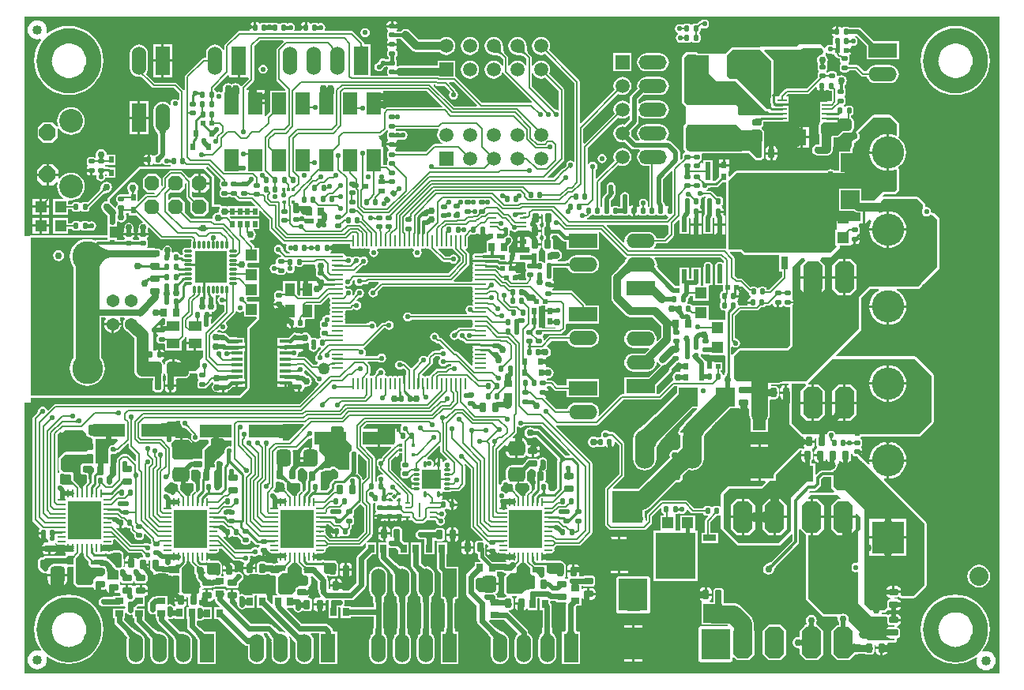
<source format=gtl>
G04*
G04 #@! TF.GenerationSoftware,Altium Limited,Altium Designer,21.0.8 (223)*
G04*
G04 Layer_Physical_Order=1*
G04 Layer_Color=255*
%FSLAX25Y25*%
%MOIN*%
G70*
G04*
G04 #@! TF.SameCoordinates,1F3E44D4-B105-4FFE-95C9-EE80C68A8909*
G04*
G04*
G04 #@! TF.FilePolarity,Positive*
G04*
G01*
G75*
%ADD11C,0.00600*%
%ADD12C,0.00800*%
%ADD13C,0.01000*%
%ADD18C,0.03000*%
%ADD24C,0.00787*%
%ADD25C,0.00700*%
%ADD132C,0.06000*%
%ADD154P,0.02132X4X180.0*%
%ADD182C,0.06496*%
%ADD183R,0.02165X0.01968*%
G04:AMPARAMS|DCode=184|XSize=29.13mil|YSize=39.37mil|CornerRadius=5.83mil|HoleSize=0mil|Usage=FLASHONLY|Rotation=0.000|XOffset=0mil|YOffset=0mil|HoleType=Round|Shape=RoundedRectangle|*
%AMROUNDEDRECTD184*
21,1,0.02913,0.02772,0,0,0.0*
21,1,0.01748,0.03937,0,0,0.0*
1,1,0.01165,0.00874,-0.01386*
1,1,0.01165,-0.00874,-0.01386*
1,1,0.01165,-0.00874,0.01386*
1,1,0.01165,0.00874,0.01386*
%
%ADD184ROUNDEDRECTD184*%
%ADD185R,0.02638X0.03465*%
G04:AMPARAMS|DCode=186|XSize=22mil|YSize=24mil|CornerRadius=4.4mil|HoleSize=0mil|Usage=FLASHONLY|Rotation=180.000|XOffset=0mil|YOffset=0mil|HoleType=Round|Shape=RoundedRectangle|*
%AMROUNDEDRECTD186*
21,1,0.02200,0.01520,0,0,180.0*
21,1,0.01320,0.02400,0,0,180.0*
1,1,0.00880,-0.00660,0.00760*
1,1,0.00880,0.00660,0.00760*
1,1,0.00880,0.00660,-0.00760*
1,1,0.00880,-0.00660,-0.00760*
%
%ADD186ROUNDEDRECTD186*%
G04:AMPARAMS|DCode=187|XSize=22mil|YSize=24mil|CornerRadius=4.4mil|HoleSize=0mil|Usage=FLASHONLY|Rotation=270.000|XOffset=0mil|YOffset=0mil|HoleType=Round|Shape=RoundedRectangle|*
%AMROUNDEDRECTD187*
21,1,0.02200,0.01520,0,0,270.0*
21,1,0.01320,0.02400,0,0,270.0*
1,1,0.00880,-0.00760,-0.00660*
1,1,0.00880,-0.00760,0.00660*
1,1,0.00880,0.00760,0.00660*
1,1,0.00880,0.00760,-0.00660*
%
%ADD187ROUNDEDRECTD187*%
%ADD188R,0.02800X0.05600*%
%ADD189R,0.19700X0.17000*%
%ADD190R,0.05600X0.02800*%
%ADD191R,0.17000X0.19700*%
G04:AMPARAMS|DCode=192|XSize=22mil|YSize=24mil|CornerRadius=4.4mil|HoleSize=0mil|Usage=FLASHONLY|Rotation=225.000|XOffset=0mil|YOffset=0mil|HoleType=Round|Shape=RoundedRectangle|*
%AMROUNDEDRECTD192*
21,1,0.02200,0.01520,0,0,225.0*
21,1,0.01320,0.02400,0,0,225.0*
1,1,0.00880,-0.01004,0.00071*
1,1,0.00880,-0.00071,0.01004*
1,1,0.00880,0.01004,-0.00071*
1,1,0.00880,0.00071,-0.01004*
%
%ADD192ROUNDEDRECTD192*%
%ADD193R,0.05906X0.09173*%
%ADD194R,0.03150X0.01165*%
%ADD195R,0.20079X0.07815*%
%ADD196R,0.07900X0.07900*%
G04:AMPARAMS|DCode=197|XSize=52mil|YSize=60mil|CornerRadius=13mil|HoleSize=0mil|Usage=FLASHONLY|Rotation=270.000|XOffset=0mil|YOffset=0mil|HoleType=Round|Shape=RoundedRectangle|*
%AMROUNDEDRECTD197*
21,1,0.05200,0.03400,0,0,270.0*
21,1,0.02600,0.06000,0,0,270.0*
1,1,0.02600,-0.01700,-0.01300*
1,1,0.02600,-0.01700,0.01300*
1,1,0.02600,0.01700,0.01300*
1,1,0.02600,0.01700,-0.01300*
%
%ADD197ROUNDEDRECTD197*%
%ADD198R,0.04331X0.06693*%
%ADD199R,0.05433X0.07087*%
%ADD200R,0.02000X0.02800*%
%ADD201R,0.05000X0.01500*%
G04:AMPARAMS|DCode=202|XSize=40mil|YSize=40mil|CornerRadius=20mil|HoleSize=0mil|Usage=FLASHONLY|Rotation=0.000|XOffset=0mil|YOffset=0mil|HoleType=Round|Shape=RoundedRectangle|*
%AMROUNDEDRECTD202*
21,1,0.04000,0.00000,0,0,0.0*
21,1,0.00000,0.04000,0,0,0.0*
1,1,0.04000,0.00000,0.00000*
1,1,0.04000,0.00000,0.00000*
1,1,0.04000,0.00000,0.00000*
1,1,0.04000,0.00000,0.00000*
%
%ADD202ROUNDEDRECTD202*%
%ADD203R,0.12600X0.06300*%
G04:AMPARAMS|DCode=204|XSize=52mil|YSize=60mil|CornerRadius=13mil|HoleSize=0mil|Usage=FLASHONLY|Rotation=180.000|XOffset=0mil|YOffset=0mil|HoleType=Round|Shape=RoundedRectangle|*
%AMROUNDEDRECTD204*
21,1,0.05200,0.03400,0,0,180.0*
21,1,0.02600,0.06000,0,0,180.0*
1,1,0.02600,-0.01300,0.01700*
1,1,0.02600,0.01300,0.01700*
1,1,0.02600,0.01300,-0.01700*
1,1,0.02600,-0.01300,-0.01700*
%
%ADD204ROUNDEDRECTD204*%
%ADD205R,0.05200X0.04200*%
%ADD206R,0.02000X0.02600*%
G04:AMPARAMS|DCode=207|XSize=29.13mil|YSize=39.37mil|CornerRadius=5.83mil|HoleSize=0mil|Usage=FLASHONLY|Rotation=90.000|XOffset=0mil|YOffset=0mil|HoleType=Round|Shape=RoundedRectangle|*
%AMROUNDEDRECTD207*
21,1,0.02913,0.02772,0,0,90.0*
21,1,0.01748,0.03937,0,0,90.0*
1,1,0.01165,0.01386,0.00874*
1,1,0.01165,0.01386,-0.00874*
1,1,0.01165,-0.01386,-0.00874*
1,1,0.01165,-0.01386,0.00874*
%
%ADD207ROUNDEDRECTD207*%
%ADD208O,0.00984X0.05118*%
%ADD209O,0.05118X0.00984*%
%ADD210R,0.02400X0.02400*%
%ADD211R,0.03543X0.12992*%
G04:AMPARAMS|DCode=212|XSize=63mil|YSize=71mil|CornerRadius=15.75mil|HoleSize=0mil|Usage=FLASHONLY|Rotation=90.000|XOffset=0mil|YOffset=0mil|HoleType=Round|Shape=RoundedRectangle|*
%AMROUNDEDRECTD212*
21,1,0.06300,0.03950,0,0,90.0*
21,1,0.03150,0.07100,0,0,90.0*
1,1,0.03150,0.01975,0.01575*
1,1,0.03150,0.01975,-0.01575*
1,1,0.03150,-0.01975,-0.01575*
1,1,0.03150,-0.01975,0.01575*
%
%ADD212ROUNDEDRECTD212*%
%ADD213R,0.13386X0.05512*%
%ADD214R,0.02400X0.06000*%
%ADD215R,0.04800X0.04800*%
G04:AMPARAMS|DCode=216|XSize=50mil|YSize=50mil|CornerRadius=25mil|HoleSize=0mil|Usage=FLASHONLY|Rotation=270.000|XOffset=0mil|YOffset=0mil|HoleType=Round|Shape=RoundedRectangle|*
%AMROUNDEDRECTD216*
21,1,0.05000,0.00000,0,0,270.0*
21,1,0.00000,0.05000,0,0,270.0*
1,1,0.05000,0.00000,0.00000*
1,1,0.05000,0.00000,0.00000*
1,1,0.05000,0.00000,0.00000*
1,1,0.05000,0.00000,0.00000*
%
%ADD216ROUNDEDRECTD216*%
%ADD217R,0.14173X0.16142*%
%ADD218O,0.00984X0.03347*%
%ADD219O,0.03347X0.00984*%
G04:AMPARAMS|DCode=220|XSize=11.02mil|YSize=31.5mil|CornerRadius=4.41mil|HoleSize=0mil|Usage=FLASHONLY|Rotation=180.000|XOffset=0mil|YOffset=0mil|HoleType=Round|Shape=RoundedRectangle|*
%AMROUNDEDRECTD220*
21,1,0.01102,0.02268,0,0,180.0*
21,1,0.00221,0.03150,0,0,180.0*
1,1,0.00882,-0.00110,0.01134*
1,1,0.00882,0.00110,0.01134*
1,1,0.00882,0.00110,-0.01134*
1,1,0.00882,-0.00110,-0.01134*
%
%ADD220ROUNDEDRECTD220*%
G04:AMPARAMS|DCode=221|XSize=11.02mil|YSize=31.5mil|CornerRadius=4.41mil|HoleSize=0mil|Usage=FLASHONLY|Rotation=270.000|XOffset=0mil|YOffset=0mil|HoleType=Round|Shape=RoundedRectangle|*
%AMROUNDEDRECTD221*
21,1,0.01102,0.02268,0,0,270.0*
21,1,0.00221,0.03150,0,0,270.0*
1,1,0.00882,-0.01134,-0.00110*
1,1,0.00882,-0.01134,0.00110*
1,1,0.00882,0.01134,0.00110*
1,1,0.00882,0.01134,-0.00110*
%
%ADD221ROUNDEDRECTD221*%
%ADD222R,0.13700X0.13700*%
%ADD223R,0.02362X0.03150*%
G04:AMPARAMS|DCode=224|XSize=105mil|YSize=105mil|CornerRadius=26.25mil|HoleSize=0mil|Usage=FLASHONLY|Rotation=180.000|XOffset=0mil|YOffset=0mil|HoleType=Round|Shape=RoundedRectangle|*
%AMROUNDEDRECTD224*
21,1,0.10500,0.05250,0,0,180.0*
21,1,0.05250,0.10500,0,0,180.0*
1,1,0.05250,-0.02625,0.02625*
1,1,0.05250,0.02625,0.02625*
1,1,0.05250,0.02625,-0.02625*
1,1,0.05250,-0.02625,-0.02625*
%
%ADD224ROUNDEDRECTD224*%
%ADD225R,0.04016X0.01165*%
%ADD226R,0.03150X0.02165*%
%ADD227R,0.02165X0.00984*%
%ADD228R,0.00787X0.06299*%
%ADD229R,0.01772X0.01181*%
%ADD230R,0.08071X0.08071*%
%ADD231O,0.01102X0.03150*%
%ADD232O,0.03150X0.01102*%
%ADD233R,0.01024X0.01024*%
%ADD234R,0.01181X0.01772*%
%ADD235R,0.03465X0.02638*%
%ADD236R,0.05512X0.13386*%
G04:AMPARAMS|DCode=237|XSize=63mil|YSize=71mil|CornerRadius=15.75mil|HoleSize=0mil|Usage=FLASHONLY|Rotation=180.000|XOffset=0mil|YOffset=0mil|HoleType=Round|Shape=RoundedRectangle|*
%AMROUNDEDRECTD237*
21,1,0.06300,0.03950,0,0,180.0*
21,1,0.03150,0.07100,0,0,180.0*
1,1,0.03150,-0.01575,0.01975*
1,1,0.03150,0.01575,0.01975*
1,1,0.03150,0.01575,-0.01975*
1,1,0.03150,-0.01575,-0.01975*
%
%ADD237ROUNDEDRECTD237*%
%ADD238R,0.04800X0.04800*%
%ADD239R,0.03150X0.02362*%
%ADD240R,0.07900X0.07900*%
%ADD241R,0.04200X0.05200*%
%ADD242R,0.07087X0.05433*%
%ADD243C,0.01200*%
%ADD244C,0.01600*%
%ADD245C,0.02000*%
%ADD246C,0.01575*%
%ADD247C,0.01100*%
%ADD248C,0.02400*%
%ADD249C,0.00950*%
%ADD250C,0.01968*%
%ADD251C,0.01772*%
%ADD252C,0.03500*%
%ADD253C,0.02500*%
%ADD254C,0.01800*%
%ADD255C,0.02200*%
%ADD256C,0.01150*%
%ADD257C,0.03400*%
%ADD258C,0.03000*%
%ADD259C,0.07500*%
%ADD260C,0.01500*%
%ADD261C,0.03600*%
%ADD262C,0.02700*%
%ADD263C,0.04500*%
%ADD264C,0.10000*%
%ADD265C,0.02800*%
%ADD266C,0.05000*%
%ADD267C,0.03200*%
%ADD268C,0.07000*%
%ADD269C,0.04000*%
%ADD270C,0.00900*%
%ADD271C,0.02300*%
%ADD272C,0.01400*%
%ADD273R,0.13200X0.12548*%
%ADD274R,0.13800X0.11600*%
%ADD275R,0.12300X0.13100*%
%ADD276R,0.12200X0.13300*%
%ADD277R,0.12300X0.13500*%
%ADD278R,0.12200X0.13400*%
%ADD279R,0.12800X0.13200*%
%ADD280R,0.18600X0.07825*%
%ADD281R,0.05906X0.05906*%
%ADD282C,0.05906*%
%ADD283O,0.08250X0.16500*%
%ADD284O,0.11811X0.05906*%
%ADD285R,0.05906X0.05906*%
G04:AMPARAMS|DCode=286|XSize=133mil|YSize=83mil|CornerRadius=0mil|HoleSize=0mil|Usage=FLASHONLY|Rotation=270.000|XOffset=0mil|YOffset=0mil|HoleType=Round|Shape=Octagon|*
%AMOCTAGOND286*
4,1,8,-0.02075,-0.06650,0.02075,-0.06650,0.04150,-0.04575,0.04150,0.04575,0.02075,0.06650,-0.02075,0.06650,-0.04150,0.04575,-0.04150,-0.04575,-0.02075,-0.06650,0.0*
%
%ADD286OCTAGOND286*%

%ADD287P,0.06711X8X22.5*%
%ADD288C,0.05400*%
%ADD289C,0.13050*%
%ADD290P,0.07577X8X292.5*%
%ADD291C,0.10000*%
%ADD292R,0.12000X0.06000*%
%ADD293O,0.12000X0.06000*%
%ADD294R,0.06000X0.12000*%
%ADD295O,0.06000X0.12000*%
%ADD296O,0.13598X0.13600*%
%ADD297R,0.13598X0.13600*%
%ADD298C,0.08000*%
%ADD299C,0.02200*%
%ADD300C,0.02900*%
%ADD301C,0.03200*%
G36*
X143581Y266317D02*
X143590Y266213D01*
X143605Y266122D01*
X143626Y266042D01*
X143653Y265975D01*
X143686Y265920D01*
X143725Y265877D01*
X143770Y265846D01*
X143821Y265828D01*
X143878Y265822D01*
X142678D01*
X142735Y265828D01*
X142786Y265846D01*
X142831Y265877D01*
X142870Y265920D01*
X142903Y265975D01*
X142930Y266042D01*
X142951Y266122D01*
X142966Y266213D01*
X142975Y266317D01*
X142978Y266434D01*
X143578D01*
X143581Y266317D01*
D02*
G37*
G36*
X131143Y265571D02*
X131228Y265499D01*
X131309Y265439D01*
X131384Y265393D01*
X131455Y265360D01*
X131521Y265340D01*
X131581Y265334D01*
X131637Y265341D01*
X131688Y265361D01*
X131734Y265395D01*
X130855Y264584D01*
X130892Y264627D01*
X130915Y264676D01*
X130925Y264729D01*
X130922Y264788D01*
X130904Y264852D01*
X130873Y264921D01*
X130828Y264995D01*
X130770Y265075D01*
X130698Y265159D01*
X130613Y265249D01*
X131053Y265657D01*
X131143Y265571D01*
D02*
G37*
G36*
X212012Y265472D02*
X212092Y264267D01*
X212145Y263939D01*
X212210Y263649D01*
X212288Y263396D01*
X212379Y263180D01*
X212483Y263002D01*
X212599Y262860D01*
X212175Y262436D01*
X212034Y262552D01*
X211855Y262656D01*
X211639Y262747D01*
X211386Y262825D01*
X211096Y262890D01*
X210769Y262943D01*
X210002Y263010D01*
X209563Y263024D01*
X209087Y263025D01*
X212010Y265948D01*
X212012Y265472D01*
D02*
G37*
G36*
X202011D02*
X202093Y264267D01*
X202145Y263939D01*
X202210Y263649D01*
X202289Y263396D01*
X202379Y263180D01*
X202483Y263002D01*
X202600Y262860D01*
X202175Y262436D01*
X202034Y262552D01*
X201855Y262656D01*
X201639Y262747D01*
X201386Y262825D01*
X201096Y262890D01*
X200769Y262943D01*
X200002Y263010D01*
X199563Y263024D01*
X199087Y263025D01*
X202010Y265948D01*
X202011Y265472D01*
D02*
G37*
G36*
X412476Y996D02*
X1076D01*
Y115530D01*
X3921D01*
Y117384D01*
X91809D01*
X92200Y117461D01*
X92530Y117682D01*
X95685Y120837D01*
X95907Y121168D01*
X95984Y121558D01*
Y146530D01*
X99860Y150405D01*
X100081Y150736D01*
X100158Y151126D01*
X100081Y151516D01*
X100035Y151627D01*
Y158026D01*
X95221D01*
X95152Y158094D01*
X95134Y158153D01*
X95117Y158269D01*
X95074Y158341D01*
X95049Y158421D01*
X94974Y158510D01*
X94941Y158566D01*
X94954Y158620D01*
X94962Y158805D01*
X94976Y158989D01*
X94971Y159003D01*
X94972Y159018D01*
X94909Y159191D01*
X94851Y159367D01*
X94842Y159378D01*
X94837Y159392D01*
X94790Y159444D01*
X94786Y159460D01*
X95197Y159960D01*
X100035D01*
Y166127D01*
X100133D01*
Y172527D01*
X95486D01*
X95124Y173027D01*
X95243Y173625D01*
X95153Y174074D01*
X95471Y174461D01*
X100133D01*
Y180861D01*
X98447D01*
X98055Y181105D01*
X97969Y181535D01*
X97726Y181899D01*
X96126Y183499D01*
X96372Y183960D01*
X96428Y183949D01*
X97325Y184127D01*
X98086Y184636D01*
X98594Y185397D01*
X98773Y186294D01*
X98594Y187191D01*
X98086Y187952D01*
X97704Y188207D01*
X97856Y188707D01*
X100209D01*
Y192907D01*
X88371D01*
X87676Y193603D01*
X87867Y194064D01*
X100209D01*
Y196237D01*
X100671Y196428D01*
X104361Y192739D01*
Y188907D01*
X104361Y188907D01*
X104446Y188478D01*
X104690Y188114D01*
X110014Y182790D01*
X110014Y182790D01*
X110378Y182546D01*
X110807Y182461D01*
X111620D01*
X111832Y181961D01*
X111517Y181489D01*
X111370Y180748D01*
X111517Y180007D01*
X111937Y179378D01*
X112566Y178958D01*
X113253Y178822D01*
X113204Y178322D01*
X111650D01*
X110695Y179277D01*
X110670Y179443D01*
X110657Y179465D01*
X110652Y179490D01*
X110555Y179635D01*
X110466Y179784D01*
X110438Y179815D01*
X110436Y179820D01*
X110430Y179836D01*
X110423Y179861D01*
X110415Y179899D01*
X110408Y179948D01*
X110404Y180009D01*
X110402Y180109D01*
X110362Y180295D01*
X110325Y180482D01*
X110320Y180489D01*
X110318Y180498D01*
X110210Y180654D01*
X110104Y180813D01*
X110097Y180818D01*
X110092Y180825D01*
X110074Y180836D01*
X110072Y180844D01*
X109652Y181473D01*
X109024Y181893D01*
X108283Y182040D01*
X107541Y181893D01*
X106913Y181473D01*
X106493Y180844D01*
X106345Y180103D01*
X106493Y179362D01*
X106913Y178733D01*
X107541Y178313D01*
X107550Y178312D01*
X107561Y178294D01*
X107568Y178289D01*
X107573Y178282D01*
X107731Y178176D01*
X107888Y178068D01*
X107896Y178066D01*
X107904Y178061D01*
X108091Y178024D01*
X108277Y177984D01*
X108377Y177982D01*
X108438Y177978D01*
X108487Y177971D01*
X108525Y177963D01*
X108550Y177956D01*
X108566Y177950D01*
X108571Y177947D01*
X108601Y177920D01*
X108751Y177831D01*
X108895Y177734D01*
X108921Y177729D01*
X108943Y177716D01*
X109108Y177691D01*
X109473Y177327D01*
X109281Y176865D01*
X108531D01*
X108047Y176769D01*
X107637Y176495D01*
X107363Y176085D01*
X107267Y175601D01*
Y174281D01*
X106839Y173869D01*
X106457Y173945D01*
X105715Y173798D01*
X105087Y173378D01*
X104667Y172749D01*
X104519Y172008D01*
X104667Y171266D01*
X105087Y170638D01*
X105715Y170218D01*
X106457Y170071D01*
X107198Y170218D01*
X107516Y169829D01*
X107637Y169647D01*
X108047Y169373D01*
X108531Y169277D01*
X110051D01*
X110535Y169373D01*
X110945Y169647D01*
X111219Y170057D01*
X111316Y170541D01*
Y170615D01*
X111816Y170766D01*
X111913Y170621D01*
X112541Y170201D01*
X113283Y170053D01*
X114024Y170201D01*
X114653Y170621D01*
X115072Y171249D01*
X115220Y171991D01*
X115072Y172732D01*
X115046Y172772D01*
X115121Y172912D01*
X115155Y172938D01*
X115755Y173043D01*
X115914Y172937D01*
X116398Y172841D01*
X117718D01*
X118201Y172937D01*
X118612Y173211D01*
X118886Y173621D01*
X118921Y173800D01*
X123330D01*
X123762Y173408D01*
X123715Y173169D01*
X123893Y172271D01*
X124225Y171775D01*
Y171421D01*
X124132Y171282D01*
X124036Y170799D01*
Y169478D01*
X124132Y168995D01*
X124406Y168585D01*
Y168350D01*
X124254Y168085D01*
X123943Y167620D01*
X123848Y167139D01*
X123514Y166777D01*
X120914D01*
Y163177D01*
X120414D01*
Y162677D01*
X117314D01*
Y160661D01*
X116814Y160508D01*
X115972Y161349D01*
Y166577D01*
X110172D01*
Y162763D01*
X109710Y162481D01*
X109672Y162482D01*
X109218Y162572D01*
X107697D01*
X107214Y162476D01*
X107057Y162372D01*
D01*
X106804Y162202D01*
X106529Y161792D01*
X106433Y161308D01*
Y159988D01*
X106529Y159504D01*
X106804Y159094D01*
Y158860D01*
X106651Y158594D01*
X106341Y158130D01*
X106229Y157568D01*
Y157408D01*
X108458D01*
Y156908D01*
X108958D01*
Y154780D01*
X109218D01*
X109472Y154830D01*
X109856Y154550D01*
X113072D01*
Y153550D01*
X109972D01*
Y150450D01*
X111359D01*
X111769Y149950D01*
X111751Y149858D01*
Y149598D01*
X113880D01*
Y149098D01*
X114380D01*
Y146870D01*
X114540D01*
X115102Y146982D01*
X115566Y147292D01*
X115831Y147444D01*
X116066D01*
X116476Y147170D01*
X116960Y147074D01*
X118280D01*
X118763Y147170D01*
X119174Y147444D01*
X119448Y147855D01*
X119544Y148338D01*
Y149858D01*
X119486Y150150D01*
X119798Y150649D01*
X123314D01*
Y156756D01*
X125813D01*
X125813Y156756D01*
X126242Y156842D01*
X126606Y157085D01*
X129403Y159882D01*
X129864Y159636D01*
X129834Y159484D01*
X129934Y158979D01*
X129990Y158895D01*
X130193Y158499D01*
X129990Y158104D01*
X129934Y158019D01*
X129834Y157515D01*
X129934Y157011D01*
X129990Y156926D01*
X130193Y156531D01*
X129990Y156135D01*
X129934Y156051D01*
X129834Y155546D01*
X129934Y155042D01*
X129990Y154958D01*
X130193Y154562D01*
X129990Y154167D01*
X129934Y154082D01*
X129834Y153578D01*
X129934Y153074D01*
X129990Y152989D01*
X130035Y152902D01*
X129792Y152328D01*
X129531Y152242D01*
X129442Y152302D01*
X128701Y152449D01*
X127959Y152302D01*
X127331Y151882D01*
X126911Y151253D01*
X126764Y150512D01*
X126792Y150368D01*
X126611Y150332D01*
X126201Y150058D01*
X125927Y149648D01*
X125830Y149164D01*
Y147844D01*
X125927Y147360D01*
X126201Y146950D01*
X126261Y146910D01*
Y146308D01*
X126201Y146268D01*
X125927Y145858D01*
X125830Y145374D01*
Y144054D01*
X125927Y143570D01*
X126201Y143160D01*
X126210Y143154D01*
X126181Y142856D01*
X126082Y142638D01*
X125677Y142558D01*
X125267Y142284D01*
X125227Y142224D01*
X124626D01*
X124585Y142284D01*
X124175Y142558D01*
X123691Y142654D01*
X122389D01*
X122346Y142661D01*
X121837Y143058D01*
X121724Y143627D01*
X121216Y144388D01*
X120455Y144896D01*
X119557Y145075D01*
X118660Y144896D01*
X118060Y144496D01*
X117924D01*
X117476Y144585D01*
X116210D01*
X115785Y144869D01*
X115180Y144989D01*
X114576Y144869D01*
X114063Y144526D01*
X112419Y142882D01*
X107870D01*
Y140582D01*
X107670D01*
Y139332D01*
X111170D01*
Y138332D01*
X107670D01*
Y137082D01*
X107870D01*
Y132832D01*
X107870D01*
Y129732D01*
X107870D01*
Y125532D01*
X107670D01*
Y124282D01*
X111170D01*
Y123782D01*
X111670D01*
Y122032D01*
X114587D01*
Y121483D01*
X114699Y120921D01*
X115017Y120444D01*
X115493Y120126D01*
X116055Y120014D01*
X116315D01*
Y122143D01*
X117315D01*
Y120014D01*
X117575D01*
X118137Y120126D01*
X118613Y120444D01*
X118931Y120921D01*
X119043Y121483D01*
Y121745D01*
X119543Y122155D01*
X120000Y122064D01*
X120897Y122243D01*
X121658Y122751D01*
X122167Y123512D01*
X122345Y124409D01*
X122167Y125307D01*
X121658Y126068D01*
X120897Y126576D01*
X120417Y126672D01*
X119913Y127176D01*
X119317Y127574D01*
X119194Y127598D01*
X118988Y128149D01*
X119247Y128537D01*
X119352Y129065D01*
X119870Y129254D01*
D01*
D01*
X123660Y125465D01*
X123653Y125433D01*
X123801Y124692D01*
X124221Y124063D01*
X124849Y123644D01*
X125088Y123596D01*
X125253Y123053D01*
X123311Y121112D01*
D01*
X116999Y114799D01*
X14134D01*
X14134Y114799D01*
X13705Y114714D01*
X13341Y114471D01*
X11062Y112192D01*
X10583Y112337D01*
X10547Y112519D01*
X10127Y113148D01*
X9499Y113568D01*
X8758Y113715D01*
X8016Y113568D01*
X7388Y113148D01*
X6968Y112519D01*
X6966Y112511D01*
X6948Y112499D01*
X6944Y112493D01*
X6937Y112488D01*
X6831Y112329D01*
X6722Y112172D01*
X6720Y112164D01*
X6716Y112157D01*
X6678Y111970D01*
X6638Y111784D01*
X6637Y111684D01*
X6632Y111623D01*
X6625Y111573D01*
X6618Y111536D01*
X6610Y111510D01*
X6604Y111495D01*
X6602Y111490D01*
X6574Y111459D01*
X6485Y111310D01*
X6388Y111165D01*
X6383Y111140D01*
X6370Y111118D01*
X6346Y110952D01*
X4864Y109471D01*
X4621Y109107D01*
X4536Y108678D01*
X4536Y108678D01*
Y65978D01*
X4536Y65978D01*
X4621Y65549D01*
X4864Y65185D01*
X7547Y62502D01*
X7507Y62100D01*
X7189Y61624D01*
X7077Y61062D01*
Y60802D01*
X9206D01*
Y60302D01*
X9706D01*
Y58073D01*
X9866D01*
X10356Y58171D01*
X10509Y58113D01*
X10581Y58072D01*
X10855Y57869D01*
X10978Y57251D01*
X11248Y56847D01*
X10981Y56347D01*
X10113D01*
X9495Y56225D01*
X8972Y55875D01*
X8622Y55351D01*
X8499Y54734D01*
Y54360D01*
X11499D01*
X14498D01*
Y54734D01*
X14375Y55351D01*
X14180Y55643D01*
X14264Y55982D01*
X14578Y56036D01*
X14740Y55794D01*
X15167Y55508D01*
X15671Y55408D01*
X17530D01*
X18009Y55249D01*
X18009Y54942D01*
Y54568D01*
X19530D01*
Y53568D01*
X18009D01*
Y52887D01*
X18124Y52304D01*
X18454Y51811D01*
X18510Y51172D01*
X18155Y50817D01*
X12457D01*
X12339Y50793D01*
X12335Y50794D01*
X12309Y50789D01*
X10113D01*
X9573Y50682D01*
X9116Y50376D01*
X8873Y50013D01*
X8703Y50046D01*
X7923Y49891D01*
X7261Y49449D01*
X6819Y48788D01*
X6664Y48007D01*
Y46433D01*
X6819Y45652D01*
X7261Y44991D01*
X8416Y43836D01*
X9077Y43394D01*
X9858Y43239D01*
X10385Y43344D01*
X10629Y43178D01*
X15057D01*
X19230D01*
Y44653D01*
X19141Y45325D01*
X19084Y45464D01*
X18966Y45748D01*
D01*
D01*
X19296Y46190D01*
X19457Y46158D01*
X21738D01*
Y39378D01*
X21815Y38988D01*
X22037Y38657D01*
X23136Y37557D01*
X23467Y37336D01*
X23857Y37258D01*
X29258D01*
X29569Y37320D01*
X30081Y37309D01*
X30431Y36786D01*
X30954Y36436D01*
X31572Y36313D01*
X32458D01*
Y38801D01*
X33457D01*
Y36313D01*
X34343D01*
X34961Y36436D01*
X35158Y36568D01*
X35271Y36558D01*
X35698Y36327D01*
X35781Y35909D01*
X36131Y35386D01*
X36654Y35036D01*
X37272Y34913D01*
X38157D01*
Y37401D01*
X39158D01*
Y34913D01*
X40043D01*
X40661Y35036D01*
X40661D01*
X40908Y35201D01*
X41032Y35189D01*
X41446Y34959D01*
X41531Y34532D01*
X41726Y34240D01*
X41459Y33740D01*
X38550D01*
Y33342D01*
X34504D01*
X33724Y33187D01*
X33062Y32745D01*
X32620Y32083D01*
X32465Y31303D01*
X32620Y30523D01*
X33062Y29861D01*
X33724Y29419D01*
X34504Y29264D01*
X40765D01*
X41545Y29419D01*
X41669Y29502D01*
X43615D01*
X43745Y29056D01*
Y28950D01*
X43615Y28504D01*
X43245Y28504D01*
X38550D01*
Y24266D01*
X39044D01*
Y22903D01*
X39199Y22123D01*
X39641Y21461D01*
X43010Y18092D01*
X43020Y18060D01*
X43044Y17924D01*
X43078Y17871D01*
X43096Y17811D01*
X43184Y17705D01*
X43259Y17589D01*
X43663Y17167D01*
X43981Y16804D01*
X44223Y16491D01*
X44387Y16238D01*
X44439Y16134D01*
X44380Y16087D01*
X44348Y16026D01*
X44300Y15976D01*
X44254Y15853D01*
X44191Y15737D01*
X44183Y15669D01*
X44159Y15604D01*
X44163Y15473D01*
X44149Y15341D01*
X44169Y15276D01*
X44171Y15207D01*
X44225Y15086D01*
X44262Y14960D01*
X44269Y14951D01*
X44250Y14803D01*
Y8803D01*
X44381Y7811D01*
X44763Y6887D01*
X45373Y6093D01*
X46166Y5484D01*
X47091Y5101D01*
X48083Y4970D01*
X49075Y5101D01*
X49999Y5484D01*
X50793Y6093D01*
X51402Y6887D01*
X51785Y7811D01*
X51916Y8803D01*
Y14803D01*
X51785Y15795D01*
X51402Y16720D01*
X50793Y17513D01*
X50151Y18006D01*
X50144Y18032D01*
X50137Y18041D01*
X50134Y18052D01*
X50015Y18198D01*
X49900Y18347D01*
X49890Y18352D01*
X49883Y18361D01*
X49718Y18451D01*
X49555Y18544D01*
X49260Y18643D01*
X48995Y18748D01*
X48731Y18869D01*
X48480Y19001D01*
X47938Y19342D01*
X47699Y19519D01*
X47167Y19968D01*
X46905Y20220D01*
X46869Y20242D01*
X46843Y20275D01*
X46703Y20349D01*
X46570Y20434D01*
X46528Y20441D01*
X46491Y20461D01*
X46400Y20470D01*
X43122Y23748D01*
Y24266D01*
X43615D01*
Y26478D01*
X44115Y26629D01*
X44313Y26333D01*
X44941Y25913D01*
X45683Y25766D01*
X46350Y25899D01*
X46819Y25702D01*
X46850Y25686D01*
Y24266D01*
X47445D01*
Y23503D01*
X47593Y22762D01*
X48013Y22133D01*
X52798Y17348D01*
X52828Y17181D01*
X52833Y17173D01*
X52835Y17163D01*
X52940Y17005D01*
X53042Y16846D01*
X53416Y16458D01*
X53713Y16119D01*
X53946Y15820D01*
X54115Y15567D01*
X54220Y15371D01*
X54259Y15268D01*
X54223Y15194D01*
X54152Y15088D01*
X54137Y15017D01*
X54106Y14951D01*
X54098Y14823D01*
X54073Y14698D01*
X54087Y14627D01*
X54082Y14554D01*
X54124Y14433D01*
X54149Y14308D01*
X54189Y14247D01*
X54213Y14178D01*
X54250Y14137D01*
Y8803D01*
X54381Y7811D01*
X54763Y6887D01*
X55373Y6093D01*
X56166Y5484D01*
X57091Y5101D01*
X58083Y4970D01*
X59075Y5101D01*
X59999Y5484D01*
X60793Y6093D01*
X61402Y6887D01*
X61785Y7811D01*
X61915Y8803D01*
Y14803D01*
X61785Y15795D01*
X61402Y16720D01*
X60793Y17513D01*
X59999Y18122D01*
X59075Y18505D01*
X58880Y18531D01*
X58820Y18572D01*
X58725Y18657D01*
X58656Y18682D01*
X58596Y18722D01*
X58471Y18748D01*
X58350Y18791D01*
X58277Y18787D01*
X58206Y18801D01*
X58081Y18777D01*
X57953Y18770D01*
X57887Y18739D01*
X57815Y18725D01*
X57709Y18654D01*
X57631Y18617D01*
X57522Y18659D01*
X57324Y18765D01*
X57082Y18927D01*
X56419Y19478D01*
X56040Y19843D01*
X55880Y19945D01*
X55723Y20051D01*
X55713Y20053D01*
X55705Y20058D01*
X55538Y20088D01*
X51752Y23873D01*
X51915Y24266D01*
X51915D01*
Y28504D01*
X48610D01*
X48480Y28721D01*
X48423Y29004D01*
X48921Y29502D01*
X51915D01*
Y33577D01*
X52211Y33636D01*
X52735Y33986D01*
X53085Y34509D01*
X53207Y35127D01*
Y35501D01*
X50208D01*
Y36001D01*
X49708D01*
Y38489D01*
X48822D01*
X48204Y38366D01*
X47681Y38016D01*
X47616Y37919D01*
X47015D01*
X46935Y38039D01*
X46411Y38388D01*
X45794Y38511D01*
X44908D01*
Y36024D01*
X43908D01*
Y38511D01*
X43022D01*
X42404Y38388D01*
X42157Y38223D01*
X42034Y38236D01*
X41619Y38465D01*
X41534Y38892D01*
X41298Y39246D01*
X41452Y39793D01*
X41729Y39876D01*
X41820Y39815D01*
X42025Y39507D01*
X42483Y39202D01*
X43022Y39094D01*
X45794D01*
X46333Y39202D01*
X46791Y39507D01*
X47026Y39860D01*
X47264Y39899D01*
X47396Y39896D01*
X47578Y39854D01*
X47825Y39484D01*
X48283Y39179D01*
X48822Y39071D01*
X51594D01*
X52133Y39179D01*
X52591Y39484D01*
X52896Y39942D01*
X53004Y40481D01*
Y42229D01*
X52896Y42769D01*
X52591Y43226D01*
X52234Y43464D01*
X52251Y43879D01*
X52287Y43985D01*
X52497Y44026D01*
X53021Y44376D01*
X53370Y44900D01*
X53493Y45517D01*
Y46403D01*
X51006D01*
Y47403D01*
X53493D01*
Y48289D01*
X53393Y48792D01*
X53735Y49192D01*
X53848Y49209D01*
X54134Y48884D01*
D01*
D01*
X54182Y48821D01*
X54076Y48289D01*
Y45517D01*
X54183Y44978D01*
X54489Y44521D01*
X54875Y44262D01*
X54893Y44236D01*
X55293Y43836D01*
X55293Y43836D01*
X55424Y43748D01*
X55518Y43084D01*
X55359Y42878D01*
X61416D01*
X61674Y42620D01*
X61739Y42576D01*
D01*
X61757Y42564D01*
X61828Y42493D01*
X61894Y42449D01*
X61987Y42411D01*
X62070Y42355D01*
X62169Y42335D01*
X62261Y42297D01*
X62362D01*
X62460Y42277D01*
X62958D01*
X63389Y41846D01*
X63767Y42277D01*
X66081D01*
X66424Y41777D01*
X66385Y41578D01*
Y37628D01*
X66434Y37378D01*
X66476Y37170D01*
Y35778D01*
X66536Y35478D01*
X66361Y35147D01*
X66226Y34977D01*
X66206D01*
X65589Y34855D01*
X65065Y34505D01*
X64715Y33981D01*
X64593Y33364D01*
Y32478D01*
X69568D01*
Y33286D01*
X69683Y33364D01*
X69683D01*
X70151Y32911D01*
Y30592D01*
X70258Y30053D01*
X70537Y29635D01*
X70491Y29436D01*
X70352Y29135D01*
X69582D01*
Y24071D01*
X69662D01*
Y20985D01*
X69817Y20205D01*
X70259Y19543D01*
X72411Y17391D01*
X72422Y17356D01*
X72442Y17236D01*
X72483Y17169D01*
X72508Y17093D01*
X72587Y17001D01*
X72650Y16898D01*
X73494Y15989D01*
X73785Y15625D01*
X74010Y15302D01*
X74161Y15036D01*
X74244Y14844D01*
X74262Y14769D01*
X74250Y14750D01*
X74205Y14636D01*
X74143Y14531D01*
X74133Y14453D01*
X74104Y14380D01*
X74106Y14258D01*
X74089Y14137D01*
X74109Y14061D01*
X74110Y13982D01*
X74159Y13870D01*
X74189Y13752D01*
X74237Y13689D01*
X74268Y13617D01*
X74283Y13603D01*
Y5003D01*
X81883D01*
Y18603D01*
X78862D01*
X78774Y18676D01*
X78694Y18700D01*
X78623Y18743D01*
X78506Y18759D01*
X78394Y18793D01*
X78311Y18786D01*
X78229Y18797D01*
X78115Y18767D01*
X77998Y18756D01*
X77924Y18717D01*
X77844Y18696D01*
X77750Y18625D01*
X77708Y18603D01*
X77668D01*
X77499Y18675D01*
X77234Y18827D01*
X76917Y19050D01*
X76082Y19759D01*
X75603Y20221D01*
X75560Y20249D01*
X75526Y20289D01*
X75394Y20356D01*
X75269Y20437D01*
X75218Y20446D01*
X75172Y20469D01*
X75094Y20475D01*
X73740Y21830D01*
Y23218D01*
X74181Y23454D01*
X74241Y23413D01*
X74983Y23266D01*
X75028Y23275D01*
X75083Y23264D01*
X75863Y23419D01*
X76525Y23861D01*
X76634Y23971D01*
X80184D01*
Y29035D01*
X76665D01*
X76525Y29245D01*
X75863Y29687D01*
X75083Y29842D01*
X75017Y29829D01*
X74654Y30267D01*
X74718Y30592D01*
Y32114D01*
X75218Y32266D01*
X75456Y31911D01*
X75979Y31561D01*
X76597Y31438D01*
X77483D01*
Y33926D01*
Y36414D01*
X76597D01*
X76282Y36741D01*
D01*
D01*
X76426Y36866D01*
X76686Y36996D01*
X79369D01*
X79908Y37104D01*
X80114Y37241D01*
X80299D01*
X81080Y37396D01*
X81571Y37725D01*
X83225D01*
X83616Y37802D01*
X85915D01*
X86309Y37546D01*
X86400Y37409D01*
X86857Y37104D01*
X87397Y36996D01*
X90168D01*
X90708Y37104D01*
X91165Y37409D01*
X91471Y37867D01*
X91578Y38406D01*
Y39115D01*
X92925Y40461D01*
X93367Y41123D01*
X93522Y41903D01*
X93367Y42684D01*
X92925Y43345D01*
X92263Y43787D01*
X91483Y43942D01*
X90702Y43787D01*
X90422Y43600D01*
X89922Y43867D01*
Y44178D01*
X87435D01*
X84947D01*
Y43292D01*
X85070Y42675D01*
X85160Y42540D01*
X84892Y42040D01*
X84382D01*
X84115Y42540D01*
X84257Y42753D01*
X84364Y43292D01*
Y43724D01*
X84395Y43878D01*
Y46778D01*
X84247Y47519D01*
X83827Y48148D01*
X83199Y48568D01*
X82458Y48715D01*
X79849D01*
X79532Y49102D01*
X79569Y49287D01*
Y49968D01*
X78047D01*
Y50968D01*
X79569D01*
Y51342D01*
D01*
X79569Y51649D01*
X79697Y51691D01*
X80047Y51808D01*
X81906D01*
X82410Y51908D01*
X82837Y52194D01*
X83123Y52621D01*
X83223Y53125D01*
X83154Y53472D01*
X83208Y53563D01*
X83364Y53686D01*
X83627Y53852D01*
X83805Y53816D01*
X83981Y53775D01*
X84061Y53772D01*
X84099Y53768D01*
X84130Y53762D01*
X84158Y53754D01*
X84183Y53745D01*
X84207Y53734D01*
X84232Y53719D01*
X84259Y53701D01*
X84288Y53678D01*
X84347Y53623D01*
X84373Y53607D01*
X84391Y53584D01*
X84541Y53503D01*
X84686Y53414D01*
X84715Y53409D01*
X84741Y53395D01*
X84867Y53382D01*
X89364Y48885D01*
X89364Y48885D01*
X89728Y48642D01*
X90158Y48556D01*
X90158Y48556D01*
X92168D01*
X92303Y48457D01*
X92328Y48450D01*
X92349Y48436D01*
X92520Y48402D01*
X92688Y48360D01*
X92729Y48358D01*
X92735Y48356D01*
X92750Y48349D01*
X92773Y48336D01*
X92805Y48315D01*
X92845Y48285D01*
X92891Y48245D01*
X92963Y48175D01*
X93123Y48072D01*
X93282Y47966D01*
X93290Y47964D01*
X93297Y47960D01*
X93419Y47938D01*
X93628Y47650D01*
X93695Y47521D01*
X93701Y47412D01*
X93593Y46864D01*
Y45978D01*
X96080D01*
X98568D01*
Y46864D01*
X98445Y47481D01*
X98095Y48005D01*
X97572Y48355D01*
X96954Y48478D01*
X96471D01*
X96268Y48857D01*
X96255Y48978D01*
X96395Y49678D01*
X96247Y50419D01*
X96162Y50547D01*
X96358Y50827D01*
X96501Y50940D01*
X96609Y50914D01*
X96769Y50864D01*
X96802Y50867D01*
X96833Y50859D01*
X96879Y50857D01*
X96894Y50855D01*
X96907Y50853D01*
X97025Y50819D01*
X97054Y50809D01*
X97327Y50681D01*
X97419Y50630D01*
X97606Y50571D01*
X97793Y50510D01*
X97796Y50510D01*
X97798Y50510D01*
X97994Y50526D01*
X98190Y50542D01*
X98192Y50543D01*
X98194Y50543D01*
X98264Y50579D01*
X98457Y50541D01*
X99199Y50688D01*
X99827Y51108D01*
X100439Y51123D01*
X100636Y50991D01*
X101198Y50880D01*
X101458D01*
Y53008D01*
X102457D01*
Y50880D01*
X102717D01*
X103279Y50991D01*
X103756Y51310D01*
X104074Y51786D01*
X104095Y51894D01*
X104155Y51941D01*
X104643Y52083D01*
X104905Y51908D01*
X105409Y51808D01*
X107268D01*
X107746Y51649D01*
X107746Y51342D01*
Y50968D01*
X109268D01*
Y49968D01*
X107746D01*
Y49287D01*
X107862Y48704D01*
X108150Y48274D01*
X108077Y48008D01*
X107945Y47774D01*
X107448D01*
X107350Y47755D01*
X107249D01*
X107157Y47716D01*
X107058Y47697D01*
X106975Y47641D01*
X106882Y47603D01*
X106801Y47549D01*
X106457Y47480D01*
X106114Y47549D01*
X106033Y47603D01*
X105940Y47641D01*
X105857Y47697D01*
X105758Y47716D01*
X105666Y47755D01*
X105565D01*
X105467Y47774D01*
X103363D01*
X103305Y47861D01*
X102848Y48166D01*
X102309Y48274D01*
X100561D01*
X100021Y48166D01*
X99564Y47861D01*
X99258Y47403D01*
X99151Y46864D01*
Y44092D01*
X98883Y43776D01*
X98568Y44091D01*
X98568Y44092D01*
Y44978D01*
X96080D01*
X93593D01*
Y44092D01*
X93715Y43475D01*
X94065Y42951D01*
X94589Y42601D01*
X95206Y42478D01*
X95458D01*
X96057Y43078D01*
X99590D01*
X100021Y42790D01*
X100561Y42682D01*
X102309D01*
X102848Y42790D01*
X103280Y43078D01*
X104358D01*
X104429Y43007D01*
D01*
X104678Y42757D01*
X105009Y42536D01*
X105399Y42458D01*
X106775D01*
X106897Y42318D01*
X107094Y41958D01*
X107038Y41678D01*
Y35446D01*
X107115Y35056D01*
X107336Y34725D01*
X107626Y34435D01*
X107494Y33935D01*
X105846D01*
Y30495D01*
X105384Y30304D01*
X103520Y32168D01*
Y33935D01*
X103151D01*
X103051Y34435D01*
X103156Y34479D01*
X103285Y34578D01*
X97280D01*
X97409Y34479D01*
X97514Y34435D01*
X97414Y33935D01*
X94344D01*
X94253Y34073D01*
X93796Y34378D01*
D01*
X93624Y34493D01*
X92883Y34640D01*
X92282Y34521D01*
X91878Y34747D01*
X91773Y34848D01*
X91747Y34977D01*
X91667Y35378D01*
X91658D01*
Y35420D01*
X91310Y35941D01*
X90786Y36291D01*
X90168Y36414D01*
X89283D01*
Y33926D01*
Y31438D01*
X90168D01*
X90446Y31493D01*
X90509Y31482D01*
X90946Y31112D01*
Y30103D01*
X91093Y29362D01*
X91513Y28733D01*
X92141Y28313D01*
X92883Y28166D01*
X93624Y28313D01*
X94253Y28733D01*
X94344Y28871D01*
X98283D01*
Y33683D01*
X98702Y34132D01*
X98708Y34131D01*
X98863D01*
X99282Y33935D01*
Y28871D01*
X101049D01*
X111090Y18830D01*
X110878Y18341D01*
X110599Y18399D01*
X110586Y18421D01*
X110485Y18496D01*
X110396Y18585D01*
X110327Y18614D01*
X110267Y18659D01*
X110145Y18689D01*
X110029Y18738D01*
X109954Y18738D01*
X109881Y18756D01*
X109757Y18738D01*
X109631Y18738D01*
X109562Y18710D01*
X109488Y18699D01*
X109380Y18634D01*
X109355Y18624D01*
X109264Y18636D01*
X109109Y18616D01*
X109011Y18655D01*
X108765Y18792D01*
X108474Y18991D01*
X107707Y19633D01*
X107272Y20053D01*
X107126Y20146D01*
X106986Y20247D01*
X106960Y20253D01*
X106937Y20268D01*
X106772Y20297D01*
X105625Y21445D01*
X104963Y21887D01*
X104183Y22042D01*
X96727D01*
X87831Y30938D01*
X88038Y31438D01*
X88283D01*
Y33926D01*
Y36414D01*
X87397D01*
X86779Y36291D01*
X86415Y36047D01*
X85915Y36262D01*
Y36804D01*
X80850D01*
Y36262D01*
X80350Y36047D01*
X79986Y36291D01*
X79369Y36414D01*
X78483D01*
Y33926D01*
Y31438D01*
X79369D01*
X79986Y31561D01*
X80510Y31911D01*
X80859Y32433D01*
X80864Y32434D01*
X81363Y32404D01*
X81499Y31723D01*
X81941Y31061D01*
X83505Y29497D01*
X83313Y29035D01*
X81182D01*
Y23971D01*
X82949D01*
X93559Y13361D01*
X94220Y12919D01*
X94259Y12912D01*
X94276Y12886D01*
X94278Y12885D01*
X94280Y12882D01*
X94443Y12773D01*
X94606Y12663D01*
X94608Y12663D01*
X94611Y12661D01*
X94802Y12623D01*
X94995Y12584D01*
X95431Y12581D01*
Y8803D01*
X95562Y7811D01*
X95944Y6887D01*
X96554Y6093D01*
X97347Y5484D01*
X98272Y5101D01*
X99264Y4970D01*
X100256Y5101D01*
X101180Y5484D01*
X101974Y6093D01*
X102583Y6887D01*
X102966Y7811D01*
X103097Y8803D01*
Y14803D01*
X102966Y15795D01*
X102583Y16720D01*
X102012Y17464D01*
X102102Y17889D01*
X102127Y17964D01*
X103338D01*
X103830Y17472D01*
X103854Y17322D01*
X103858Y17315D01*
X103860Y17307D01*
X103963Y17146D01*
X104064Y16984D01*
X104070Y16979D01*
X104075Y16972D01*
X104497Y16534D01*
X104835Y16149D01*
X105103Y15809D01*
X105298Y15519D01*
X105421Y15291D01*
X105474Y15154D01*
X105428Y15069D01*
X105353Y14968D01*
X105334Y14896D01*
X105299Y14829D01*
X105286Y14705D01*
X105255Y14583D01*
X105266Y14508D01*
X105258Y14434D01*
X105294Y14313D01*
X105313Y14189D01*
X105351Y14125D01*
X105373Y14053D01*
X105431Y13981D01*
Y8803D01*
X105562Y7811D01*
X105945Y6887D01*
X106554Y6093D01*
X107347Y5484D01*
X108272Y5101D01*
X109264Y4970D01*
X110256Y5101D01*
X111180Y5484D01*
X111974Y6093D01*
X112583Y6887D01*
X112966Y7811D01*
X113097Y8803D01*
Y14803D01*
X112966Y15795D01*
X112646Y16567D01*
X113070Y16850D01*
X113587Y16333D01*
X113604Y16207D01*
X113615Y16189D01*
X113619Y16167D01*
X113715Y16017D01*
X113804Y15864D01*
X113821Y15850D01*
X113833Y15832D01*
X114242Y15408D01*
X114576Y15027D01*
X114849Y14680D01*
X115061Y14371D01*
X115211Y14105D01*
X115305Y13890D01*
X115348Y13735D01*
X115358Y13644D01*
X115354Y13609D01*
X115311Y13486D01*
X115292Y13348D01*
X115256Y13215D01*
X115264Y13153D01*
X115255Y13092D01*
X115290Y12957D01*
X115308Y12820D01*
X115339Y12766D01*
X115355Y12706D01*
X115431Y12605D01*
Y8803D01*
X115562Y7811D01*
X115945Y6887D01*
X116554Y6093D01*
X117347Y5484D01*
X118272Y5101D01*
X119264Y4970D01*
X120256Y5101D01*
X121180Y5484D01*
X121974Y6093D01*
X122583Y6887D01*
X122966Y7811D01*
X123097Y8803D01*
Y14803D01*
X122966Y15795D01*
X122583Y16720D01*
X121974Y17513D01*
X121873Y17591D01*
X122034Y18064D01*
X125464D01*
Y5003D01*
X133064D01*
Y18603D01*
X131303D01*
Y18822D01*
X131148Y19602D01*
X130706Y20264D01*
X129425Y21545D01*
X128763Y21987D01*
X127983Y22142D01*
X118077D01*
X111810Y28409D01*
X112002Y28871D01*
X114518D01*
Y28828D01*
X114673Y28048D01*
X115116Y27386D01*
X115141Y27361D01*
X115802Y26919D01*
X116583Y26764D01*
X117363Y26919D01*
X118025Y27361D01*
X118084Y27450D01*
X118760Y27561D01*
X118867Y27490D01*
X119406Y27382D01*
X121154D01*
X121694Y27490D01*
X122151Y27795D01*
X122457Y28253D01*
X122564Y28792D01*
Y31564D01*
X122457Y32103D01*
X122151Y32561D01*
X121694Y32866D01*
X121154Y32974D01*
X120905D01*
X120754Y33474D01*
X120809Y33511D01*
X121159Y34034D01*
X121282Y34652D01*
Y35026D01*
X118283D01*
Y36026D01*
X121282D01*
Y36400D01*
X121159Y37018D01*
X120867Y37455D01*
X121672Y38259D01*
X121893Y38590D01*
X121971Y38980D01*
Y41530D01*
X121942Y41673D01*
X122270Y42144D01*
X122633Y42169D01*
X124953Y39849D01*
X124897Y39564D01*
Y36792D01*
X125004Y36253D01*
X125141Y36047D01*
Y35455D01*
X125296Y34675D01*
X125738Y34013D01*
X126074Y33678D01*
X125867Y33178D01*
X124761D01*
X124143Y33055D01*
X123620Y32705D01*
X123270Y32181D01*
X123147Y31564D01*
Y30678D01*
X128122D01*
Y31564D01*
X128094Y31707D01*
X128447Y32061D01*
X128558Y32039D01*
X129322D01*
X129578Y31626D01*
X129575Y31539D01*
X129425Y30785D01*
Y29535D01*
X129346D01*
Y24471D01*
X133583D01*
Y28966D01*
X134283D01*
X134582Y28720D01*
Y24471D01*
X138820D01*
Y24964D01*
X148398D01*
Y20490D01*
X148302Y20353D01*
X148300Y20342D01*
X148294Y20333D01*
X148258Y20148D01*
X148218Y19964D01*
X148206Y19347D01*
X148173Y18824D01*
X148122Y18382D01*
X148054Y18026D01*
X147978Y17762D01*
X147937Y17669D01*
X147762Y17534D01*
X147652Y17512D01*
X147589Y17470D01*
X147518Y17444D01*
X147426Y17359D01*
X147322Y17290D01*
X147281Y17226D01*
X147225Y17175D01*
X147172Y17062D01*
X147103Y16958D01*
X147088Y16883D01*
X147056Y16815D01*
X147051Y16690D01*
X147027Y16567D01*
X147038Y16509D01*
X146743Y15795D01*
X146612Y14803D01*
Y8803D01*
X146743Y7811D01*
X147126Y6887D01*
X147735Y6093D01*
X148529Y5484D01*
X149453Y5101D01*
X150445Y4970D01*
X151437Y5101D01*
X152361Y5484D01*
X153155Y6093D01*
X153764Y6887D01*
X154147Y7811D01*
X154278Y8803D01*
Y14803D01*
X154147Y15795D01*
X153837Y16543D01*
X153847Y16595D01*
X153823Y16717D01*
X153816Y16842D01*
X153783Y16910D01*
X153768Y16985D01*
X153698Y17088D01*
X153645Y17201D01*
X153588Y17252D01*
X153546Y17315D01*
X153442Y17383D01*
X153349Y17467D01*
X153277Y17492D01*
X153214Y17534D01*
X153098Y17557D01*
X152937Y17681D01*
X152896Y17775D01*
X152820Y18037D01*
X152755Y18377D01*
X152668Y19369D01*
X152656Y19973D01*
X152616Y20160D01*
X152578Y20347D01*
X152573Y20354D01*
X152572Y20362D01*
X152476Y20499D01*
Y26878D01*
Y30667D01*
X152572Y30804D01*
X152573Y30811D01*
X152578Y30818D01*
X152616Y31005D01*
X152656Y31192D01*
X152668Y31810D01*
X152700Y32332D01*
X152752Y32773D01*
X152820Y33128D01*
X152896Y33390D01*
X152937Y33485D01*
X153098Y33608D01*
X153214Y33631D01*
X153277Y33673D01*
X153349Y33698D01*
X153442Y33782D01*
X153546Y33851D01*
X153588Y33914D01*
X153645Y33964D01*
X153698Y34077D01*
X153768Y34181D01*
X153783Y34255D01*
X153816Y34323D01*
X153823Y34448D01*
X153847Y34571D01*
X153837Y34622D01*
X153943Y34878D01*
X154147Y35370D01*
X154278Y36362D01*
Y42362D01*
X154147Y43354D01*
X153764Y44279D01*
X153155Y45072D01*
X152361Y45682D01*
X151437Y46064D01*
X150445Y46195D01*
X149453Y46064D01*
X148529Y45682D01*
X147735Y45072D01*
X147126Y44279D01*
X146743Y43354D01*
X146612Y42362D01*
Y36362D01*
X146743Y35370D01*
X146947Y34878D01*
X147038Y34656D01*
X147027Y34598D01*
X147051Y34475D01*
X147056Y34350D01*
X147088Y34282D01*
X147103Y34207D01*
X147172Y34103D01*
X147225Y33990D01*
X147281Y33939D01*
X147322Y33876D01*
X147426Y33806D01*
X147518Y33722D01*
X147589Y33696D01*
X147652Y33653D01*
X147762Y33631D01*
X147937Y33496D01*
X147978Y33403D01*
X148054Y33140D01*
X148119Y32798D01*
X148206Y31806D01*
X148218Y31201D01*
X148258Y31017D01*
X148294Y30833D01*
X148300Y30823D01*
X148302Y30812D01*
X148398Y30675D01*
Y29042D01*
X138820D01*
Y29535D01*
X136184D01*
X135949Y29976D01*
X136072Y30162D01*
X136220Y30903D01*
X136093Y31539D01*
X136286Y31893D01*
X136410Y32039D01*
X138857D01*
X139638Y32194D01*
X140299Y32636D01*
X142503Y34840D01*
D01*
X144699Y37036D01*
X145141Y37698D01*
X145297Y38478D01*
Y48851D01*
D01*
X147691Y51246D01*
X149458D01*
Y56310D01*
X145538D01*
X145331Y56810D01*
X147666Y59145D01*
X147666Y59145D01*
X147909Y59509D01*
X147994Y59938D01*
X147994Y59938D01*
Y72233D01*
X147932Y72543D01*
X148158Y72866D01*
X148298Y72980D01*
X148356Y72969D01*
X148997D01*
X149264Y72469D01*
X149155Y72305D01*
X149058Y71821D01*
Y70501D01*
X149155Y70017D01*
X149429Y69607D01*
Y69373D01*
X149277Y69108D01*
X148966Y68643D01*
X148854Y68081D01*
Y67921D01*
X151083D01*
Y67421D01*
X151583D01*
Y65293D01*
X151843D01*
X152404Y65405D01*
X152881Y65723D01*
X153320D01*
X153796Y65405D01*
X154358Y65293D01*
X154618D01*
Y67421D01*
X155618D01*
Y65293D01*
X155878D01*
X156440Y65405D01*
X156804Y65648D01*
X157136Y65693D01*
X157468Y65648D01*
X157832Y65405D01*
X158394Y65293D01*
X158653D01*
Y67421D01*
X159653D01*
Y65293D01*
X159914D01*
X160475Y65405D01*
X160818Y65634D01*
X162216D01*
Y67126D01*
X163216D01*
Y65634D01*
X164722D01*
X165492Y64864D01*
X165889Y64599D01*
X166358Y64506D01*
X169174D01*
X169642Y64599D01*
X170039Y64864D01*
X170807Y65631D01*
D01*
D01*
X171228Y65834D01*
Y65834D01*
X171228Y65834D01*
X174406D01*
X174753Y65440D01*
X174736Y65354D01*
X174883Y64613D01*
X175303Y63985D01*
X175932Y63565D01*
X176673Y63417D01*
X177415Y63565D01*
X178043Y63985D01*
X178463Y64613D01*
X178610Y65354D01*
X178463Y66096D01*
X178253Y66410D01*
X178349Y67075D01*
X178437Y67134D01*
X178857Y67763D01*
X179004Y68504D01*
X178857Y69245D01*
X178461Y69837D01*
X178461Y69841D01*
X178503Y70056D01*
D01*
X178613Y70357D01*
X178900Y70415D01*
X179310Y70688D01*
X179544D01*
X179810Y70536D01*
X180274Y70226D01*
X180836Y70114D01*
X180996D01*
Y72343D01*
Y74571D01*
X180836D01*
X180274Y74459D01*
X179810Y74149D01*
X179544Y73997D01*
X179310D01*
X178900Y74271D01*
X178416Y74367D01*
X177511D01*
X177243Y74867D01*
X177347Y75022D01*
X177467Y75627D01*
Y76151D01*
X175886D01*
Y77151D01*
X177467D01*
Y77483D01*
X177582Y77612D01*
X177735Y77724D01*
X177834Y77796D01*
X177946Y77833D01*
X178329Y77756D01*
X180377D01*
X180904Y77861D01*
X181130Y78012D01*
X183957D01*
X183957Y78012D01*
X184386Y78098D01*
X184750Y78341D01*
X186642Y80233D01*
X186642Y80233D01*
X186885Y80597D01*
X186970Y81026D01*
X186970Y81026D01*
Y88659D01*
X186970Y88659D01*
X186885Y89088D01*
X186746Y89296D01*
D01*
X187135Y89615D01*
X189336Y87413D01*
Y63057D01*
X189336Y63057D01*
X189421Y62627D01*
X189664Y62264D01*
X194378Y57550D01*
X194260Y57218D01*
X194147Y57073D01*
X192461D01*
X191921Y56966D01*
X191464Y56661D01*
X191158Y56203D01*
X191051Y55664D01*
Y52892D01*
X191158Y52353D01*
X191464Y51895D01*
X191921Y51590D01*
X192377Y51499D01*
Y50378D01*
X192497Y49773D01*
X192840Y49261D01*
X193528Y48572D01*
X193337Y48110D01*
X191021D01*
Y46343D01*
X187916Y43238D01*
X187473Y42576D01*
X187318Y41796D01*
Y35301D01*
X187473Y34520D01*
X187916Y33859D01*
X191941Y29833D01*
Y27901D01*
X191918Y27786D01*
Y23412D01*
X192074Y22632D01*
X192153Y22513D01*
X192168Y22437D01*
X192588Y21808D01*
X192858Y21628D01*
X196473Y18013D01*
X196501Y17937D01*
X196520Y17831D01*
X196570Y17753D01*
X196603Y17665D01*
X196677Y17587D01*
X196735Y17496D01*
X197149Y17066D01*
X197475Y16694D01*
X197726Y16371D01*
X197900Y16106D01*
X197979Y15952D01*
X197910Y15892D01*
X197878Y15828D01*
X197831Y15775D01*
X197791Y15652D01*
X197733Y15536D01*
X197728Y15465D01*
X197705Y15397D01*
X197714Y15268D01*
X197706Y15139D01*
X197728Y15071D01*
X197733Y15000D01*
X197791Y14885D01*
X197832Y14762D01*
X197833Y14762D01*
Y8843D01*
X197963Y7851D01*
X198346Y6926D01*
X198955Y6132D01*
X199749Y5523D01*
X200673Y5140D01*
X201665Y5010D01*
X202657Y5140D01*
X203582Y5523D01*
X204376Y6132D01*
X204985Y6926D01*
X205367Y7851D01*
X205498Y8843D01*
Y14842D01*
X205367Y15834D01*
X204985Y16759D01*
X204376Y17553D01*
X203732Y18046D01*
X203724Y18078D01*
X203707Y18098D01*
X203699Y18123D01*
X203585Y18254D01*
X203478Y18391D01*
X203455Y18404D01*
X203438Y18423D01*
X203282Y18500D01*
X203131Y18586D01*
X202767Y18704D01*
X202449Y18824D01*
X201812Y19115D01*
X201546Y19261D01*
X200988Y19623D01*
X200749Y19806D01*
X200511Y20009D01*
X200266Y20242D01*
X200207Y20279D01*
X200159Y20330D01*
X200040Y20384D01*
X199929Y20454D01*
X199860Y20466D01*
X199797Y20495D01*
X199757Y20496D01*
X197112Y23141D01*
X197319Y23641D01*
X201890D01*
Y23823D01*
X203573D01*
X209190Y18206D01*
X209157Y17707D01*
X208955Y17553D01*
X208346Y16759D01*
X207963Y15834D01*
X207833Y14842D01*
Y8843D01*
X207963Y7851D01*
X208346Y6926D01*
X208955Y6132D01*
X209749Y5523D01*
X210673Y5140D01*
X211665Y5010D01*
X212657Y5140D01*
X213582Y5523D01*
X214376Y6132D01*
X214985Y6926D01*
X215368Y7851D01*
X215498Y8843D01*
Y14842D01*
X215368Y15834D01*
X214985Y16759D01*
X214376Y17553D01*
X213595Y18152D01*
Y18478D01*
X213447Y19219D01*
X213027Y19848D01*
X205745Y27130D01*
X205367Y27382D01*
X205519Y27882D01*
X206154D01*
X206694Y27990D01*
X207151Y28295D01*
X207457Y28753D01*
X207564Y29292D01*
Y32064D01*
X207457Y32603D01*
X207151Y33061D01*
X206694Y33366D01*
X206783Y33858D01*
X208698D01*
X208849Y33358D01*
X208620Y33205D01*
X208270Y32681D01*
X208147Y32064D01*
Y31178D01*
X210635D01*
Y30678D01*
X211135D01*
Y27678D01*
X211509D01*
X212126Y27801D01*
X212650Y28151D01*
X212821Y28407D01*
X213320Y28255D01*
Y27746D01*
X217558D01*
Y32810D01*
X218004Y32941D01*
X218111D01*
X218557Y32810D01*
Y27746D01*
X219681D01*
Y20365D01*
X219584Y20225D01*
X219580Y20209D01*
X219571Y20195D01*
X219538Y20015D01*
X219499Y19837D01*
X219488Y19293D01*
X219459Y18837D01*
X219412Y18453D01*
X219352Y18148D01*
X219286Y17926D01*
X219232Y17802D01*
X219137Y17766D01*
X219013Y17738D01*
X218953Y17696D01*
X218885Y17670D01*
X218792Y17582D01*
X218688Y17508D01*
X218649Y17447D01*
X218596Y17396D01*
X218544Y17280D01*
X218476Y17172D01*
X218463Y17100D01*
X218433Y17033D01*
X218430Y16906D01*
X218421Y16857D01*
X218346Y16759D01*
X217963Y15834D01*
X217833Y14842D01*
Y8843D01*
X217963Y7851D01*
X218346Y6926D01*
X218955Y6132D01*
X219749Y5523D01*
X220673Y5140D01*
X221665Y5010D01*
X222657Y5140D01*
X223582Y5523D01*
X224376Y6132D01*
X224985Y6926D01*
X225367Y7851D01*
X225498Y8843D01*
Y14842D01*
X225367Y15834D01*
X224985Y16759D01*
X224823Y16969D01*
X224800Y17073D01*
X224790Y17201D01*
X224756Y17266D01*
X224740Y17337D01*
X224667Y17441D01*
X224608Y17555D01*
X224553Y17602D01*
X224511Y17661D01*
X224402Y17730D01*
X224305Y17812D01*
X224236Y17835D01*
X224174Y17874D01*
X224048Y17895D01*
X223985Y17916D01*
X223946Y18000D01*
X223883Y18210D01*
X223827Y18490D01*
X223748Y19342D01*
X223738Y19865D01*
X223696Y20056D01*
X223655Y20248D01*
X223653Y20251D01*
X223652Y20254D01*
X223555Y20393D01*
Y29335D01*
X223408Y30077D01*
X222988Y30705D01*
X222795Y30899D01*
Y31525D01*
X223058Y31741D01*
X225282D01*
X225475Y31453D01*
X225932Y31147D01*
X226472Y31040D01*
X229243D01*
X229313Y31054D01*
X229399Y31002D01*
X229698Y30621D01*
X229579Y30020D01*
Y20776D01*
X229487Y20645D01*
X229484Y20632D01*
X229476Y20621D01*
X229440Y20438D01*
X229399Y20257D01*
X229388Y19830D01*
X229358Y19490D01*
X229312Y19216D01*
X229258Y19012D01*
X229205Y18881D01*
X229179Y18840D01*
X229111Y18833D01*
X228971Y18789D01*
X228828Y18760D01*
X228783Y18730D01*
X228731Y18714D01*
X228645Y18643D01*
X227865D01*
Y5043D01*
X235465D01*
Y18643D01*
X234591D01*
X234505Y18714D01*
X234453Y18730D01*
X234408Y18760D01*
X234265Y18789D01*
X234125Y18833D01*
X234057Y18840D01*
X234032Y18881D01*
X233979Y19012D01*
X233924Y19216D01*
X233878Y19490D01*
X233849Y19830D01*
X233837Y20257D01*
X233796Y20438D01*
X233760Y20621D01*
X233752Y20632D01*
X233750Y20645D01*
X233657Y20776D01*
Y29176D01*
X234222Y29741D01*
X235990D01*
Y32595D01*
X236490Y32747D01*
X236531Y32686D01*
X237054Y32336D01*
X237672Y32213D01*
X238558D01*
Y34701D01*
Y37189D01*
X237672D01*
X237054Y37066D01*
X236531Y36716D01*
X236490Y36655D01*
D01*
X235990Y36806D01*
D01*
Y38039D01*
X236893D01*
X237132Y37879D01*
X237672Y37771D01*
X240443D01*
X240983Y37879D01*
X241440Y38184D01*
X241746Y38642D01*
X241853Y39181D01*
Y40929D01*
X241746Y41469D01*
X241440Y41926D01*
X240983Y42232D01*
X240443Y42339D01*
X237672D01*
X237132Y42232D01*
X236961Y42117D01*
X235402D01*
X235169Y42401D01*
X235085Y42504D01*
X235122Y42692D01*
Y43578D01*
X232635D01*
X230147D01*
Y42692D01*
X230270Y42075D01*
X230568Y41629D01*
X230476Y41267D01*
X230402Y41122D01*
X229921Y41003D01*
X229861Y41043D01*
X229255Y41163D01*
X229236Y41194D01*
D01*
X229107Y41666D01*
X229151Y41695D01*
X229457Y42153D01*
X229564Y42692D01*
Y45464D01*
X229493Y45823D01*
D01*
Y46278D01*
X229353Y46980D01*
X228955Y47576D01*
X228455Y48076D01*
X227860Y48474D01*
X227157Y48613D01*
X224470D01*
X224227Y48662D01*
X224178Y48706D01*
X224120Y48727D01*
X224070Y48763D01*
X223935Y48794D01*
X223804Y48842D01*
X223743Y48839D01*
X223683Y48853D01*
X223097Y48872D01*
X223055Y48865D01*
X223013Y48871D01*
X222860Y48833D01*
X222705Y48807D01*
X222669Y48785D01*
X222628Y48774D01*
X222501Y48680D01*
X222497Y48678D01*
X221357D01*
X220947Y49178D01*
X220969Y49287D01*
Y49968D01*
X219447D01*
Y50968D01*
X220969D01*
Y51342D01*
X220969Y51649D01*
X221447Y51808D01*
X223306D01*
X223810Y51908D01*
X224237Y52194D01*
X224523Y52621D01*
X224623Y53125D01*
X224523Y53629D01*
X224740Y54205D01*
X224883Y54301D01*
X225661Y55079D01*
X235039D01*
X235039Y55079D01*
X235469Y55165D01*
X235832Y55408D01*
X240360Y59935D01*
X240360Y59935D01*
X240603Y60299D01*
X240688Y60728D01*
Y89568D01*
X240688Y89569D01*
X240603Y89998D01*
X240360Y90362D01*
X240360Y90362D01*
X238725Y91997D01*
X225207Y105515D01*
X225333Y105759D01*
X225501Y105927D01*
X225857Y105856D01*
X225857Y105856D01*
X242457D01*
X242458Y105856D01*
X242887Y105942D01*
X243250Y106185D01*
X253722Y116656D01*
X269157D01*
X269158Y116656D01*
X269587Y116742D01*
X269951Y116985D01*
X275322Y122356D01*
X276408D01*
Y119618D01*
X267142Y110352D01*
X267037Y110340D01*
X267006Y110324D01*
X266973Y110318D01*
X266833Y110229D01*
X266688Y110149D01*
X266667Y110122D01*
X266638Y110103D01*
X262478Y106098D01*
X261463Y105226D01*
X261117Y104961D01*
X260899Y104817D01*
X260743Y104745D01*
X260724Y104730D01*
X260700Y104723D01*
X260564Y104613D01*
X260423Y104509D01*
X260410Y104488D01*
X260391Y104473D01*
X260308Y104319D01*
X260274Y104305D01*
X259245Y103516D01*
X258455Y102487D01*
X257959Y101289D01*
X257790Y100003D01*
Y91753D01*
X257959Y90467D01*
X258455Y89269D01*
X259245Y88240D01*
X260274Y87451D01*
X261472Y86955D01*
X262757Y86786D01*
X264043Y86955D01*
X265241Y87451D01*
X266270Y88240D01*
X267059Y89269D01*
X267556Y90467D01*
X267725Y91753D01*
Y92468D01*
X267728Y92473D01*
X267808Y92585D01*
X267822Y92647D01*
X267852Y92703D01*
X267867Y92839D01*
X267898Y92972D01*
X267887Y93035D01*
X267894Y93098D01*
X267855Y93230D01*
X267832Y93365D01*
X267725Y93648D01*
Y95695D01*
X267816Y96025D01*
X268208Y96934D01*
X268781Y97946D01*
X269530Y99041D01*
X271615Y101538D01*
X272929Y102904D01*
X273007Y103027D01*
X273099Y103142D01*
X273114Y103193D01*
X273143Y103239D01*
X273169Y103383D01*
X273175Y103406D01*
X282898Y113128D01*
X284742D01*
X284938Y112628D01*
X282796Y110455D01*
X282788Y110442D01*
X282775Y110433D01*
X279904Y107340D01*
X279512Y106949D01*
X279354Y106743D01*
X279342Y106733D01*
X278226Y105388D01*
X278207Y105354D01*
X278180Y105328D01*
X277452Y104306D01*
X277417Y104228D01*
X277365Y104160D01*
X277025Y103460D01*
X277001Y103368D01*
X276959Y103283D01*
X276951Y103177D01*
X276924Y103075D01*
X276937Y102981D01*
X276931Y102886D01*
X276978Y102508D01*
X277002Y102440D01*
X277007Y102367D01*
X277064Y102253D01*
X277105Y102131D01*
X277152Y102076D01*
X277185Y102012D01*
X277281Y101927D01*
X277365Y101831D01*
X277430Y101798D01*
X277485Y101751D01*
X277594Y101714D01*
X277618Y101705D01*
X277721Y101653D01*
X277911Y101287D01*
X277936Y101112D01*
X277790Y100003D01*
Y96701D01*
X276354Y95265D01*
X275557Y95423D01*
X274660Y95244D01*
X273899Y94736D01*
X273391Y93975D01*
X273212Y93078D01*
X273371Y92282D01*
X260187Y79097D01*
X249617D01*
X249425Y79559D01*
X253951Y84085D01*
X253951Y84085D01*
X254194Y84449D01*
X254279Y84878D01*
X254279Y84878D01*
Y97878D01*
X254194Y98307D01*
X253951Y98671D01*
X253951Y98671D01*
X250050Y102571D01*
X249687Y102814D01*
X249257Y102900D01*
X249257Y102900D01*
X248547D01*
X248412Y102999D01*
X248387Y103006D01*
X248366Y103020D01*
X248195Y103054D01*
X248026Y103096D01*
X247986Y103098D01*
X247980Y103100D01*
X247965Y103107D01*
X247942Y103120D01*
X247910Y103141D01*
X247870Y103171D01*
X247824Y103211D01*
X247752Y103280D01*
X247592Y103384D01*
X247433Y103490D01*
X247425Y103492D01*
X247418Y103496D01*
X247230Y103530D01*
X247043Y103568D01*
X247035Y103566D01*
X247026Y103567D01*
X247006Y103563D01*
X246999Y103568D01*
X246257Y103715D01*
X245516Y103568D01*
X244888Y103148D01*
X244468Y102519D01*
X244320Y101778D01*
X244415Y101302D01*
X244069Y100802D01*
X243528D01*
X243044Y100706D01*
X242883Y100599D01*
X242770Y100669D01*
X242619Y100770D01*
X242602Y100773D01*
X242587Y100783D01*
X242407Y100812D01*
X242229Y100847D01*
X242212Y100844D01*
X242203Y100846D01*
X242055Y100944D01*
X241158Y101123D01*
X240260Y100944D01*
X239499Y100436D01*
X238991Y99675D01*
X238812Y98778D01*
X238991Y97881D01*
X239499Y97120D01*
X240260Y96611D01*
X241158Y96433D01*
X242055Y96611D01*
X242203Y96710D01*
X242212Y96712D01*
X242229Y96708D01*
X242407Y96744D01*
X242587Y96773D01*
X242602Y96783D01*
X242619Y96786D01*
X242770Y96887D01*
X242883Y96957D01*
X243044Y96850D01*
X243528Y96754D01*
X244847D01*
X245331Y96850D01*
X245742Y97124D01*
X245976D01*
X246241Y96972D01*
X246706Y96662D01*
X247268Y96550D01*
X247428D01*
Y96749D01*
X246907D01*
X246993Y96841D01*
X247070Y96939D01*
X247137Y97043D01*
X247196Y97154D01*
X247245Y97271D01*
X247286Y97394D01*
X247317Y97524D01*
X247340Y97661D01*
X247353Y97803D01*
X247358Y97953D01*
X247428D01*
Y98778D01*
X248428D01*
Y97953D01*
X248557D01*
X248562Y97803D01*
X248575Y97661D01*
X248598Y97524D01*
X248629Y97394D01*
X248670Y97271D01*
X248720Y97154D01*
X248778Y97043D01*
X248846Y96939D01*
X248922Y96841D01*
X249008Y96749D01*
X248428D01*
Y96550D01*
X248587D01*
X249149Y96662D01*
X249626Y96980D01*
X249944Y97456D01*
X250056Y98018D01*
Y98740D01*
X250518Y98932D01*
X252036Y97413D01*
Y85343D01*
X246364Y79671D01*
X246121Y79307D01*
X246036Y78878D01*
X246036Y78878D01*
Y64178D01*
X246036Y64178D01*
X246121Y63749D01*
X246364Y63385D01*
X247764Y61985D01*
X247764Y61985D01*
X248128Y61742D01*
X248557Y61656D01*
X248557Y61656D01*
X262557D01*
X262558Y61656D01*
X262987Y61742D01*
X263351Y61985D01*
X265550Y64185D01*
X265794Y64549D01*
X265879Y64978D01*
X265879Y64978D01*
Y67313D01*
X269433Y70868D01*
X269933Y70660D01*
Y69518D01*
X270029Y69034D01*
X270304Y68624D01*
X270714Y68350D01*
X270836Y68326D01*
Y67778D01*
X269324D01*
Y61396D01*
X266541D01*
Y40096D01*
X285140D01*
Y61396D01*
X284057D01*
Y67778D01*
X277658D01*
Y61396D01*
X275724D01*
Y67778D01*
X275724D01*
X275782Y68254D01*
X276307D01*
X276791Y68350D01*
X277201Y68624D01*
X277382Y68566D01*
X277405Y68561D01*
X277425Y68549D01*
X277599Y68523D01*
X277772Y68488D01*
X277795Y68493D01*
X277813Y68490D01*
X277816Y68488D01*
X278557Y68341D01*
X279299Y68488D01*
X279927Y68908D01*
X280347Y69537D01*
X280473Y70169D01*
X280939Y70410D01*
X282464Y68885D01*
X282464Y68885D01*
X282828Y68642D01*
X283258Y68556D01*
X287515D01*
X287540Y68434D01*
X287814Y68024D01*
X288224Y67750D01*
X288708Y67654D01*
X289304D01*
X289495Y67192D01*
X288575Y66271D01*
X288332Y65907D01*
X288246Y65478D01*
X288246Y65478D01*
Y60446D01*
X286680D01*
Y56046D01*
X293880D01*
Y60446D01*
X290489D01*
Y65013D01*
X293129Y67654D01*
X293817D01*
X294301Y67750D01*
X294438Y67841D01*
X294938Y67574D01*
Y62478D01*
X295016Y62088D01*
X295236Y61757D01*
X301736Y55257D01*
X302067Y55036D01*
X302457Y54958D01*
X319257Y54958D01*
X319648Y55036D01*
X319978Y55257D01*
X324568Y59847D01*
X325030Y59655D01*
Y57169D01*
X315983Y48122D01*
X315962Y48117D01*
X315805Y48090D01*
X315770Y48068D01*
X315730Y48058D01*
X315603Y47963D01*
X315468Y47879D01*
X315383Y47798D01*
X315322Y47747D01*
X315266Y47706D01*
X315214Y47674D01*
X315167Y47649D01*
X315123Y47630D01*
X315083Y47616D01*
X315044Y47606D01*
X315004Y47600D01*
X314922Y47593D01*
X314746Y47544D01*
X314568Y47499D01*
X314555Y47490D01*
X314539Y47485D01*
X314395Y47372D01*
X314248Y47263D01*
X314247Y47262D01*
X314160Y47245D01*
X313399Y46736D01*
X312891Y45975D01*
X312712Y45078D01*
X312891Y44181D01*
X313399Y43420D01*
X314160Y42911D01*
X315057Y42733D01*
X315955Y42911D01*
X316716Y43420D01*
X317224Y44181D01*
X317277Y44446D01*
X317284Y44451D01*
X317294Y44466D01*
X317309Y44477D01*
X317403Y44633D01*
X317501Y44784D01*
X317505Y44802D01*
X317514Y44818D01*
X317541Y44998D01*
X317575Y45175D01*
X317574Y45252D01*
X317576Y45279D01*
X317581Y45305D01*
X317588Y45333D01*
X317600Y45365D01*
X317618Y45402D01*
X317644Y45445D01*
X317679Y45494D01*
X317725Y45550D01*
X317804Y45634D01*
X317809Y45643D01*
X317818Y45650D01*
X317915Y45812D01*
X318014Y45972D01*
X318016Y45982D01*
X318021Y45991D01*
X318044Y46146D01*
X327467Y55569D01*
X327467Y55569D01*
X327776Y56032D01*
X327885Y56578D01*
Y61718D01*
X328385Y61926D01*
X330679Y59632D01*
X330638Y59428D01*
Y32778D01*
X330715Y32388D01*
X330937Y32057D01*
X337737Y25257D01*
X338067Y25036D01*
X338457Y24958D01*
X343818D01*
X344228Y24458D01*
X344138Y24003D01*
X344316Y23106D01*
X344647Y22610D01*
Y21528D01*
X344082D01*
X341607Y19053D01*
Y9103D01*
X344082Y6628D01*
X349032D01*
X350197Y7793D01*
X350238Y7796D01*
X350362Y7858D01*
X350492Y7905D01*
X350538Y7947D01*
X350593Y7975D01*
X350683Y8080D01*
X350786Y8174D01*
X350812Y8230D01*
X350852Y8277D01*
X350896Y8409D01*
X350955Y8534D01*
X350960Y8555D01*
X351349Y8945D01*
X351374Y8957D01*
X351667Y9054D01*
X352033Y9135D01*
X353084Y9245D01*
X353718Y9259D01*
X353901Y9299D01*
X354086Y9336D01*
X354095Y9342D01*
X354106Y9345D01*
X354232Y9433D01*
X355484D01*
X355509Y9395D01*
X355967Y9090D01*
X356506Y8982D01*
X358254D01*
X358794Y9090D01*
X359251Y9395D01*
X359557Y9853D01*
X359664Y10392D01*
Y11470D01*
X359725Y11778D01*
X359664Y12086D01*
Y13164D01*
X359662Y13176D01*
X359954Y13554D01*
X360252Y13190D01*
X360247Y13164D01*
Y12278D01*
X365222D01*
Y13164D01*
X365144Y13558D01*
X365470Y14058D01*
X368057D01*
X368448Y14136D01*
X368778Y14357D01*
X369000Y14688D01*
X369077Y15078D01*
Y15813D01*
X369531Y16094D01*
X369683Y16124D01*
X370140Y16430D01*
X370446Y16887D01*
X370553Y17427D01*
Y19175D01*
X370446Y19714D01*
X370140Y20172D01*
X369683Y20477D01*
X369531Y20507D01*
X369253Y20680D01*
X369349Y21208D01*
X369761Y21290D01*
X370284Y21640D01*
X370634Y22164D01*
X370757Y22781D01*
Y23155D01*
X367758D01*
Y23655D01*
X367257D01*
Y26143D01*
X366372D01*
X365754Y26020D01*
X365326Y25734D01*
X365253Y25782D01*
X365138Y25877D01*
X365089Y25892D01*
X365047Y25920D01*
X364900Y25949D01*
X364757Y25993D01*
X364707Y25988D01*
X364657Y25997D01*
X363003D01*
X362719Y26498D01*
X362816Y26658D01*
X363757D01*
X364148Y26736D01*
X364478Y26957D01*
X365456Y27935D01*
X365754Y27736D01*
X366372Y27613D01*
X367257D01*
Y30101D01*
X367758D01*
Y30601D01*
X370757D01*
Y30975D01*
X370634Y31592D01*
X370284Y32116D01*
X369761Y32466D01*
X369143Y32588D01*
X367901D01*
X367855Y32671D01*
X368151Y33171D01*
X369143D01*
X369683Y33279D01*
X370031Y33511D01*
X370392Y33178D01*
X370406Y33157D01*
X370531Y33074D01*
X370646Y32979D01*
X370695Y32964D01*
X370737Y32936D01*
X370884Y32907D01*
X371027Y32863D01*
X371077Y32868D01*
X371127Y32858D01*
X375381D01*
X375383Y32858D01*
X375384Y32858D01*
X376257D01*
X376648Y32936D01*
X376978Y33157D01*
X381378Y37557D01*
X381599Y37888D01*
X381677Y38278D01*
Y48878D01*
X381677Y64378D01*
X381599Y64768D01*
X381379Y65099D01*
X363625Y82853D01*
X363813Y83311D01*
X363845Y83339D01*
X364858Y83239D01*
Y90528D01*
X357570D01*
X357669Y89515D01*
X357641Y89483D01*
X357183Y89294D01*
X355257Y91220D01*
X355239Y91233D01*
X355226Y91250D01*
X355074Y91343D01*
X354926Y91442D01*
X354905Y91446D01*
X354886Y91457D01*
X354823Y91480D01*
X354801Y91483D01*
X354797Y91489D01*
X354794Y91470D01*
X354773Y91495D01*
X354731Y91542D01*
X354712Y91561D01*
X354712Y91561D01*
X354053Y92229D01*
Y92229D01*
X353575Y92714D01*
X354093Y93611D01*
X354202Y93509D01*
X354310Y93426D01*
X354416Y93362D01*
X354465Y93340D01*
X354499Y93392D01*
X354611Y93953D01*
Y94113D01*
X352383D01*
Y95113D01*
X354611D01*
Y95273D01*
X354499Y95835D01*
X354181Y96311D01*
X354037Y96408D01*
Y96849D01*
X354311Y97259D01*
X354407Y97743D01*
Y99063D01*
X354311Y99547D01*
X354037Y99957D01*
X353824Y100099D01*
X353782Y100656D01*
X353790Y100678D01*
X354266Y100996D01*
X354308Y101058D01*
X365231D01*
X365329Y101078D01*
X365430D01*
X365458Y101083D01*
X365485Y101078D01*
X365585D01*
X365684Y101058D01*
X378358D01*
X378748Y101136D01*
X379078Y101357D01*
X384388Y106666D01*
X384609Y106997D01*
X384686Y107387D01*
Y126887D01*
X384609Y127278D01*
X384388Y127608D01*
X377388Y134608D01*
X377057Y134829D01*
X376667Y134907D01*
X343682D01*
X343490Y135369D01*
X353978Y145857D01*
X354200Y146188D01*
X354277Y146578D01*
Y150578D01*
Y159656D01*
X357980Y163358D01*
X361465D01*
X361590Y162858D01*
X361003Y162545D01*
X359816Y161570D01*
X358841Y160383D01*
X358117Y159028D01*
X357671Y157558D01*
X357570Y156528D01*
X365357D01*
X373145D01*
X373044Y157558D01*
X372598Y159028D01*
X371874Y160383D01*
X370899Y161570D01*
X369711Y162545D01*
X369125Y162858D01*
X369250Y163358D01*
X377958D01*
X378348Y163436D01*
X378678Y163657D01*
X380078Y165057D01*
X386978Y171957D01*
X387199Y172288D01*
X387277Y172678D01*
Y192678D01*
X387199Y193068D01*
X386978Y193399D01*
X385134Y195243D01*
X384995Y195337D01*
X384861Y195438D01*
X384830Y195447D01*
X384803Y195464D01*
X384639Y195497D01*
X384476Y195540D01*
X383899Y195576D01*
X383594Y195972D01*
X383595Y195978D01*
X383447Y196719D01*
X383027Y197348D01*
X382399Y197768D01*
X381658Y197915D01*
X381651Y197914D01*
X381255Y198219D01*
X381219Y198797D01*
X381176Y198959D01*
X381144Y199124D01*
X381126Y199150D01*
X381118Y199181D01*
X381016Y199315D01*
X380923Y199455D01*
X378378Y201999D01*
X378048Y202220D01*
X377658Y202297D01*
X363426D01*
X363303Y202460D01*
X363197Y202775D01*
X363680Y203258D01*
X367957D01*
X368348Y203336D01*
X368678Y203557D01*
X369778Y204657D01*
X370000Y204988D01*
X370077Y205378D01*
Y213675D01*
X370053Y213798D01*
X370046Y213923D01*
X370014Y213991D01*
X370000Y214065D01*
X369930Y214169D01*
X369876Y214282D01*
X369817Y214610D01*
X369857Y214835D01*
X369902Y214926D01*
X370757Y215628D01*
X371707Y216785D01*
X372412Y218105D01*
X372847Y219537D01*
X372993Y221027D01*
Y221029D01*
X372847Y222518D01*
X372412Y223951D01*
X371707Y225271D01*
X370757Y226428D01*
X369902Y227130D01*
X369857Y227221D01*
X369817Y227446D01*
X369876Y227773D01*
X369930Y227887D01*
X370000Y227991D01*
X370014Y228065D01*
X370046Y228133D01*
X370053Y228258D01*
X370077Y228381D01*
Y232978D01*
X370000Y233368D01*
X369778Y233699D01*
X366878Y236599D01*
X366548Y236820D01*
X366158Y236897D01*
X359358D01*
X358967Y236820D01*
X358636Y236599D01*
X352200Y230162D01*
X352144Y230079D01*
X352073Y230008D01*
X352035Y229915D01*
X351979Y229832D01*
X351959Y229733D01*
X351921Y229640D01*
Y229540D01*
X351901Y229441D01*
X351921Y229343D01*
Y229243D01*
X351959Y229150D01*
X351979Y229051D01*
X352035Y228968D01*
X352073Y228875D01*
X352389Y228403D01*
X352488Y227903D01*
X352389Y227403D01*
X352106Y226980D01*
X351665Y226686D01*
X351453Y226598D01*
X351335Y226549D01*
X351335Y226549D01*
X351335Y226549D01*
X351303Y226518D01*
X351285Y226505D01*
X351252Y226472D01*
X351252Y226472D01*
X351248Y226469D01*
X351244Y226467D01*
X351168Y226402D01*
X351117Y226378D01*
X351101Y226366D01*
X351093Y226356D01*
X351075Y226346D01*
X351073Y226345D01*
X351071Y226343D01*
X351062Y226332D01*
X351049Y226325D01*
X350977Y226263D01*
X350960Y226241D01*
X350937Y226226D01*
X350592Y225897D01*
X350586Y225888D01*
X350577Y225883D01*
X350463Y225769D01*
X350449Y225783D01*
X350432Y225772D01*
X350361Y225701D01*
X350278Y225645D01*
X350222Y225562D01*
X350151Y225491D01*
X350112Y225398D01*
X350057Y225315D01*
X350037Y225216D01*
X349999Y225123D01*
X349999Y225023D01*
X349979Y224924D01*
Y223978D01*
X349875Y223456D01*
X349533Y222944D01*
X349510Y222921D01*
X349471Y222828D01*
X349415Y222745D01*
X349396Y222646D01*
X349358Y222553D01*
X349358Y222453D01*
X349338Y222355D01*
Y221553D01*
X344633D01*
Y213298D01*
X342824D01*
X342155Y213744D01*
X341258Y213923D01*
X340360Y213744D01*
X339691Y213298D01*
X301557Y213298D01*
X301167Y213220D01*
X300836Y212999D01*
X298672Y210835D01*
X298210Y211026D01*
Y213028D01*
X298410D01*
Y215103D01*
X296229D01*
X294447D01*
Y215053D01*
X294048Y215041D01*
Y213028D01*
X294248D01*
Y210843D01*
X292334Y208929D01*
X291517D01*
Y212728D01*
X291517Y213078D01*
X291517D01*
X291517Y213228D01*
X291517D01*
Y217978D01*
X287555D01*
Y216321D01*
X287055Y216272D01*
X286974Y216680D01*
X286664Y217145D01*
X286511Y217410D01*
Y217644D01*
X286786Y218055D01*
X286882Y218538D01*
Y219858D01*
X286797Y220286D01*
X286826Y220401D01*
X287090Y220786D01*
X291365D01*
X291452Y220803D01*
X300142D01*
X300279Y220712D01*
X300669Y220634D01*
X306670D01*
X308710Y218594D01*
X308909Y218295D01*
X309367Y217990D01*
X309906Y217882D01*
X311654D01*
X312194Y217990D01*
X312651Y218295D01*
X312957Y218753D01*
X313064Y219292D01*
Y222064D01*
X313028Y222248D01*
Y225220D01*
X313158Y225878D01*
Y229278D01*
X312995Y230097D01*
X312531Y230792D01*
X312000Y231147D01*
X311970Y231267D01*
X311990Y231675D01*
X312000Y231703D01*
X312340Y231930D01*
X312646Y232387D01*
X312753Y232927D01*
Y233896D01*
X320677D01*
X320775Y233916D01*
X323485D01*
Y235884D01*
Y240618D01*
X320775D01*
X320677Y240637D01*
X317177D01*
Y241241D01*
X317158Y241340D01*
Y241440D01*
X317119Y241533D01*
X317099Y241631D01*
X317044Y241715D01*
X317005Y241808D01*
X316948Y241893D01*
X316900Y242132D01*
Y243621D01*
Y244876D01*
X316885Y244954D01*
X316924Y245152D01*
D01*
X317005Y245273D01*
X317044Y245366D01*
X317099Y245450D01*
X317119Y245548D01*
X317158Y245641D01*
X317158Y245741D01*
X317177Y245840D01*
X317177Y254678D01*
Y259578D01*
X317099Y259968D01*
X316878Y260299D01*
X316693Y260484D01*
X313161Y264016D01*
X313353Y264478D01*
X335128D01*
X336999Y262607D01*
X336797Y262102D01*
X336099Y261636D01*
X335591Y260875D01*
X335412Y259978D01*
X335591Y259081D01*
X335690Y258932D01*
X335691Y258924D01*
X335688Y258907D01*
X335723Y258728D01*
X335753Y258548D01*
X335762Y258534D01*
X335766Y258517D01*
X335862Y258371D01*
X335829Y258322D01*
X335733Y257838D01*
Y256518D01*
X335829Y256034D01*
X336104Y255624D01*
X336164Y255584D01*
Y254982D01*
X336104Y254942D01*
X335829Y254532D01*
X335733Y254048D01*
Y252728D01*
X335748Y252654D01*
X330993Y247900D01*
X322657D01*
X322657Y247900D01*
X322228Y247814D01*
X321864Y247571D01*
X321864Y247571D01*
X319884Y245591D01*
X319641Y245227D01*
X319593Y244986D01*
D01*
X319556Y244798D01*
X319162Y244555D01*
X319162Y244555D01*
X317869D01*
Y241790D01*
X323485D01*
Y244555D01*
X322674D01*
X322482Y245017D01*
X323122Y245656D01*
X331457D01*
X331457Y245656D01*
X331887Y245742D01*
X332250Y245985D01*
X334997Y248732D01*
X335459Y248540D01*
Y248418D01*
X335571Y247856D01*
X335889Y247380D01*
X336366Y247061D01*
X336928Y246950D01*
X337087D01*
Y247449D01*
X336308D01*
X336393Y247541D01*
X336470Y247639D01*
X336537Y247743D01*
X336596Y247853D01*
X336645Y247971D01*
X336685Y248094D01*
X336717Y248224D01*
X336739Y248361D01*
X336753Y248503D01*
X336757Y248653D01*
X337087D01*
Y249178D01*
X338088D01*
Y247929D01*
X338120Y247853D01*
X338178Y247743D01*
X338246Y247639D01*
X338322Y247541D01*
X338407Y247449D01*
X338088D01*
Y246950D01*
X338247D01*
X338809Y247061D01*
X339274Y247372D01*
X339539Y247524D01*
X339774D01*
X340184Y247250D01*
X340668Y247154D01*
X341684D01*
Y242713D01*
X341557Y242586D01*
X336767D01*
Y237853D01*
Y233916D01*
X336767Y233916D01*
X336767D01*
X336528Y233521D01*
X336523Y233516D01*
X336302Y233186D01*
X336225Y232795D01*
Y228937D01*
X336302Y228547D01*
X336409Y228387D01*
Y224423D01*
X335757D01*
X334860Y224244D01*
X334099Y223736D01*
X333591Y222975D01*
X333412Y222078D01*
X333591Y221181D01*
X334099Y220420D01*
X334860Y219911D01*
X335757Y219733D01*
X338761D01*
X339374Y219652D01*
X340105Y219748D01*
X340786Y220031D01*
X341371Y220479D01*
X341820Y221064D01*
X342102Y221745D01*
X342198Y222476D01*
Y223331D01*
X342339D01*
Y227439D01*
X343917D01*
X344698Y227594D01*
X345359Y228036D01*
X346600Y229277D01*
X348857D01*
X349677Y229440D01*
X350372Y229904D01*
X350836Y230599D01*
X350999Y231418D01*
Y234018D01*
X350836Y234838D01*
X350372Y235532D01*
X349779Y235928D01*
Y236686D01*
X350101Y236750D01*
X350512Y237024D01*
X350785Y237434D01*
X350882Y237918D01*
Y239438D01*
X350785Y239922D01*
X350512Y240332D01*
X350101Y240606D01*
X349618Y240702D01*
X348298D01*
X347814Y240606D01*
X347404Y240332D01*
X347382Y240300D01*
X346894Y240278D01*
X346653Y240536D01*
X346794Y241059D01*
X346801Y241060D01*
X347212Y241334D01*
X347485Y241744D01*
X347582Y242228D01*
Y243548D01*
X347485Y244032D01*
X347212Y244442D01*
X347151Y244482D01*
Y245084D01*
X347212Y245124D01*
X347485Y245534D01*
X347582Y246018D01*
Y247338D01*
X347485Y247822D01*
X347212Y248232D01*
X347200Y248713D01*
X347235Y248893D01*
X347277Y249073D01*
X347280Y249189D01*
X347287Y249264D01*
X347298Y249328D01*
X347311Y249382D01*
X347326Y249428D01*
X347341Y249465D01*
X347358Y249497D01*
X347377Y249525D01*
X347397Y249552D01*
X347452Y249610D01*
X347548Y249765D01*
X347650Y249917D01*
X347653Y249934D01*
X347662Y249948D01*
X347692Y250128D01*
X347727Y250307D01*
X347724Y250324D01*
X347725Y250332D01*
X347824Y250481D01*
X348003Y251378D01*
X347824Y252275D01*
X347316Y253036D01*
X346555Y253544D01*
X345657Y253723D01*
X344760Y253544D01*
X344282Y253225D01*
X343782Y253492D01*
Y254038D01*
X343686Y254522D01*
X343411Y254932D01*
X343001Y255206D01*
X342517Y255302D01*
X340998D01*
X340514Y255206D01*
X340104Y254932D01*
X340062Y254869D01*
X339460D01*
X339411Y254942D01*
X339351Y254982D01*
Y255584D01*
X339411Y255624D01*
X339686Y256034D01*
X339782Y256518D01*
Y257838D01*
X339686Y258322D01*
X339652Y258371D01*
X339750Y258517D01*
X339753Y258534D01*
X339762Y258548D01*
X339792Y258728D01*
X339827Y258907D01*
X339824Y258924D01*
X339825Y258932D01*
X339924Y259081D01*
X340103Y259978D01*
X339924Y260875D01*
X339416Y261636D01*
X339323Y261698D01*
X339016Y262047D01*
X339016D01*
X339016Y262047D01*
Y263164D01*
X339516Y263316D01*
X339588Y263208D01*
X340216Y262788D01*
X340957Y262641D01*
X341574Y262763D01*
X342074Y262483D01*
Y262428D01*
X342873D01*
X342920Y262189D01*
X343164Y261825D01*
X343931Y261057D01*
X343931Y261057D01*
X344295Y260814D01*
X344724Y260729D01*
X345062D01*
Y259901D01*
X345159Y259418D01*
X345433Y259007D01*
X345493Y258967D01*
Y258366D01*
X345433Y258326D01*
X345159Y257915D01*
X345062Y257432D01*
Y256112D01*
X345159Y255628D01*
X345433Y255218D01*
X345843Y254944D01*
X346327Y254847D01*
X347847D01*
X348330Y254944D01*
X348741Y255218D01*
X349015Y255628D01*
X349019Y255650D01*
X351750D01*
X353990Y253410D01*
X353990Y253410D01*
X354353Y253167D01*
X354783Y253082D01*
X354783Y253082D01*
X356012D01*
X356013Y253081D01*
X356169Y252971D01*
X356177Y252969D01*
X356184Y252964D01*
X356371Y252926D01*
X356490Y252899D01*
X356495Y252891D01*
X356543Y252858D01*
X356580Y252813D01*
X356618Y252793D01*
X356838Y252261D01*
X357447Y251468D01*
X358241Y250859D01*
X359166Y250476D01*
X360157Y250345D01*
X366158D01*
X367149Y250476D01*
X368074Y250859D01*
X368868Y251468D01*
X369477Y252261D01*
X369860Y253186D01*
X369990Y254178D01*
X369860Y255170D01*
X369477Y256094D01*
X368868Y256888D01*
X368074Y257497D01*
X367149Y257880D01*
X366158Y258011D01*
X360157D01*
X359166Y257880D01*
X358241Y257497D01*
X357447Y256888D01*
X356838Y256094D01*
X356642Y255620D01*
X356610Y255605D01*
X356572Y255560D01*
X356523Y255528D01*
X356511Y255511D01*
X356384Y255483D01*
X356205Y255448D01*
X356191Y255439D01*
X356174Y255435D01*
X356025Y255330D01*
X356016Y255325D01*
X355247D01*
X353007Y257565D01*
X352643Y257808D01*
X352214Y257893D01*
X352214Y257893D01*
X349019D01*
X349015Y257915D01*
X348741Y258326D01*
X348680Y258366D01*
Y258967D01*
X348741Y259007D01*
X349015Y259418D01*
X349111Y259901D01*
Y261221D01*
X349015Y261705D01*
X348999Y261728D01*
X349267Y262228D01*
X349780D01*
Y263713D01*
X347697D01*
Y264713D01*
X349780D01*
Y265669D01*
X350279Y266061D01*
X350658Y265986D01*
X351399Y266133D01*
X352027Y266553D01*
X352447Y267181D01*
X352595Y267923D01*
X352447Y268664D01*
X352027Y269293D01*
X351399Y269713D01*
X351451Y270212D01*
X352114D01*
X356358Y265968D01*
Y260378D01*
X369957D01*
Y267978D01*
X359539D01*
X354172Y273345D01*
X353576Y273743D01*
X352874Y273883D01*
X348999D01*
X348860Y273975D01*
X348377Y274072D01*
X347057D01*
X346573Y273975D01*
X346163Y273701D01*
X345721D01*
X345625Y273845D01*
X345149Y274164D01*
X344587Y274275D01*
X344427D01*
Y272047D01*
X343927D01*
Y271547D01*
X341799D01*
Y271287D01*
X341910Y270725D01*
X342229Y270249D01*
X342374Y270152D01*
X342414Y269577D01*
X342140Y269167D01*
X342043Y268683D01*
Y267163D01*
X342140Y266679D01*
X342145Y266671D01*
X341785Y266310D01*
X341699Y266368D01*
X340957Y266515D01*
X340216Y266368D01*
X339588Y265948D01*
X339168Y265319D01*
X339148Y265222D01*
X338606Y265057D01*
X337088Y266575D01*
X327835D01*
X327087Y265827D01*
X311587D01*
X311258Y265497D01*
X299957D01*
X299567Y265420D01*
X299236Y265199D01*
X296866Y262828D01*
X296808D01*
Y262755D01*
X296755Y262677D01*
X290533D01*
Y262828D01*
X285449D01*
X285194Y263083D01*
X285194Y263083D01*
X284863Y263304D01*
X284473Y263382D01*
X280669Y263382D01*
X280279Y263304D01*
X279948Y263083D01*
X278649Y261784D01*
X278428Y261453D01*
X278350Y261063D01*
Y242444D01*
X278428Y242054D01*
X278649Y241723D01*
X280018Y240354D01*
Y240245D01*
X280118D01*
Y233911D01*
X280018D01*
Y233149D01*
X279819Y233016D01*
X279255Y232173D01*
X279058Y231178D01*
Y223378D01*
X279255Y222383D01*
X279785Y221590D01*
X279742Y221320D01*
X279647Y221053D01*
X279614Y221046D01*
X279204Y220772D01*
X278929Y220362D01*
X278833Y219878D01*
Y218780D01*
X278136Y218083D01*
X277674Y218274D01*
Y221115D01*
X277534Y221817D01*
X277136Y222413D01*
X274078Y225471D01*
X273483Y225869D01*
X272780Y226009D01*
X272065D01*
X271984Y226249D01*
X271936Y226508D01*
X272510Y227256D01*
X272888Y228169D01*
X273017Y229149D01*
X272888Y230129D01*
X272510Y231041D01*
X271908Y231825D01*
X271124Y232427D01*
X270211Y232805D01*
X269232Y232934D01*
X263326D01*
X262346Y232805D01*
X261434Y232427D01*
X260649Y231825D01*
X260048Y231041D01*
X259670Y230129D01*
X259541Y229149D01*
X259670Y228169D01*
X260048Y227256D01*
X260622Y226508D01*
X260574Y226249D01*
X260492Y226009D01*
X259062D01*
X256958Y228112D01*
X256982Y228169D01*
X257111Y229149D01*
X256982Y230129D01*
X256958Y230186D01*
X259605Y232832D01*
X260003Y233428D01*
X260142Y234130D01*
Y236356D01*
X260616Y236516D01*
X260649Y236472D01*
X261434Y235871D01*
X262346Y235493D01*
X263326Y235364D01*
X269232D01*
X270211Y235493D01*
X271124Y235871D01*
X271908Y236472D01*
X272510Y237256D01*
X272888Y238169D01*
X273017Y239149D01*
X272888Y240128D01*
X272510Y241041D01*
X271908Y241825D01*
X271124Y242427D01*
X270211Y242805D01*
X269232Y242934D01*
X263326D01*
X262346Y242805D01*
X261434Y242427D01*
X260649Y241825D01*
X260616Y241781D01*
X260142Y241942D01*
Y243370D01*
X262289Y245516D01*
X262346Y245493D01*
X263326Y245364D01*
X269232D01*
X270211Y245493D01*
X271124Y245871D01*
X271908Y246472D01*
X272510Y247256D01*
X272888Y248169D01*
X273017Y249149D01*
X272888Y250129D01*
X272510Y251041D01*
X271908Y251825D01*
X271124Y252427D01*
X270211Y252805D01*
X269232Y252934D01*
X263326D01*
X262346Y252805D01*
X261434Y252427D01*
X260649Y251825D01*
X260048Y251041D01*
X259670Y250129D01*
X259541Y249149D01*
X259670Y248169D01*
X259694Y248112D01*
X257009Y245428D01*
X256611Y244832D01*
X256472Y244130D01*
Y241985D01*
X256178Y241885D01*
X255972Y241849D01*
X255219Y242427D01*
X254306Y242805D01*
X253326Y242934D01*
X252346Y242805D01*
X251433Y242427D01*
X250649Y241825D01*
X250048Y241041D01*
X249670Y240128D01*
X249541Y239149D01*
X249670Y238169D01*
X249989Y237398D01*
X237304Y224713D01*
X236804Y224920D01*
Y231041D01*
X251575Y245812D01*
X252346Y245493D01*
X253326Y245364D01*
X254306Y245493D01*
X255219Y245871D01*
X256002Y246472D01*
X256604Y247256D01*
X256982Y248169D01*
X257111Y249149D01*
X256982Y250129D01*
X256604Y251041D01*
X256002Y251825D01*
X255219Y252427D01*
X254306Y252805D01*
X253326Y252934D01*
X252346Y252805D01*
X251433Y252427D01*
X250649Y251825D01*
X250048Y251041D01*
X249670Y250129D01*
X249541Y249149D01*
X249670Y248169D01*
X249989Y247398D01*
X235866Y233275D01*
X235404Y233467D01*
Y250753D01*
X235319Y251182D01*
X235076Y251546D01*
X235076Y251546D01*
X222394Y264227D01*
X222714Y264998D01*
X222843Y265978D01*
X222714Y266958D01*
X222336Y267870D01*
X221734Y268654D01*
X220950Y269256D01*
X220037Y269634D01*
X219057Y269763D01*
X218078Y269634D01*
X217165Y269256D01*
X216381Y268654D01*
X215779Y267870D01*
X215401Y266958D01*
X215272Y265978D01*
X215401Y264998D01*
X215779Y264085D01*
X216381Y263301D01*
X217165Y262700D01*
X218078Y262322D01*
X219057Y262193D01*
X220037Y262322D01*
X220808Y262641D01*
X233161Y250288D01*
Y217456D01*
X232661Y217189D01*
X232316Y217420D01*
X231575Y217567D01*
X230834Y217420D01*
X230205Y217000D01*
X229785Y216371D01*
X229638Y215630D01*
X229696Y215337D01*
X228740Y214382D01*
X228350Y214304D01*
X227987Y214061D01*
X227987Y214061D01*
X224232Y210307D01*
X221972D01*
X221781Y210769D01*
X228510Y217497D01*
X228510Y217497D01*
X228753Y217861D01*
X228838Y218290D01*
Y247319D01*
X228838Y247319D01*
X228753Y247748D01*
X228510Y248112D01*
X222394Y254227D01*
X222714Y254998D01*
X222843Y255978D01*
X222714Y256958D01*
X222336Y257871D01*
X221734Y258654D01*
X220950Y259256D01*
X220037Y259634D01*
X219057Y259763D01*
X218078Y259634D01*
X217165Y259256D01*
X216381Y258654D01*
X215779Y257871D01*
X215679Y257628D01*
X215179Y257728D01*
Y260978D01*
X215179Y260978D01*
X215094Y261407D01*
X214850Y261771D01*
X214850Y261771D01*
X213587Y263035D01*
X213575Y263158D01*
X213551Y263202D01*
X213541Y263250D01*
X213458Y263376D01*
X213387Y263508D01*
X213323Y263585D01*
X213294Y263636D01*
X213248Y263745D01*
X213196Y263912D01*
X213147Y264132D01*
X213107Y264382D01*
X213031Y265508D01*
X213030Y265951D01*
X212990Y266146D01*
X212952Y266339D01*
X212951Y266340D01*
X212951Y266341D01*
X212840Y266507D01*
X212757Y266631D01*
X212714Y266958D01*
X212335Y267870D01*
X211734Y268654D01*
X210950Y269256D01*
X210037Y269634D01*
X209057Y269763D01*
X208078Y269634D01*
X207165Y269256D01*
X206381Y268654D01*
X205780Y267870D01*
X205401Y266958D01*
X205272Y265978D01*
X205401Y264998D01*
X205780Y264085D01*
X206381Y263301D01*
X207165Y262700D01*
X208078Y262322D01*
X208404Y262279D01*
X208530Y262195D01*
X208694Y262085D01*
X208696Y262084D01*
X208697Y262083D01*
X208889Y262045D01*
X209084Y262006D01*
X209545Y262004D01*
X209942Y261992D01*
X210643Y261930D01*
X210903Y261889D01*
X211124Y261839D01*
X211290Y261788D01*
X211400Y261742D01*
X211450Y261712D01*
X211527Y261649D01*
X211660Y261578D01*
X211785Y261494D01*
X211834Y261484D01*
X211878Y261461D01*
X212001Y261448D01*
X212936Y260513D01*
Y257728D01*
X212436Y257628D01*
X212335Y257871D01*
X211734Y258654D01*
X210950Y259256D01*
X210037Y259634D01*
X209057Y259763D01*
X208078Y259634D01*
X207165Y259256D01*
X206381Y258654D01*
X205780Y257871D01*
X205704Y257689D01*
X205204Y257788D01*
Y260953D01*
X205204Y260953D01*
X205119Y261382D01*
X204876Y261746D01*
X204876Y261746D01*
X203587Y263035D01*
X203575Y263158D01*
X203551Y263202D01*
X203541Y263250D01*
X203458Y263376D01*
X203387Y263508D01*
X203323Y263585D01*
X203294Y263636D01*
X203248Y263745D01*
X203196Y263912D01*
X203147Y264132D01*
X203107Y264382D01*
X203031Y265508D01*
X203030Y265951D01*
X202990Y266146D01*
X202952Y266339D01*
X202951Y266340D01*
X202951Y266341D01*
X202840Y266507D01*
X202757Y266631D01*
X202714Y266958D01*
X202336Y267870D01*
X201734Y268654D01*
X200950Y269256D01*
X200037Y269634D01*
X199057Y269763D01*
X198078Y269634D01*
X197165Y269256D01*
X196381Y268654D01*
X195780Y267870D01*
X195401Y266958D01*
X195272Y265978D01*
X195401Y264998D01*
X195780Y264085D01*
X196381Y263301D01*
X197165Y262700D01*
X198078Y262322D01*
X198404Y262279D01*
X198530Y262195D01*
X198694Y262085D01*
X198696Y262084D01*
X198697Y262083D01*
X198889Y262045D01*
X199084Y262006D01*
X199545Y262004D01*
X199942Y261992D01*
X200643Y261930D01*
X200903Y261889D01*
X201124Y261839D01*
X201290Y261788D01*
X201399Y261742D01*
X201450Y261712D01*
X201527Y261649D01*
X201660Y261578D01*
X201785Y261494D01*
X201834Y261484D01*
X201878Y261461D01*
X202001Y261448D01*
X202961Y260488D01*
Y257667D01*
X202461Y257567D01*
X202336Y257871D01*
X201734Y258654D01*
X200950Y259256D01*
X200037Y259634D01*
X199057Y259763D01*
X198078Y259634D01*
X197165Y259256D01*
X196381Y258654D01*
X195780Y257871D01*
X195401Y256958D01*
X195272Y255978D01*
X195401Y254998D01*
X195780Y254085D01*
X196381Y253302D01*
X197165Y252700D01*
X198078Y252322D01*
X199057Y252193D01*
X200037Y252322D01*
X200950Y252700D01*
X201734Y253302D01*
X202336Y254085D01*
X202551Y254605D01*
X202805Y254640D01*
X203092Y254606D01*
X203290Y254310D01*
X215167Y242432D01*
X214955Y242001D01*
X214925Y241968D01*
X194204D01*
X183356Y252816D01*
X182992Y253059D01*
X182810Y253095D01*
Y259731D01*
X175305D01*
Y257628D01*
X159370D01*
X158609Y257476D01*
X158519Y257530D01*
X158217Y257871D01*
X158284Y258208D01*
Y259528D01*
X158188Y260012D01*
X157914Y260422D01*
X157891Y260438D01*
Y261274D01*
X157919Y261292D01*
X158193Y261702D01*
X158289Y262186D01*
Y263506D01*
X158193Y263990D01*
X157919Y264400D01*
Y264634D01*
X158071Y264899D01*
X158381Y265364D01*
X158493Y265926D01*
Y266086D01*
X156265D01*
X154036D01*
Y265926D01*
X154148Y265364D01*
X154458Y264899D01*
X154611Y264634D01*
Y264400D01*
X154337Y263990D01*
X154240Y263506D01*
Y262186D01*
X154337Y261702D01*
X154611Y261292D01*
X154629Y261280D01*
Y260500D01*
X153399D01*
X153162Y260658D01*
X152420Y260806D01*
X151679Y260658D01*
X151050Y260238D01*
X150630Y259610D01*
X150575Y259330D01*
X150255Y259011D01*
X149976Y258955D01*
X149347Y258535D01*
X148927Y257907D01*
X148780Y257165D01*
X148927Y256424D01*
X149347Y255796D01*
X149976Y255376D01*
X150717Y255228D01*
X151458Y255376D01*
X152087Y255796D01*
X152507Y256424D01*
X152562Y256704D01*
X152882Y257023D01*
X153162Y257079D01*
X153399Y257237D01*
X154282D01*
X154403Y257092D01*
X154606Y256633D01*
X154332Y256223D01*
X154236Y255739D01*
Y254419D01*
X154332Y253935D01*
X154378Y253866D01*
X154111Y253366D01*
X147078D01*
Y266646D01*
X144555D01*
X144520Y266824D01*
X144512Y266835D01*
X144509Y266848D01*
X144402Y267000D01*
X144372Y267045D01*
X144314Y267337D01*
X144071Y267701D01*
X144071Y267701D01*
X139776Y271996D01*
X139412Y272239D01*
X138983Y272325D01*
X138983Y272325D01*
X127990D01*
X127723Y272825D01*
X127892Y273078D01*
X128040Y273819D01*
X127892Y274560D01*
X127472Y275189D01*
X126844Y275609D01*
X126102Y275756D01*
X125361Y275609D01*
X125277Y275552D01*
X125028D01*
X124737Y275747D01*
X124253Y275843D01*
X122933D01*
X122449Y275747D01*
X122039Y275473D01*
X121598D01*
X121501Y275617D01*
X121025Y275935D01*
X120463Y276047D01*
X120303D01*
Y273819D01*
X119803D01*
Y273319D01*
X117675D01*
Y273059D01*
X117721Y272825D01*
X117346Y272325D01*
X115210D01*
X114943Y272825D01*
X115112Y273078D01*
X115259Y273819D01*
X115112Y274560D01*
X114692Y275189D01*
X114063Y275609D01*
X113322Y275756D01*
X112581Y275609D01*
X112496Y275552D01*
X111957D01*
X111666Y275747D01*
X111182Y275843D01*
X109862D01*
X109378Y275747D01*
X108968Y275473D01*
X108928Y275413D01*
X108326D01*
X108286Y275473D01*
X107876Y275747D01*
X107392Y275843D01*
X106072D01*
X105588Y275747D01*
X105450Y275654D01*
X105358D01*
X105300Y275693D01*
X104559Y275840D01*
X103818Y275693D01*
X103736Y275638D01*
X103424D01*
X103248Y275756D01*
X102764Y275853D01*
X101444D01*
X100960Y275756D01*
X100550Y275482D01*
X100316D01*
X100050Y275635D01*
X99586Y275945D01*
X99024Y276057D01*
X98864D01*
Y273828D01*
X98364D01*
Y273328D01*
X96236D01*
Y273068D01*
X96284Y272825D01*
X95913Y272325D01*
X91783D01*
X91783Y272325D01*
X91353Y272239D01*
X90990Y271996D01*
X85790Y266796D01*
X85546Y266432D01*
X85461Y266003D01*
X85461Y266003D01*
Y264435D01*
X84961Y264335D01*
X84802Y264720D01*
X84193Y265513D01*
X83399Y266122D01*
X82475Y266505D01*
X81483Y266636D01*
X80491Y266505D01*
X79566Y266122D01*
X78772Y265513D01*
X78163Y264720D01*
X77780Y263795D01*
X77650Y262803D01*
Y261077D01*
X77490Y261045D01*
X77479Y261038D01*
X77466Y261035D01*
X77314Y260927D01*
X77310Y260925D01*
X76783D01*
X76354Y260839D01*
X75990Y260596D01*
X75990Y260596D01*
X69090Y253696D01*
X68846Y253332D01*
X68761Y252903D01*
X68761Y252903D01*
Y247570D01*
X68324Y247413D01*
X68261Y247411D01*
X65476Y250196D01*
X65112Y250439D01*
X64683Y250525D01*
X64683Y250525D01*
X56097D01*
X52530Y254091D01*
X52504Y254172D01*
X52482Y254296D01*
X52442Y254359D01*
X52419Y254430D01*
X52383Y254471D01*
X52702Y254887D01*
X53085Y255811D01*
X53215Y256803D01*
Y262803D01*
X53085Y263795D01*
X52702Y264720D01*
X52093Y265513D01*
X51299Y266122D01*
X50375Y266505D01*
X49383Y266636D01*
X48391Y266505D01*
X47466Y266122D01*
X46672Y265513D01*
X46063Y264720D01*
X45680Y263795D01*
X45550Y262803D01*
Y256803D01*
X45680Y255811D01*
X46063Y254887D01*
X46672Y254093D01*
X47466Y253484D01*
X48391Y253101D01*
X49383Y252970D01*
X49826Y253029D01*
X49853Y253011D01*
X49907Y253000D01*
X49957Y252975D01*
X50101Y252962D01*
X50231Y252937D01*
X50284Y252885D01*
X50327Y252858D01*
X50360Y252820D01*
X50494Y252752D01*
X50620Y252672D01*
X50670Y252663D01*
X50715Y252640D01*
X50817Y252633D01*
X54839Y248610D01*
X54839Y248610D01*
X55203Y248367D01*
X55632Y248282D01*
X64218D01*
X66361Y246139D01*
Y243280D01*
X65861Y243059D01*
X65399Y243368D01*
X64657Y243515D01*
X63916Y243368D01*
X63288Y242948D01*
X62868Y242319D01*
X62720Y241578D01*
X62764Y241361D01*
X62296Y241149D01*
X62093Y241413D01*
X61299Y242022D01*
X60375Y242405D01*
X59383Y242536D01*
X58391Y242405D01*
X57466Y242022D01*
X56673Y241413D01*
X56063Y240619D01*
X55681Y239695D01*
X55550Y238703D01*
Y232703D01*
X55681Y231711D01*
X56063Y230787D01*
X56397Y230352D01*
X56404Y230231D01*
X56435Y230167D01*
X56448Y230098D01*
X56521Y229990D01*
X56577Y229873D01*
X56630Y229826D01*
X56669Y229767D01*
X56778Y229695D01*
X56875Y229609D01*
X56941Y229586D01*
X57000Y229546D01*
X57128Y229521D01*
X57163Y229509D01*
X57182Y229469D01*
X57235Y229296D01*
X57284Y229061D01*
X57354Y228320D01*
X57363Y227864D01*
X57404Y227679D01*
X57441Y227494D01*
X57446Y227485D01*
X57449Y227475D01*
X57547Y227334D01*
Y220744D01*
X56756Y219953D01*
X56668D01*
X56184Y219856D01*
X55774Y219582D01*
X55539D01*
X55274Y219735D01*
X54809Y220045D01*
X54247Y220157D01*
X54088D01*
Y217928D01*
Y215700D01*
X54247D01*
X54809Y215812D01*
X55274Y216122D01*
X55539Y216274D01*
X55774D01*
X56184Y216000D01*
X56668Y215904D01*
X57987D01*
X58471Y216000D01*
X58881Y216274D01*
X59016Y216476D01*
X59588Y216513D01*
X59594Y216510D01*
X59813Y216183D01*
X60441Y215763D01*
X61183Y215616D01*
X61814Y215741D01*
X61843Y215733D01*
X61865Y215735D01*
X61887Y215730D01*
X62062Y215756D01*
X62238Y215775D01*
X62258Y215786D01*
X62280Y215790D01*
X62432Y215881D01*
X62494Y215916D01*
X62539Y215849D01*
X62915Y215598D01*
X62920Y215561D01*
X62625Y215097D01*
X49886D01*
X49496Y215020D01*
X49165Y214799D01*
X36468Y202102D01*
X36247Y201771D01*
X36169Y201381D01*
X36247Y200991D01*
X36268Y200960D01*
Y200735D01*
X35881Y200418D01*
X35857Y200423D01*
X34960Y200244D01*
X34199Y199736D01*
X33691Y198975D01*
X33512Y198078D01*
X33691Y197180D01*
X34199Y196420D01*
X35876Y194743D01*
X35908Y194580D01*
X36036Y194390D01*
Y191834D01*
X36075Y191637D01*
Y189834D01*
X36268D01*
Y186221D01*
X36075Y186062D01*
X3921D01*
X3531Y185985D01*
X3260Y185803D01*
X1076D01*
Y278538D01*
X412476D01*
X412476Y996D01*
D02*
G37*
G36*
X78492Y259203D02*
X78486Y259260D01*
X78468Y259311D01*
X78437Y259356D01*
X78394Y259395D01*
X78339Y259428D01*
X78272Y259455D01*
X78192Y259476D01*
X78101Y259491D01*
X77996Y259500D01*
X77880Y259503D01*
Y260103D01*
X77996Y260106D01*
X78101Y260115D01*
X78192Y260130D01*
X78272Y260151D01*
X78339Y260178D01*
X78394Y260211D01*
X78437Y260250D01*
X78468Y260295D01*
X78486Y260346D01*
X78492Y260403D01*
Y259203D01*
D02*
G37*
G36*
X338722Y258815D02*
X338646Y258717D01*
X338578Y258613D01*
X338520Y258502D01*
X338470Y258385D01*
X338429Y258262D01*
X338398Y258132D01*
X338375Y257995D01*
X338362Y257853D01*
X338357Y257703D01*
X337158D01*
X337153Y257853D01*
X337140Y257995D01*
X337117Y258132D01*
X337086Y258262D01*
X337045Y258385D01*
X336996Y258502D01*
X336937Y258613D01*
X336870Y258717D01*
X336793Y258815D01*
X336707Y258907D01*
X338808D01*
X338722Y258815D01*
D02*
G37*
G36*
X51285Y254520D02*
X51252Y254480D01*
X51235Y254434D01*
X51232Y254381D01*
X51245Y254322D01*
X51272Y254256D01*
X51314Y254184D01*
X51372Y254105D01*
X51444Y254020D01*
X51531Y253928D01*
X50989Y253623D01*
X50895Y253712D01*
X50720Y253853D01*
X50639Y253905D01*
X50562Y253945D01*
X50490Y253972D01*
X50421Y253986D01*
X50357Y253988D01*
X50297Y253977D01*
X50241Y253954D01*
X51332Y254553D01*
X51285Y254520D01*
D02*
G37*
G36*
X357224Y253604D02*
X357218Y253661D01*
X357199Y253712D01*
X357167Y253757D01*
X357122Y253796D01*
X357065Y253828D01*
X356994Y253855D01*
X356911Y253876D01*
X356814Y253891D01*
X356704Y253900D01*
X356582Y253903D01*
X356587Y254503D01*
X356710Y254506D01*
X356820Y254515D01*
X356917Y254530D01*
X357001Y254551D01*
X357072Y254577D01*
X357131Y254610D01*
X357176Y254648D01*
X357209Y254693D01*
X357229Y254743D01*
X357236Y254800D01*
X357224Y253604D01*
D02*
G37*
G36*
X91983Y252803D02*
X95483D01*
X95761Y252418D01*
Y252168D01*
X92750Y249157D01*
X92672Y249041D01*
X92086Y249045D01*
X91741Y249561D01*
X90980Y250070D01*
X90083Y250248D01*
X89185Y250070D01*
X88583Y249667D01*
X87980Y250070D01*
X87083Y250248D01*
X86185Y250070D01*
X85425Y249561D01*
X84916Y248801D01*
X84738Y247903D01*
Y246575D01*
X84238Y246308D01*
X83999Y246468D01*
X83258Y246615D01*
X82516Y246468D01*
X82472Y246438D01*
X81916Y246668D01*
X81901Y246747D01*
X81626Y247157D01*
X81216Y247431D01*
X81194Y247436D01*
Y247928D01*
X86983Y253717D01*
X87483Y253510D01*
Y252803D01*
X90983D01*
Y259803D01*
X91983D01*
Y252803D01*
D02*
G37*
G36*
X346622Y250215D02*
X346546Y250117D01*
X346478Y250013D01*
X346420Y249902D01*
X346370Y249785D01*
X346329Y249662D01*
X346298Y249532D01*
X346275Y249395D01*
X346262Y249253D01*
X346257Y249103D01*
X345058D01*
X345053Y249253D01*
X345040Y249395D01*
X345017Y249532D01*
X344986Y249662D01*
X344945Y249785D01*
X344896Y249902D01*
X344837Y250013D01*
X344770Y250117D01*
X344693Y250215D01*
X344607Y250307D01*
X346708D01*
X346622Y250215D01*
D02*
G37*
G36*
X74124Y246722D02*
X74187Y246676D01*
X74256Y246635D01*
X74332Y246600D01*
X74414Y246571D01*
X74503Y246546D01*
X74598Y246527D01*
X74700Y246514D01*
X74808Y246506D01*
X74923Y246503D01*
Y245503D01*
X74808Y245500D01*
X74598Y245479D01*
X74503Y245460D01*
X74414Y245436D01*
X74332Y245406D01*
X74256Y245371D01*
X74187Y245330D01*
X74124Y245285D01*
X74068Y245233D01*
Y246773D01*
X74124Y246722D01*
D02*
G37*
G36*
X72978Y244946D02*
X72967Y244944D01*
X72949Y244934D01*
X72923Y244915D01*
X72890Y244888D01*
X72747Y244756D01*
X72536Y244550D01*
X71829Y245257D01*
X72226Y245698D01*
X72978Y244946D01*
D02*
G37*
G36*
X192086Y240914D02*
X191894Y240452D01*
X182473D01*
X173746Y249179D01*
X173931Y249650D01*
X174317Y249691D01*
X174563Y249446D01*
X174563Y249446D01*
X174927Y249202D01*
X175356Y249117D01*
X175356Y249117D01*
X178183D01*
X180739Y246561D01*
X180344Y245970D01*
X180197Y245228D01*
X180344Y244487D01*
X180764Y243859D01*
X181393Y243439D01*
X182134Y243291D01*
X182875Y243439D01*
X183504Y243859D01*
X183924Y244487D01*
X184071Y245228D01*
X183924Y245970D01*
X183504Y246598D01*
X183253Y246766D01*
X183170Y247181D01*
X182927Y247545D01*
X182927Y247545D01*
X180130Y250342D01*
X180322Y250804D01*
X182196D01*
X192086Y240914D01*
D02*
G37*
G36*
X177292Y240481D02*
X177100Y240019D01*
X154252D01*
X154252Y240019D01*
X153823Y239934D01*
X153459Y239691D01*
X153459Y239691D01*
X152997Y239229D01*
X152535Y239421D01*
Y241252D01*
X148583D01*
Y242252D01*
X152535D01*
Y246922D01*
X170850D01*
X177292Y240481D01*
D02*
G37*
G36*
X316158Y259578D02*
Y254678D01*
X316158Y245840D01*
X315964Y245550D01*
X315855Y245004D01*
X315881Y244876D01*
Y242032D01*
X315987Y241495D01*
X316158Y241241D01*
Y239250D01*
X314332Y239250D01*
X301605Y251978D01*
X298758Y251978D01*
X297557Y253178D01*
Y262078D01*
X299957Y264478D01*
X311258D01*
X316158Y259578D01*
D02*
G37*
G36*
X215779Y254085D02*
X216381Y253302D01*
X217165Y252700D01*
X218078Y252322D01*
X219057Y252193D01*
X220037Y252322D01*
X220808Y252641D01*
X226595Y246854D01*
Y239061D01*
X226406Y238936D01*
X226095Y238847D01*
X226009Y238905D01*
X225852Y239013D01*
X225844Y239015D01*
X225837Y239020D01*
X225649Y239057D01*
X225463Y239097D01*
X225364Y239099D01*
X225302Y239104D01*
X225253Y239110D01*
X225216Y239118D01*
X225190Y239125D01*
X225174Y239131D01*
X225169Y239134D01*
X225139Y239161D01*
X224990Y239250D01*
X224845Y239347D01*
X224819Y239352D01*
X224797Y239365D01*
X224632Y239390D01*
X215179Y248843D01*
Y254228D01*
X215679Y254328D01*
X215779Y254085D01*
D02*
G37*
G36*
X221250Y238367D02*
X221326Y238310D01*
X221409Y238261D01*
X221499Y238218D01*
X221595Y238182D01*
X221697Y238152D01*
X221806Y238130D01*
X221921Y238114D01*
X222043Y238105D01*
X222172Y238103D01*
X221083Y237014D01*
X221081Y237142D01*
X221072Y237264D01*
X221056Y237380D01*
X221034Y237489D01*
X221004Y237591D01*
X220968Y237687D01*
X220925Y237777D01*
X220875Y237860D01*
X220819Y237936D01*
X220756Y238006D01*
X221180Y238430D01*
X221250Y238367D01*
D02*
G37*
G36*
X224525Y238342D02*
X224601Y238285D01*
X224684Y238235D01*
X224774Y238193D01*
X224869Y238156D01*
X224972Y238127D01*
X225081Y238105D01*
X225196Y238089D01*
X225318Y238080D01*
X225447Y238078D01*
X224358Y236989D01*
X224356Y237117D01*
X224346Y237239D01*
X224331Y237355D01*
X224308Y237463D01*
X224279Y237566D01*
X224243Y237662D01*
X224200Y237751D01*
X224150Y237834D01*
X224094Y237911D01*
X224030Y237981D01*
X224455Y238405D01*
X224525Y238342D01*
D02*
G37*
G36*
X286958Y259878D02*
X286958Y255873D01*
X291846Y250984D01*
X298627Y250984D01*
X298758Y250958D01*
X301182Y250958D01*
X313611Y238529D01*
X313942Y238308D01*
X314332Y238231D01*
X314761D01*
X315792Y237200D01*
X315702Y236700D01*
X312178D01*
X312065Y236678D01*
X305658Y236678D01*
X302857D01*
X302208Y237350D01*
Y240276D01*
X301504Y240980D01*
X301417Y240980D01*
X301417Y240980D01*
X280835D01*
X279370Y242444D01*
Y261063D01*
X280669Y262362D01*
X284473Y262362D01*
X286958Y259878D01*
D02*
G37*
G36*
X110375Y267782D02*
X107690Y265096D01*
X107447Y264732D01*
X107361Y264303D01*
X107361Y264303D01*
Y251983D01*
X107361Y251983D01*
X107447Y251554D01*
X107690Y251190D01*
X111241Y247639D01*
X111034Y247139D01*
X104830D01*
Y238236D01*
X103223Y236629D01*
X103035Y236349D01*
X102652Y236388D01*
X102535Y236432D01*
Y241252D01*
X98583D01*
Y241752D01*
X98083D01*
Y247339D01*
X94665D01*
Y247899D01*
X97676Y250910D01*
X97676Y250910D01*
X97919Y251274D01*
X98004Y251703D01*
Y265839D01*
X100447Y268282D01*
X110168D01*
X110375Y267782D01*
D02*
G37*
G36*
X256178Y236413D02*
X256472Y236313D01*
Y234890D01*
X254363Y232781D01*
X254306Y232805D01*
X253326Y232934D01*
X252346Y232805D01*
X251433Y232427D01*
X250649Y231825D01*
X250048Y231041D01*
X249670Y230129D01*
X249541Y229149D01*
X249670Y228169D01*
X250048Y227256D01*
X250649Y226472D01*
X251433Y225871D01*
X252346Y225493D01*
X253326Y225364D01*
X254306Y225493D01*
X254363Y225516D01*
X257004Y222875D01*
X257599Y222478D01*
X258302Y222338D01*
X260540D01*
X260701Y221865D01*
X260649Y221825D01*
X260048Y221041D01*
X259670Y220128D01*
X259541Y219149D01*
X259670Y218169D01*
X260048Y217256D01*
X260649Y216472D01*
X261434Y215871D01*
X262346Y215493D01*
X263326Y215364D01*
X264679D01*
Y198310D01*
X264656Y198306D01*
X264528Y198221D01*
X263898Y198323D01*
X263877Y198341D01*
X263798Y198472D01*
X263800Y198476D01*
X264034Y198826D01*
X264181Y199567D01*
X264034Y200308D01*
X263614Y200937D01*
X262985Y201357D01*
X262244Y201504D01*
X261503Y201357D01*
X260874Y200937D01*
X260454Y200308D01*
X260307Y199567D01*
X260454Y198826D01*
X260625Y198570D01*
X260528Y198080D01*
X260456Y198032D01*
X259909Y198113D01*
X259867Y198176D01*
X259391Y198494D01*
X258829Y198606D01*
X258669D01*
Y196378D01*
Y194150D01*
X258829D01*
X259391Y194262D01*
X259867Y194580D01*
X259909Y194642D01*
X260456Y194724D01*
X260866Y194450D01*
X261350Y194354D01*
X262670D01*
X263154Y194450D01*
X263564Y194724D01*
X263604Y194784D01*
X264206D01*
X264246Y194724D01*
X264656Y194450D01*
X265140Y194354D01*
X266460D01*
X266944Y194450D01*
X267354Y194724D01*
X267378Y194759D01*
X267979D01*
X268003Y194724D01*
X268413Y194450D01*
X268897Y194354D01*
X270217D01*
X270701Y194450D01*
X271111Y194724D01*
X271552D01*
X271648Y194580D01*
X272125Y194262D01*
X272621Y194163D01*
X272822Y193823D01*
X272871Y193705D01*
X271941Y192775D01*
X238440D01*
X238390Y193275D01*
X238686Y193334D01*
X239050Y193577D01*
X239279Y193806D01*
X239523Y193970D01*
X239731Y194280D01*
X240188Y194371D01*
X240599Y194645D01*
X240639Y194705D01*
X241240D01*
X241280Y194645D01*
X241690Y194371D01*
X242174Y194274D01*
X243494D01*
X243978Y194371D01*
X244388Y194645D01*
X244484Y194788D01*
X245082Y194794D01*
X245129Y194724D01*
X245539Y194450D01*
X246023Y194354D01*
X247343D01*
X247827Y194450D01*
X248237Y194724D01*
X248277Y194784D01*
X248878D01*
X248919Y194724D01*
X249329Y194450D01*
X249813Y194354D01*
X251132D01*
X251616Y194450D01*
X251755Y194543D01*
X253147D01*
X253285Y194450D01*
X253769Y194354D01*
X255089D01*
X255573Y194450D01*
X255983Y194724D01*
X256217D01*
X256483Y194572D01*
X256947Y194262D01*
X257509Y194150D01*
X257669D01*
Y196378D01*
Y198606D01*
X257509D01*
X256947Y198494D01*
X256666Y198306D01*
X256166Y198551D01*
Y199330D01*
X256268Y199843D01*
X256166Y200355D01*
Y201889D01*
X256268Y202402D01*
X256120Y203143D01*
X255700Y203771D01*
X255072Y204191D01*
X254331Y204339D01*
X253589Y204191D01*
X252961Y203771D01*
X252541Y203143D01*
X252394Y202402D01*
X252495Y201889D01*
Y200355D01*
X252394Y199843D01*
X252495Y199330D01*
Y198213D01*
X251755D01*
X251616Y198306D01*
X251132Y198402D01*
X249813D01*
X249329Y198306D01*
X249018Y198098D01*
X248662Y198216D01*
X248518Y198320D01*
Y200647D01*
X249880Y202009D01*
X250278Y202605D01*
X250418Y203307D01*
Y203463D01*
X250559Y204173D01*
X250418Y204884D01*
Y205944D01*
X250520Y206457D01*
X250372Y207198D01*
X249953Y207826D01*
X249324Y208246D01*
X248583Y208394D01*
X247841Y208246D01*
X247213Y207826D01*
X246793Y207198D01*
X246645Y206457D01*
X246747Y205944D01*
Y204488D01*
X246685Y204173D01*
X246713Y204033D01*
X245385Y202705D01*
X244987Y202109D01*
X244847Y201407D01*
Y198166D01*
X244549Y198027D01*
X244352Y197981D01*
X243956Y198268D01*
Y208193D01*
X251575Y215812D01*
X252346Y215493D01*
X253326Y215364D01*
X254306Y215493D01*
X255219Y215871D01*
X256002Y216472D01*
X256604Y217256D01*
X256982Y218169D01*
X257111Y219149D01*
X256982Y220128D01*
X256604Y221041D01*
X256002Y221825D01*
X255219Y222427D01*
X254306Y222805D01*
X253326Y222934D01*
X252346Y222805D01*
X251433Y222427D01*
X250649Y221825D01*
X250048Y221041D01*
X249670Y220128D01*
X249541Y219149D01*
X249670Y218169D01*
X249989Y217398D01*
X242488Y209897D01*
X241988Y210104D01*
Y213669D01*
X242236Y213835D01*
X242656Y214464D01*
X242803Y215205D01*
X242656Y215946D01*
X242236Y216575D01*
X241607Y216995D01*
X240866Y217142D01*
X240125Y216995D01*
X239496Y216575D01*
X239230Y216177D01*
X238730Y216328D01*
Y222967D01*
X251575Y235812D01*
X252346Y235493D01*
X253326Y235364D01*
X254306Y235493D01*
X255219Y235871D01*
X255972Y236449D01*
X256178Y236413D01*
D02*
G37*
G36*
X82001Y229606D02*
X81987Y229602D01*
X81964Y229589D01*
X81933Y229566D01*
X81894Y229534D01*
X81727Y229381D01*
X81485Y229144D01*
X80518Y230299D01*
X80984Y230763D01*
X82001Y229606D01*
D02*
G37*
G36*
X346181Y234409D02*
Y231742D01*
X343376Y228937D01*
X337244D01*
Y232795D01*
X338307Y233858D01*
X343721D01*
X343984Y234122D01*
Y234842D01*
X345748D01*
X346181Y234409D01*
D02*
G37*
G36*
X369057Y232978D02*
Y228381D01*
X368629Y228124D01*
X368357Y228269D01*
X366886Y228715D01*
X365858Y228816D01*
Y221028D01*
Y213239D01*
X366886Y213341D01*
X368357Y213787D01*
X368629Y213932D01*
X369057Y213675D01*
Y205378D01*
X367957Y204278D01*
X363258D01*
X359780Y200800D01*
X354133D01*
Y205779D01*
X344633D01*
Y196803D01*
Y196279D01*
X351038D01*
X351523Y195907D01*
X352155Y195645D01*
X352834Y195555D01*
X353707D01*
Y192128D01*
X353658Y192078D01*
X343758D01*
Y188269D01*
X343183D01*
Y181869D01*
X343495D01*
X343649Y181369D01*
X340996Y178716D01*
X305019D01*
X303658Y180078D01*
X298257Y180078D01*
Y195578D01*
X298257Y200578D01*
Y208978D01*
X301557Y212278D01*
X346858Y212278D01*
X350358Y215778D01*
Y222355D01*
X350372Y222364D01*
X350836Y223059D01*
X350999Y223878D01*
Y224924D01*
X351017Y224937D01*
X351182Y225046D01*
X351296Y225159D01*
X351641Y225488D01*
X351713Y225550D01*
X351728Y225562D01*
X351735Y225569D01*
X351738Y225572D01*
X351743Y225578D01*
X351824Y225623D01*
X351852Y225658D01*
X351889Y225682D01*
X351901Y225701D01*
X352080Y225737D01*
X352841Y226245D01*
X353349Y227006D01*
X353528Y227903D01*
X353349Y228801D01*
X352921Y229441D01*
X359358Y235878D01*
X366158D01*
X369057Y232978D01*
D02*
G37*
G36*
X61186Y230462D02*
X61018Y230384D01*
X60869Y230254D01*
X60740Y230072D01*
X60631Y229837D01*
X60541Y229551D01*
X60472Y229212D01*
X60422Y228822D01*
X60393Y228379D01*
X60383Y227884D01*
X58383D01*
X58373Y228379D01*
X58293Y229212D01*
X58224Y229551D01*
X58135Y229837D01*
X58025Y230072D01*
X57896Y230254D01*
X57748Y230384D01*
X57579Y230462D01*
X57390Y230488D01*
X61375D01*
X61186Y230462D01*
D02*
G37*
G36*
X175882Y230504D02*
X175779Y230370D01*
X175401Y229458D01*
X175272Y228478D01*
X175401Y227498D01*
X175779Y226585D01*
X176381Y225801D01*
X177165Y225200D01*
X177330Y225132D01*
X177230Y224632D01*
X174219D01*
X174219Y224632D01*
X173790Y224546D01*
X173426Y224303D01*
X173426Y224303D01*
X170362Y221240D01*
X157956D01*
X157952Y221262D01*
X157678Y221672D01*
X157331Y221904D01*
X157319Y222159D01*
X157384Y222424D01*
X157424Y222432D01*
X157901Y222751D01*
X158219Y223227D01*
X158331Y223789D01*
Y223949D01*
X156102D01*
X153874D01*
Y223789D01*
X153986Y223227D01*
X154304Y222751D01*
X154753Y222451D01*
X154780Y222243D01*
X154780Y222136D01*
X154753Y221928D01*
X154370Y221672D01*
X154096Y221262D01*
X153999Y220778D01*
Y219458D01*
X154096Y218974D01*
X154370Y218564D01*
X154430Y218524D01*
Y217923D01*
X154370Y217882D01*
X154096Y217472D01*
X153999Y216988D01*
Y215876D01*
X153819Y215728D01*
X153819Y215728D01*
X152335D01*
Y223241D01*
X151979D01*
X151701Y223657D01*
X151817Y223937D01*
X151931Y224803D01*
X151817Y225670D01*
X151482Y226477D01*
X150950Y227171D01*
X150656Y227396D01*
X150575Y228074D01*
X150650Y228170D01*
X151142D01*
X151142Y228170D01*
X151571Y228255D01*
X151935Y228498D01*
X153864Y230427D01*
X153864Y230427D01*
X154311Y230304D01*
X154325Y230293D01*
X154448Y229793D01*
X154174Y229382D01*
X154078Y228899D01*
Y227579D01*
X154174Y227095D01*
X154448Y226685D01*
Y226243D01*
X154304Y226147D01*
X153986Y225671D01*
X153874Y225109D01*
Y224949D01*
X156102D01*
X158331D01*
Y225109D01*
X158219Y225671D01*
X158096Y225855D01*
X158396Y226305D01*
X158465Y226291D01*
X159206Y226439D01*
X159306Y226505D01*
X159912D01*
X159996Y226449D01*
X160738Y226301D01*
X161479Y226449D01*
X162108Y226869D01*
X162528Y227497D01*
X162675Y228239D01*
X162528Y228980D01*
X162108Y229608D01*
X161479Y230028D01*
X160738Y230176D01*
X159996Y230028D01*
X159912Y229972D01*
X159275D01*
X159206Y230018D01*
X158465Y230166D01*
X157881Y230049D01*
X157852Y230087D01*
X157678Y230572D01*
X157952Y230982D01*
X157956Y231004D01*
X175636D01*
X175882Y230504D01*
D02*
G37*
G36*
X303661Y230276D02*
X310789D01*
X312008Y229057D01*
Y219961D01*
X311305Y219258D01*
X309488D01*
X307092Y221654D01*
X300669D01*
X299331Y222992D01*
Y232480D01*
X299724Y232874D01*
X301063D01*
X303661Y230276D01*
D02*
G37*
G36*
X76761Y220584D02*
X76853Y220504D01*
X76946Y220433D01*
X77039Y220372D01*
X77132Y220321D01*
X77225Y220278D01*
X77319Y220245D01*
X77413Y220222D01*
X77507Y220208D01*
X77601Y220203D01*
Y219603D01*
X77507Y219599D01*
X77413Y219584D01*
X77319Y219561D01*
X77225Y219528D01*
X77132Y219486D01*
X77039Y219434D01*
X76946Y219373D01*
X76853Y219302D01*
X76761Y219222D01*
X76668Y219133D01*
Y220673D01*
X76761Y220584D01*
D02*
G37*
G36*
X62056Y218233D02*
X62117Y218184D01*
X62185Y218142D01*
X62259Y218105D01*
X62340Y218074D01*
X62428Y218049D01*
X62522Y218029D01*
X62624Y218015D01*
X62731Y218006D01*
X62846Y218003D01*
X62796Y217003D01*
X62681Y217001D01*
X62470Y216980D01*
X62375Y216962D01*
X62285Y216939D01*
X62202Y216911D01*
X62125Y216878D01*
X62055Y216840D01*
X61991Y216797D01*
X61933Y216748D01*
X62002Y218286D01*
X62056Y218233D01*
D02*
G37*
G36*
X287555Y208691D02*
X287632Y208625D01*
X287712Y208563D01*
X287794Y208507D01*
X287880Y208456D01*
X287968Y208409D01*
X288059Y208367D01*
X288152Y208330D01*
X288249Y208298D01*
X288348Y208271D01*
X287021Y207489D01*
X287041Y207583D01*
X287051Y207675D01*
X287050Y207766D01*
X287039Y207855D01*
X287018Y207942D01*
X286986Y208028D01*
X286944Y208112D01*
X286892Y208194D01*
X286829Y208275D01*
X286755Y208355D01*
X287480Y208761D01*
X287555Y208691D01*
D02*
G37*
G36*
X288584Y208187D02*
X288641Y208169D01*
X288706Y208154D01*
X288859Y208129D01*
X288947Y208120D01*
X289257Y208104D01*
X289375Y208103D01*
X289838Y207103D01*
X289722Y207100D01*
X289616Y207090D01*
X289518Y207073D01*
X289430Y207050D01*
X289351Y207020D01*
X289281Y206984D01*
X289221Y206941D01*
X289170Y206891D01*
X289127Y206835D01*
X289094Y206771D01*
X288534Y208206D01*
X288584Y208187D01*
D02*
G37*
G36*
X297238Y200578D02*
X297238Y195578D01*
Y180714D01*
X296825Y180439D01*
X296738Y180424D01*
X296357Y180499D01*
X296357Y180499D01*
X266927D01*
X266830Y180783D01*
X266792Y181000D01*
X267377Y181762D01*
X267706Y182556D01*
X271306D01*
X271306Y182556D01*
X271735Y182642D01*
X272099Y182885D01*
X274762Y185548D01*
X274762Y185548D01*
X275005Y185912D01*
X275091Y186341D01*
Y190773D01*
X276996Y192678D01*
X277458Y192487D01*
Y186620D01*
X281458D01*
Y193295D01*
X281586Y193487D01*
X281774Y193516D01*
X282258Y193143D01*
Y190920D01*
X284458D01*
X286658D01*
Y194420D01*
X286658Y194420D01*
X286647Y194920D01*
X286711Y195243D01*
Y195503D01*
X284583D01*
Y196503D01*
X286711D01*
Y196763D01*
X286599Y197325D01*
X286281Y197801D01*
X286019Y197976D01*
X285985Y198555D01*
X286126Y198649D01*
X286401Y199059D01*
X286497Y199543D01*
Y201063D01*
X286448Y201309D01*
X286736Y201876D01*
X286924Y201913D01*
X286931Y201918D01*
X286952Y201914D01*
X286960Y201915D01*
X286968Y201914D01*
X287155Y201951D01*
X287343Y201985D01*
X287350Y201990D01*
X287358Y201991D01*
X287517Y202097D01*
X287677Y202201D01*
X287749Y202270D01*
X287795Y202310D01*
X287835Y202340D01*
X287867Y202361D01*
X287890Y202374D01*
X287905Y202381D01*
X287911Y202383D01*
X287952Y202385D01*
X288121Y202427D01*
X288291Y202461D01*
X288337Y202430D01*
X288529Y201957D01*
X288255Y201547D01*
X288158Y201063D01*
Y199543D01*
X288247Y199096D01*
Y197159D01*
X288169Y196763D01*
Y195243D01*
X288195Y195111D01*
X288160Y195076D01*
X287762Y194480D01*
X287710Y194220D01*
X287458D01*
Y186620D01*
X291458D01*
Y193221D01*
X291758Y193670D01*
X291794Y193676D01*
X292258Y193412D01*
Y190920D01*
X294458D01*
X296658D01*
Y194420D01*
X296280D01*
X295947Y194920D01*
X296011Y195243D01*
Y195503D01*
X293883D01*
Y196503D01*
X296011D01*
Y196763D01*
X295899Y197325D01*
X295581Y197801D01*
X295319Y197976D01*
X295285Y198555D01*
X295427Y198649D01*
X295701Y199059D01*
X295797Y199543D01*
Y201063D01*
X295701Y201547D01*
X295427Y201957D01*
X295016Y202231D01*
X294532Y202327D01*
X293434D01*
X291266Y204496D01*
X290902Y204739D01*
X290473Y204825D01*
X290472Y204825D01*
X288965D01*
X288877Y204914D01*
X288864Y205030D01*
X288982Y205519D01*
X289405Y205801D01*
X289431Y205816D01*
X289465Y205822D01*
X289604Y205910D01*
X289749Y205990D01*
X289771Y206017D01*
X289801Y206036D01*
X289833Y206083D01*
X289867Y206084D01*
X289874Y206085D01*
X289880Y206084D01*
X290067Y206130D01*
X290255Y206173D01*
X290260Y206176D01*
X290266Y206178D01*
X290403Y206278D01*
X292883D01*
X293390Y206379D01*
X293820Y206666D01*
X295482Y208328D01*
X297238D01*
Y200578D01*
D02*
G37*
G36*
X63027Y205302D02*
X62982Y205338D01*
X62933Y205361D01*
X62880Y205371D01*
X62822Y205369D01*
X62760Y205353D01*
X62693Y205325D01*
X62622Y205283D01*
X62546Y205229D01*
X62466Y205162D01*
X62382Y205082D01*
X61958Y205506D01*
X62038Y205590D01*
X62105Y205670D01*
X62159Y205746D01*
X62201Y205817D01*
X62229Y205883D01*
X62245Y205946D01*
X62248Y206003D01*
X62238Y206057D01*
X62214Y206106D01*
X62178Y206151D01*
X63027Y205302D01*
D02*
G37*
G36*
X80058Y210778D02*
X80158Y197978D01*
X83327D01*
X83595Y197478D01*
X83251Y196964D01*
X83072Y196066D01*
X83086Y195999D01*
X82753Y195654D01*
X81862Y195477D01*
X81102Y194968D01*
X80593Y194208D01*
X80431Y193394D01*
X80322Y193242D01*
X79970Y192984D01*
X79890Y192999D01*
X79890Y192999D01*
X71531D01*
X68847Y195683D01*
X68846Y195688D01*
X68814Y195871D01*
X68807Y195883D01*
X68805Y195896D01*
X68732Y196005D01*
X68810Y196084D01*
Y199984D01*
X66860Y201934D01*
X62960D01*
X62194Y201167D01*
X61732Y201359D01*
Y203269D01*
X62467Y204005D01*
X62960Y204134D01*
X66860D01*
X68810Y206084D01*
Y207882D01*
X69310Y208131D01*
X69489Y207996D01*
Y202334D01*
X69489Y202334D01*
X69574Y201905D01*
X69817Y201541D01*
X70881Y200477D01*
X71010Y199984D01*
Y196084D01*
X72960Y194134D01*
X76860D01*
X78810Y196084D01*
Y199984D01*
X76860Y201934D01*
X72960D01*
X72467Y202063D01*
X71732Y202798D01*
Y204409D01*
X72194Y204600D01*
X72860Y203934D01*
X74410D01*
Y208034D01*
Y212134D01*
X72860D01*
X71155Y210429D01*
X70452Y210425D01*
X67750Y213127D01*
X67387Y213370D01*
X66957Y213455D01*
X66957Y213455D01*
X62863D01*
X62434Y213370D01*
X62070Y213127D01*
X62070Y213127D01*
X59817Y210874D01*
X59574Y210510D01*
X59489Y210081D01*
X59489Y210081D01*
Y206984D01*
X59310Y206856D01*
X58810Y207112D01*
Y209984D01*
X56860Y211934D01*
X52960D01*
X51010Y209984D01*
Y206084D01*
X52960Y204134D01*
X55764D01*
X56032Y203634D01*
X55942Y203500D01*
X52658D01*
X52228Y203414D01*
X51864Y203171D01*
X51864Y203171D01*
X49237Y200543D01*
X48775Y200735D01*
Y204346D01*
X48775Y204346D01*
X48872Y204631D01*
X48908Y204822D01*
X48946Y205012D01*
X48945Y205017D01*
X48946Y205022D01*
X48943Y205036D01*
X49043Y205186D01*
X49221Y206083D01*
X49043Y206981D01*
X48535Y207742D01*
X47774Y208250D01*
X46876Y208429D01*
X45979Y208250D01*
X45218Y207742D01*
X44710Y206981D01*
X44531Y206083D01*
X44710Y205186D01*
X44808Y205039D01*
X44810Y205028D01*
X44807Y205012D01*
X44843Y204832D01*
X44873Y204651D01*
X44881Y204638D01*
X44884Y204622D01*
X44986Y204469D01*
X45083Y204314D01*
X45175Y204217D01*
Y203268D01*
X42943D01*
X42715Y203313D01*
X41195D01*
X40711Y203217D01*
X40301Y202943D01*
X40027Y202533D01*
X39931Y202049D01*
Y200729D01*
X40027Y200245D01*
X40301Y199835D01*
X40361Y199795D01*
Y199193D01*
X40301Y199153D01*
X40027Y198743D01*
X39931Y198259D01*
Y198028D01*
X39431Y197821D01*
X37516Y199736D01*
X37287Y199889D01*
Y201283D01*
X37189Y201381D01*
X49886Y214078D01*
X76758D01*
X80058Y210778D01*
D02*
G37*
G36*
X47784Y204867D02*
X47544Y204587D01*
X47446Y204452D01*
X47364Y204320D01*
X47296Y204192D01*
X47244Y204067D01*
X47206Y203946D01*
X47184Y203828D01*
X47176Y203714D01*
X46576D01*
X46569Y203828D01*
X46546Y203946D01*
X46509Y204067D01*
X46456Y204192D01*
X46389Y204320D01*
X46306Y204452D01*
X46209Y204587D01*
X46096Y204725D01*
X45826Y205012D01*
X47926D01*
X47784Y204867D01*
D02*
G37*
G36*
X287060Y204384D02*
X287153Y204304D01*
X287246Y204233D01*
X287339Y204172D01*
X287432Y204121D01*
X287525Y204078D01*
X287619Y204046D01*
X287713Y204022D01*
X287807Y204008D01*
X287901Y204003D01*
Y203403D01*
X287807Y203398D01*
X287713Y203384D01*
X287619Y203361D01*
X287525Y203328D01*
X287432Y203286D01*
X287339Y203234D01*
X287246Y203173D01*
X287153Y203102D01*
X287060Y203023D01*
X286968Y202933D01*
Y204473D01*
X287060Y204384D01*
D02*
G37*
G36*
X282391Y203425D02*
X282427Y203185D01*
X282454Y203075D01*
X282487Y202972D01*
X282526Y202876D01*
X282571Y202786D01*
X282622Y202704D01*
X282678Y202628D01*
X282740Y202559D01*
X282342Y202110D01*
X282271Y202174D01*
X282194Y202230D01*
X282110Y202279D01*
X282021Y202320D01*
X281926Y202354D01*
X281824Y202379D01*
X281717Y202397D01*
X281603Y202408D01*
X281483Y202411D01*
X281357Y202406D01*
X282381Y203556D01*
X282391Y203425D01*
D02*
G37*
G36*
X72466Y200906D02*
X72546Y200839D01*
X72622Y200785D01*
X72693Y200743D01*
X72760Y200715D01*
X72822Y200699D01*
X72880Y200696D01*
X72933Y200707D01*
X72982Y200730D01*
X73027Y200766D01*
X72178Y199917D01*
X72214Y199962D01*
X72237Y200011D01*
X72248Y200064D01*
X72245Y200122D01*
X72229Y200184D01*
X72201Y200251D01*
X72159Y200322D01*
X72105Y200398D01*
X72038Y200478D01*
X71958Y200562D01*
X72382Y200986D01*
X72466Y200906D01*
D02*
G37*
G36*
X274436Y212960D02*
Y198915D01*
X274049Y198598D01*
X274007Y198606D01*
X273847D01*
Y196378D01*
X272847D01*
Y198606D01*
X272687D01*
X272125Y198494D01*
X271892Y198339D01*
X271392Y198606D01*
Y198750D01*
X271252Y199453D01*
X270854Y200048D01*
X270536Y200366D01*
Y209713D01*
X273974Y213151D01*
X274436Y212960D01*
D02*
G37*
G36*
X83952Y209397D02*
X83929Y209157D01*
X83655Y208747D01*
X83558Y208263D01*
Y206943D01*
X83655Y206459D01*
X83929Y206049D01*
X83989Y206009D01*
Y205408D01*
X83929Y205367D01*
X83655Y204957D01*
X83558Y204473D01*
Y203153D01*
X83655Y202670D01*
X83929Y202259D01*
X84339Y201985D01*
X84823Y201889D01*
X86343D01*
X86826Y201985D01*
X87237Y202259D01*
X87289Y202337D01*
X87890D01*
X87929Y202279D01*
X88339Y202005D01*
X88823Y201909D01*
X89891D01*
X90990Y200810D01*
X91353Y200567D01*
X91783Y200482D01*
X91783Y200482D01*
X96618D01*
X98373Y198726D01*
X98182Y198265D01*
X87085D01*
X87085Y198265D01*
X86585Y198117D01*
X86488Y198136D01*
X86484Y198135D01*
X86479Y198136D01*
X86464Y198133D01*
X86315Y198233D01*
X85417Y198411D01*
X84520Y198233D01*
X84320Y198283D01*
X84226Y198459D01*
X84131Y198574D01*
X84048Y198699D01*
X84006Y198727D01*
X83974Y198766D01*
X83842Y198837D01*
X83717Y198920D01*
X83668Y198930D01*
X83623Y198954D01*
X83474Y198968D01*
X83327Y198997D01*
X81169D01*
X81077Y210786D01*
X81037Y210977D01*
X80999Y211168D01*
X80997Y211172D01*
X80996Y211175D01*
X80887Y211337D01*
X80778Y211499D01*
X77839Y214438D01*
X78031Y214943D01*
X78365Y214984D01*
X83952Y209397D01*
D02*
G37*
G36*
X67606Y196106D02*
X67583Y196057D01*
X67573Y196003D01*
X67576Y195946D01*
X67591Y195883D01*
X67620Y195817D01*
X67661Y195746D01*
X67715Y195670D01*
X67782Y195590D01*
X67863Y195506D01*
X67438Y195081D01*
X67354Y195162D01*
X67274Y195229D01*
X67199Y195283D01*
X67128Y195325D01*
X67061Y195353D01*
X66998Y195369D01*
X66941Y195371D01*
X66887Y195361D01*
X66838Y195338D01*
X66794Y195302D01*
X67642Y196151D01*
X67606Y196106D01*
D02*
G37*
G36*
X57606D02*
X57583Y196057D01*
X57573Y196003D01*
X57576Y195946D01*
X57591Y195883D01*
X57620Y195817D01*
X57661Y195746D01*
X57715Y195670D01*
X57783Y195590D01*
X57863Y195506D01*
X57438Y195081D01*
X57354Y195162D01*
X57274Y195229D01*
X57199Y195283D01*
X57127Y195325D01*
X57061Y195353D01*
X56998Y195369D01*
X56941Y195371D01*
X56887Y195361D01*
X56838Y195338D01*
X56793Y195302D01*
X57642Y196151D01*
X57606Y196106D01*
D02*
G37*
G36*
X86634Y196974D02*
X86914Y196734D01*
X87049Y196636D01*
X87181Y196554D01*
X87309Y196486D01*
X87434Y196434D01*
X87555Y196396D01*
X87673Y196374D01*
X87787Y196366D01*
Y195766D01*
X87673Y195759D01*
X87555Y195736D01*
X87434Y195699D01*
X87309Y195646D01*
X87181Y195579D01*
X87049Y195496D01*
X86914Y195399D01*
X86776Y195286D01*
X86488Y195016D01*
Y197116D01*
X86634Y196974D01*
D02*
G37*
G36*
X42908Y194949D02*
X40808D01*
X40817Y194967D01*
X40826Y195003D01*
X40833Y195055D01*
X40845Y195210D01*
X40857Y195725D01*
X40857Y195896D01*
X42858D01*
X42908Y194949D01*
D02*
G37*
G36*
X83976Y194218D02*
X84257Y193978D01*
X84392Y193880D01*
X84523Y193798D01*
X84651Y193730D01*
X84776Y193678D01*
X84897Y193640D01*
X85015Y193618D01*
X85129Y193610D01*
Y193010D01*
X85015Y193003D01*
X84897Y192980D01*
X84776Y192943D01*
X84651Y192890D01*
X84523Y192823D01*
X84392Y192740D01*
X84257Y192643D01*
X84118Y192530D01*
X83831Y192260D01*
Y194360D01*
X83976Y194218D01*
D02*
G37*
G36*
X45175Y194435D02*
X48589D01*
X51259Y191764D01*
X51029Y191288D01*
X50455Y191174D01*
X49860Y190776D01*
X49462Y190180D01*
X49322Y189478D01*
Y189043D01*
X49261Y188940D01*
X49165Y188797D01*
X49160Y188770D01*
X49146Y188747D01*
X49121Y188576D01*
X49088Y188407D01*
X49093Y188380D01*
X49089Y188353D01*
X49115Y187871D01*
X48994Y187690D01*
X48882Y187128D01*
Y186969D01*
X51110D01*
X53338D01*
Y187128D01*
X53227Y187690D01*
X53181Y187759D01*
X53189Y188094D01*
X53196Y188189D01*
X53199Y188208D01*
X53198Y188218D01*
X53198Y188223D01*
X53198Y188230D01*
X53223Y188319D01*
X53218Y188363D01*
X53227Y188407D01*
X53204Y188522D01*
X53205Y188547D01*
X53195Y188575D01*
X53180Y188714D01*
X53158Y188753D01*
X53149Y188797D01*
X53101Y188870D01*
X53120Y189099D01*
X53144Y189172D01*
X53709Y189314D01*
X58306Y184717D01*
X58306Y184717D01*
X58670Y184474D01*
X59099Y184389D01*
X59099Y184389D01*
X71370D01*
X71636Y184123D01*
Y183917D01*
X71488Y183696D01*
X71392Y183212D01*
Y181333D01*
X71309Y180927D01*
X70903Y180843D01*
X69024D01*
X68539Y180747D01*
X68129Y180473D01*
X67855Y180062D01*
X67758Y179578D01*
Y179358D01*
X67855Y178873D01*
X68115Y178483D01*
X67855Y178094D01*
X67811Y177873D01*
X67325Y177664D01*
X66908Y177858D01*
X66856Y178122D01*
X66581Y178532D01*
X66171Y178806D01*
X65688Y178902D01*
X64368D01*
X63916Y178812D01*
X63888Y178810D01*
X63860Y178812D01*
X63727Y178844D01*
X63664Y178869D01*
X63384Y179074D01*
X63380Y179114D01*
X63358Y179153D01*
X63349Y179197D01*
X63269Y179318D01*
X63268Y179320D01*
X63265Y179324D01*
X63263Y179326D01*
X63193Y179454D01*
Y179878D01*
X63053Y180580D01*
X62655Y181176D01*
X62060Y181573D01*
X61357Y181713D01*
X60655Y181573D01*
X60060Y181176D01*
X59662Y180580D01*
X59522Y179878D01*
Y179760D01*
X59369Y179603D01*
X59121Y179634D01*
X58801Y179736D01*
X58540Y180126D01*
X58083Y180431D01*
X57544Y180539D01*
X56466D01*
X56158Y180600D01*
X52879D01*
X52727Y181100D01*
X52764Y181125D01*
X53038Y181535D01*
X53135Y182019D01*
Y183339D01*
X53038Y183823D01*
X52764Y184233D01*
Y184674D01*
X52908Y184770D01*
X53227Y185247D01*
X53338Y185809D01*
Y185969D01*
X51110D01*
X48882D01*
Y185809D01*
X48994Y185247D01*
X49312Y184770D01*
X49456Y184674D01*
Y184233D01*
X49372Y184106D01*
X47015D01*
X46815Y184584D01*
X46916Y184762D01*
X47227Y185226D01*
X47338Y185788D01*
Y185948D01*
X45110D01*
X42882D01*
Y185788D01*
X42994Y185226D01*
X43304Y184762D01*
X43406Y184584D01*
X43205Y184106D01*
X40075D01*
Y185103D01*
X37287D01*
Y189834D01*
X37878D01*
X38075Y189795D01*
X38272Y189834D01*
X40075D01*
Y191637D01*
X40086Y191694D01*
X40425Y191902D01*
X40614Y191943D01*
X40960Y191711D01*
X41857Y191533D01*
X42755Y191711D01*
X43516Y192220D01*
X44024Y192981D01*
X44203Y193878D01*
X44024Y194775D01*
X43923Y194927D01*
X43927Y194949D01*
X43922Y194976D01*
X43926Y195003D01*
X43918Y195150D01*
X44262Y195513D01*
X45175D01*
Y194435D01*
D02*
G37*
G36*
X380202Y198734D02*
X380288Y197348D01*
X379868Y196719D01*
X379720Y195978D01*
X379868Y195237D01*
X380288Y194608D01*
X380916Y194188D01*
X381658Y194041D01*
X382399Y194188D01*
X383027Y194608D01*
X384413Y194522D01*
X386258Y192678D01*
Y172678D01*
X379358Y165778D01*
X377958Y164378D01*
X357558D01*
X353257Y160078D01*
Y150578D01*
Y146578D01*
X330958Y124278D01*
X301758D01*
X300358Y125678D01*
Y134778D01*
X302857Y137278D01*
X323058D01*
X325058Y139278D01*
Y156369D01*
X325199Y156581D01*
X325311Y157143D01*
Y158463D01*
X325199Y159025D01*
X325058Y159237D01*
Y160684D01*
X325107Y160933D01*
Y162253D01*
X325058Y162502D01*
Y172778D01*
X328827Y176547D01*
X329996Y176431D01*
X330433Y175378D01*
X328507Y173453D01*
Y168878D01*
X333658D01*
X338808D01*
Y173453D01*
X336882Y175378D01*
X337380Y176578D01*
X341258D01*
X345158Y180478D01*
Y181869D01*
X349583D01*
X349583Y181869D01*
X350623Y182385D01*
X350883D01*
Y184513D01*
X351383D01*
Y185013D01*
X353611D01*
Y185173D01*
X353499Y185735D01*
X353037Y186749D01*
X353311Y187159D01*
X353407Y187643D01*
Y188963D01*
X353311Y189447D01*
X353090Y189778D01*
X353181Y190193D01*
X353519Y190978D01*
X355658D01*
X357387Y192707D01*
X358361Y191985D01*
X358117Y191528D01*
X357671Y190058D01*
X357570Y189028D01*
X364858D01*
Y196317D01*
X363829Y196215D01*
X362358Y195769D01*
X361901Y195525D01*
X361179Y196499D01*
X361357Y196678D01*
X362357Y200278D01*
X363357Y201278D01*
X377658D01*
X380202Y198734D01*
D02*
G37*
G36*
X77709Y189866D02*
X77821Y189728D01*
X77934Y189607D01*
X78048Y189502D01*
X78163Y189413D01*
X78279Y189340D01*
X78397Y189283D01*
X78516Y189243D01*
X78636Y189218D01*
X78757Y189210D01*
X78646Y188610D01*
X78543Y188604D01*
X78431Y188584D01*
X78310Y188551D01*
X78181Y188505D01*
X78043Y188446D01*
X77897Y188374D01*
X77578Y188190D01*
X77224Y187954D01*
X76358Y188803D01*
X75491Y187954D01*
X75137Y188190D01*
X74818Y188374D01*
X74672Y188446D01*
X74534Y188505D01*
X74405Y188551D01*
X74284Y188584D01*
X74172Y188604D01*
X74069Y188610D01*
X73958Y189210D01*
X74079Y189218D01*
X74199Y189243D01*
X74318Y189283D01*
X74436Y189340D01*
X74552Y189413D01*
X74667Y189502D01*
X74781Y189607D01*
X74894Y189728D01*
X75006Y189866D01*
X75116Y190020D01*
X76358Y188803D01*
X77599Y190020D01*
X77709Y189866D01*
D02*
G37*
G36*
X52198Y188388D02*
X52189Y188353D01*
X52182Y188301D01*
X52170Y188145D01*
X52158Y187631D01*
X52157Y187460D01*
X50157D01*
X50108Y188407D01*
X52207D01*
X52198Y188388D01*
D02*
G37*
G36*
X194864Y186280D02*
X195024D01*
X195250Y186325D01*
X195439Y186181D01*
X197832D01*
Y185181D01*
X195750D01*
Y183697D01*
X196090D01*
Y178688D01*
X195615Y178627D01*
X194836D01*
X194290Y178519D01*
X194288Y178517D01*
X191387D01*
X190883Y178417D01*
X190456Y178132D01*
X190170Y177704D01*
X190070Y177200D01*
X190170Y176696D01*
X190339Y176444D01*
X190312Y176307D01*
X189982Y175814D01*
X189965Y175732D01*
X193454D01*
X197295D01*
X197329Y175773D01*
X201005D01*
Y175009D01*
X204575D01*
Y174809D01*
X206157D01*
Y176794D01*
Y178778D01*
X205564D01*
Y181446D01*
X206533Y182415D01*
X206887Y182944D01*
X207011Y183569D01*
Y183747D01*
X207076Y184076D01*
X206929Y184817D01*
X206893Y184870D01*
X206887Y184902D01*
X206533Y185432D01*
X206004Y185785D01*
X205999Y185786D01*
X205880Y185865D01*
X205618Y186427D01*
X205689Y186784D01*
Y187289D01*
X205847Y187526D01*
X205949Y188040D01*
X206480Y188146D01*
X206583Y187992D01*
X207212Y187572D01*
X207953Y187425D01*
X208694Y187572D01*
X209323Y187992D01*
X209459Y188196D01*
X213778D01*
X214053Y187810D01*
Y186442D01*
X214137Y186023D01*
X213863Y185589D01*
X213776Y185523D01*
X212113D01*
Y183342D01*
Y181161D01*
X214053D01*
Y180892D01*
X214176Y180275D01*
X214358Y180002D01*
X214091Y179502D01*
X214030D01*
Y179112D01*
X213987Y178630D01*
X209238D01*
Y178630D01*
X208740Y178636D01*
Y178778D01*
X207157D01*
Y176794D01*
Y174809D01*
X208740D01*
Y174809D01*
X209238Y174804D01*
Y174668D01*
X212112D01*
X212401Y174168D01*
X212333Y173828D01*
Y172508D01*
X212429Y172024D01*
X212703Y171614D01*
X212764Y171573D01*
Y170972D01*
X212703Y170932D01*
X212429Y170522D01*
X212333Y170038D01*
Y168718D01*
X212429Y168234D01*
X212703Y167824D01*
X212737Y167327D01*
X212429Y166999D01*
X210365D01*
Y167692D01*
X209709D01*
X209709Y167456D01*
X209690Y167466D01*
X209655Y167474D01*
X209602Y167482D01*
X209447Y167494D01*
X208932Y167507D01*
X208761Y167507D01*
X208762Y167692D01*
X208282D01*
Y168692D01*
X208765D01*
X208768Y169507D01*
X209714Y169556D01*
X209712Y168692D01*
X210365D01*
Y170176D01*
X208514D01*
Y171629D01*
X206432D01*
Y172129D01*
X205931D01*
Y174113D01*
X204349D01*
Y173913D01*
X201159D01*
X201049Y174024D01*
X200619Y174311D01*
X200112Y174412D01*
X197324D01*
X197104Y174732D01*
X193454D01*
X189965D01*
X189982Y174649D01*
X190312Y174156D01*
X190339Y174019D01*
X190170Y173767D01*
X190070Y173263D01*
X190170Y172759D01*
X190227Y172674D01*
X190429Y172279D01*
X190227Y171883D01*
X190170Y171799D01*
X190070Y171294D01*
X190170Y170790D01*
X190227Y170706D01*
X190429Y170310D01*
X190227Y169915D01*
X190170Y169830D01*
X190070Y169326D01*
X190170Y168822D01*
X190227Y168737D01*
X190429Y168342D01*
X190227Y167946D01*
X190170Y167862D01*
X190070Y167358D01*
X190139Y167010D01*
X189844Y166510D01*
X182398D01*
X182191Y167010D01*
X188391Y173211D01*
X188391Y173211D01*
X188635Y173575D01*
X188720Y174004D01*
Y177953D01*
X188635Y178382D01*
X188391Y178746D01*
X188391Y178746D01*
X187273Y179865D01*
X187437Y180407D01*
X187462Y180412D01*
X187890Y180698D01*
X188175Y181125D01*
X188276Y181629D01*
Y185389D01*
X189461Y186574D01*
X189914Y186484D01*
X191234D01*
X191718Y186580D01*
X192128Y186854D01*
X192570D01*
X192666Y186710D01*
X193142Y186391D01*
X193704Y186280D01*
X193864D01*
Y188508D01*
X194864D01*
Y186280D01*
D02*
G37*
G36*
X272405Y190532D02*
X272848Y190110D01*
Y186806D01*
X270841Y184800D01*
X267706D01*
X267377Y185594D01*
X266768Y186388D01*
X265974Y186997D01*
X265050Y187380D01*
X264057Y187511D01*
X258057D01*
X257066Y187380D01*
X256141Y186997D01*
X255347Y186388D01*
X254738Y185594D01*
X254355Y184670D01*
X254225Y183678D01*
X254287Y183203D01*
X253814Y182969D01*
X246713Y190070D01*
X246904Y190532D01*
X272405D01*
X272405Y190532D01*
D02*
G37*
G36*
X36075Y184106D02*
X32258D01*
X32258Y184106D01*
X32087Y184072D01*
X32035Y184083D01*
X31846Y184123D01*
X31840Y184121D01*
X31834Y184123D01*
X31645Y184085D01*
X31455Y184049D01*
X31450Y184046D01*
X31444Y184045D01*
X31283Y183938D01*
X31122Y183833D01*
X31035Y183748D01*
X30974Y183693D01*
X30458Y183969D01*
X29078Y184388D01*
X27642Y184529D01*
X26206Y184388D01*
X24825Y183969D01*
X23552Y183288D01*
X22437Y182373D01*
X21522Y181258D01*
X20842Y179985D01*
X20423Y178604D01*
X20281Y177169D01*
X20423Y175733D01*
X20842Y174352D01*
X21522Y173079D01*
X21814Y172723D01*
Y153878D01*
Y134291D01*
X21522Y133936D01*
X20842Y132663D01*
X20423Y131282D01*
X20281Y129847D01*
X20423Y128410D01*
X20842Y127030D01*
X21522Y125757D01*
X22437Y124642D01*
X23552Y123726D01*
X24825Y123046D01*
X26206Y122627D01*
X27642Y122486D01*
X29078Y122627D01*
X30458Y123046D01*
X31731Y123726D01*
X32846Y124642D01*
X33762Y125757D01*
X34442Y127030D01*
X34861Y128410D01*
X35002Y129847D01*
X34861Y131282D01*
X34442Y132663D01*
X33762Y133936D01*
X33470Y134291D01*
Y151235D01*
X35111D01*
X35357Y150735D01*
X35110Y150412D01*
X34737Y149512D01*
X34676Y149047D01*
X38342D01*
X42008D01*
X41947Y149512D01*
X41574Y150412D01*
X41326Y150735D01*
X41573Y151235D01*
X43263D01*
X43509Y150735D01*
X43185Y150312D01*
X42832Y149460D01*
X42711Y148547D01*
X42832Y147633D01*
X43185Y146781D01*
X43745Y146050D01*
X44477Y145489D01*
X44673Y145408D01*
X47329Y142752D01*
Y129078D01*
X47442Y128217D01*
X47775Y127414D01*
X48304Y126724D01*
X48993Y126195D01*
X49796Y125863D01*
X50657Y125750D01*
X51574D01*
X51657Y125733D01*
X55340D01*
Y124732D01*
X55254Y124603D01*
X55147Y124063D01*
Y121292D01*
X55254Y120752D01*
X55559Y120295D01*
X56017Y119989D01*
X56556Y119882D01*
X58304D01*
X58844Y119989D01*
X59301Y120295D01*
X59607Y120752D01*
X59714Y121292D01*
Y124063D01*
X59607Y124603D01*
X59521Y124732D01*
Y126886D01*
X59636Y127059D01*
X59771Y127738D01*
X60281D01*
X60431Y126980D01*
X60695Y126586D01*
Y125092D01*
X60420Y124681D01*
X60297Y124063D01*
Y123178D01*
X62785D01*
X65272D01*
Y124063D01*
X65150Y124681D01*
X64915Y125033D01*
X65047Y125533D01*
X65198D01*
X65700Y125633D01*
X68657D01*
X69555Y125811D01*
X70316Y126320D01*
X70824Y127081D01*
X70932Y127625D01*
X73213D01*
X73603Y127703D01*
X73669Y127747D01*
X73780Y127726D01*
X74158Y127473D01*
Y126333D01*
X74255Y125849D01*
X74529Y125439D01*
X74589Y125399D01*
Y124797D01*
X74529Y124757D01*
X74255Y124347D01*
X74158Y123863D01*
Y122543D01*
X74255Y122059D01*
X74529Y121649D01*
X74939Y121375D01*
X75423Y121279D01*
X76943D01*
X77426Y121375D01*
X77837Y121649D01*
X78111Y122059D01*
X78132Y122164D01*
X78148Y122167D01*
X78512Y122410D01*
X80161Y124059D01*
X80413Y124034D01*
X80803Y123773D01*
Y123171D01*
X80773Y123151D01*
X80375Y122556D01*
X80236Y121853D01*
X80375Y121151D01*
X80773Y120556D01*
X81368Y120158D01*
X82071Y120018D01*
X82506D01*
X82608Y119957D01*
X82752Y119862D01*
X82779Y119856D01*
X82802Y119842D01*
X82973Y119818D01*
X83142Y119784D01*
X83169Y119789D01*
X83196Y119785D01*
X83801Y119817D01*
X84264Y119725D01*
X84524D01*
Y121854D01*
X85524D01*
Y119725D01*
X85784D01*
X86345Y119837D01*
X86822Y120155D01*
X87140Y120632D01*
X87149Y120675D01*
X87362Y120718D01*
X87875Y121061D01*
X88846Y122032D01*
X90134D01*
Y123782D01*
X90634D01*
Y124282D01*
X94134D01*
Y125532D01*
X93934D01*
Y129732D01*
Y132282D01*
Y137082D01*
X94134D01*
Y138332D01*
X90634D01*
Y139332D01*
X94134D01*
Y140582D01*
X93934D01*
Y142882D01*
X90786D01*
X90634Y142912D01*
X87858D01*
X86864Y143906D01*
X86853Y143962D01*
X86579Y144372D01*
X86169Y144646D01*
X85685Y144742D01*
X85071D01*
X85024Y144752D01*
X84442D01*
X84285Y144857D01*
X84284Y144858D01*
X84282Y144859D01*
X84090Y144897D01*
X83895Y144936D01*
X83734Y144937D01*
X83258Y144948D01*
X83163Y144955D01*
X83144Y144958D01*
X83134Y144957D01*
X83130Y144958D01*
X83122Y144957D01*
X83033Y144982D01*
X82989Y144977D01*
X82945Y144986D01*
X82923Y144982D01*
X82771Y145083D01*
X82605Y145116D01*
X82460Y145595D01*
X83011Y146145D01*
X83388Y146108D01*
X84016Y145688D01*
X84758Y145541D01*
X85499Y145688D01*
X86127Y146108D01*
X86547Y146737D01*
X86695Y147478D01*
X86547Y148219D01*
X86127Y148848D01*
X86090Y149224D01*
X89899Y153034D01*
X89899Y153034D01*
X90143Y153398D01*
X90222Y153797D01*
X90280Y153846D01*
X90728Y154015D01*
X91216Y153688D01*
X91957Y153541D01*
X92699Y153688D01*
X93135Y153979D01*
X93635Y153737D01*
Y151626D01*
X98931D01*
X99139Y151126D01*
X94965Y146952D01*
Y121558D01*
X91809Y118403D01*
X3921D01*
Y185043D01*
X36075D01*
Y184106D01*
D02*
G37*
G36*
X81423Y184189D02*
X81331Y184101D01*
X81250Y184013D01*
X81178Y183923D01*
X81115Y183833D01*
X81062Y183742D01*
X81019Y183650D01*
X80985Y183557D01*
X80961Y183464D01*
X80946Y183369D01*
X80942Y183274D01*
X80342Y183297D01*
X80337Y183391D01*
X80323Y183484D01*
X80300Y183579D01*
X80268Y183673D01*
X80227Y183768D01*
X80177Y183863D01*
X80117Y183958D01*
X80049Y184054D01*
X79971Y184150D01*
X79884Y184247D01*
X81423Y184189D01*
D02*
G37*
G36*
X32682Y182255D02*
X32599Y182168D01*
X32465Y182015D01*
X32416Y181947D01*
X32377Y181886D01*
X32355Y181842D01*
X33580Y181075D01*
X34227Y180724D01*
X35442Y180186D01*
X36008Y179997D01*
X36548Y179862D01*
X37061Y179782D01*
X37547Y179755D01*
X38069Y176755D01*
X37520Y176722D01*
X36981Y176622D01*
X36451Y176456D01*
X35930Y176225D01*
X35418Y175926D01*
X34916Y175562D01*
X34422Y175131D01*
X33938Y174634D01*
X33463Y174070D01*
X32997Y173441D01*
X31485Y182396D01*
X31157Y182666D01*
X31190Y182653D01*
X31231Y182653D01*
X31279Y182666D01*
X31335Y182691D01*
X31399Y182728D01*
X31471Y182778D01*
X31550Y182841D01*
X31732Y183003D01*
X31834Y183103D01*
X32682Y182255D01*
D02*
G37*
G36*
X254546Y177085D02*
X254910Y176842D01*
X255074Y176809D01*
X255161Y176676D01*
X255256Y176269D01*
X254848Y175737D01*
X254768Y175684D01*
X254627Y175607D01*
X254602Y175576D01*
X254569Y175554D01*
X254479Y175422D01*
X254379Y175297D01*
X254367Y175258D01*
X254345Y175225D01*
X254313Y175149D01*
X254293Y175117D01*
X252417Y172988D01*
X251981Y172548D01*
X251964Y172521D01*
X251939Y172502D01*
X251855Y172356D01*
X251762Y172216D01*
X251756Y172185D01*
X251740Y172158D01*
X251726Y172051D01*
X249380Y169705D01*
X248828Y168879D01*
X248634Y167903D01*
Y159603D01*
X248828Y158628D01*
X249380Y157801D01*
X254980Y152201D01*
X255807Y151648D01*
X256783Y151454D01*
X266127D01*
X269696Y147885D01*
Y143004D01*
X268192Y141500D01*
X267719Y141734D01*
X267790Y142278D01*
X267660Y143270D01*
X267277Y144194D01*
X266668Y144988D01*
X265874Y145597D01*
X264949Y145980D01*
X263958Y146111D01*
X257958D01*
X256965Y145980D01*
X256041Y145597D01*
X255247Y144988D01*
X254638Y144194D01*
X254255Y143270D01*
X254125Y142278D01*
X254255Y141286D01*
X254638Y140362D01*
X255247Y139568D01*
X256041Y138959D01*
X256965Y138576D01*
X257958Y138445D01*
X263958D01*
X264502Y138517D01*
X264735Y138043D01*
X262803Y136111D01*
X257958D01*
X256965Y135980D01*
X256041Y135597D01*
X255247Y134988D01*
X254638Y134194D01*
X254255Y133270D01*
X254125Y132278D01*
X254255Y131286D01*
X254638Y130362D01*
X255247Y129568D01*
X256041Y128959D01*
X256965Y128576D01*
X257958Y128445D01*
X263958D01*
X264949Y128576D01*
X265874Y128959D01*
X266668Y129568D01*
X267277Y130362D01*
X267660Y131286D01*
X267790Y132278D01*
X267770Y132430D01*
X268251Y132611D01*
X268578Y132121D01*
X269274Y131656D01*
X269367Y131413D01*
X269413Y131088D01*
X264403Y126078D01*
X254157D01*
Y118900D01*
X253257D01*
X253257Y118900D01*
X252828Y118814D01*
X252464Y118571D01*
X252464Y118571D01*
X243587Y109693D01*
X243163Y109977D01*
X243399Y110547D01*
X243530Y111539D01*
X243399Y112531D01*
X243016Y113455D01*
X242407Y114249D01*
X241613Y114858D01*
X240689Y115241D01*
X239697Y115371D01*
X233697D01*
X232705Y115241D01*
X231781Y114858D01*
X230987Y114249D01*
X230378Y113455D01*
X230169Y112952D01*
X230134Y112933D01*
X230096Y112889D01*
X230047Y112856D01*
X230039Y112844D01*
X229917Y112817D01*
X229734Y112781D01*
X229723Y112774D01*
X229711Y112771D01*
X229558Y112663D01*
X229554Y112660D01*
X225461D01*
X220878Y117244D01*
X221042Y117786D01*
X221243Y117826D01*
X221719Y118144D01*
X222038Y118621D01*
X222149Y119183D01*
Y119343D01*
X219921D01*
Y120343D01*
X222149D01*
Y120502D01*
X222038Y121064D01*
X221719Y121541D01*
X221575Y121637D01*
Y122078D01*
X221849Y122488D01*
X221854Y122511D01*
X222969D01*
X224734Y120746D01*
X224734Y120746D01*
X225098Y120502D01*
X225527Y120417D01*
X225527Y120417D01*
X229897D01*
Y117739D01*
X243497D01*
Y125339D01*
X229897D01*
Y122660D01*
X225992D01*
X224226Y124425D01*
X223863Y124669D01*
X223433Y124754D01*
X223433Y124754D01*
X221854D01*
X221849Y124776D01*
X221575Y125186D01*
X221548Y125205D01*
X221743Y125676D01*
X221957Y125633D01*
X222855Y125811D01*
X223616Y126320D01*
X224124Y127081D01*
X224303Y127978D01*
X224124Y128875D01*
X223616Y129636D01*
X222855Y130145D01*
X221957Y130323D01*
X221472Y130226D01*
X221085Y130544D01*
Y132078D01*
X220886D01*
Y131528D01*
X220868Y131537D01*
X220833Y131546D01*
X220780Y131553D01*
X220625Y131565D01*
X220111Y131577D01*
X219939Y131578D01*
Y132078D01*
X218904D01*
Y133078D01*
X219939D01*
Y133578D01*
X220886Y133628D01*
Y133078D01*
X221085D01*
Y134478D01*
X221755Y134611D01*
X222516Y135120D01*
X223024Y135880D01*
X223202Y136778D01*
X223024Y137675D01*
X222516Y138436D01*
X221755Y138944D01*
X221506Y138994D01*
X221361Y139472D01*
X223408Y141519D01*
X229554D01*
X229558Y141516D01*
X229711Y141409D01*
X229723Y141406D01*
X229734Y141399D01*
X229917Y141363D01*
X230039Y141335D01*
X230047Y141323D01*
X230096Y141291D01*
X230134Y141246D01*
X230169Y141228D01*
X230378Y140725D01*
X230987Y139931D01*
X231781Y139322D01*
X232705Y138939D01*
X233697Y138808D01*
X239697D01*
X240689Y138939D01*
X241613Y139322D01*
X242407Y139931D01*
X243016Y140725D01*
X243399Y141649D01*
X243530Y142641D01*
X243399Y143633D01*
X243016Y144557D01*
X242407Y145351D01*
X241613Y145960D01*
X240689Y146343D01*
X239697Y146474D01*
X233697D01*
X232705Y146343D01*
X231781Y145960D01*
X230987Y145351D01*
X230378Y144557D01*
X230169Y144054D01*
X230134Y144036D01*
X230096Y143991D01*
X230047Y143958D01*
X230039Y143947D01*
X229917Y143919D01*
X229734Y143883D01*
X229723Y143876D01*
X229711Y143873D01*
X229558Y143766D01*
X229554Y143763D01*
X222944D01*
X222943Y143763D01*
X222514Y143677D01*
X222150Y143434D01*
X222150Y143434D01*
X220544Y141827D01*
X220263Y141944D01*
X220078Y142068D01*
X219986Y142532D01*
X219711Y142942D01*
X219651Y142982D01*
Y143584D01*
X219711Y143624D01*
X219986Y144034D01*
X220070Y144456D01*
X227183D01*
X227183Y144456D01*
X227612Y144542D01*
X227976Y144785D01*
X229276Y146085D01*
X229276Y146085D01*
X229519Y146449D01*
X229604Y146878D01*
X229604Y146878D01*
Y148462D01*
X229897Y148841D01*
X243497D01*
Y156441D01*
X238304D01*
X237818Y156517D01*
X237733Y156946D01*
X237490Y157310D01*
X237490Y157310D01*
X232481Y162318D01*
X232117Y162561D01*
X231688Y162647D01*
X231688Y162647D01*
X224152D01*
X224148Y162669D01*
X223874Y163079D01*
Y163521D01*
X224018Y163617D01*
X224336Y164093D01*
X224448Y164655D01*
Y164815D01*
X222220D01*
Y165815D01*
X224448D01*
Y165975D01*
X224336Y166537D01*
X224078Y166923D01*
X223901Y167406D01*
X224175Y167816D01*
X224272Y168300D01*
Y169820D01*
X224183Y170267D01*
Y171737D01*
X224272Y172185D01*
Y172418D01*
X229179D01*
X229332Y172310D01*
X229344Y172308D01*
X229353Y172301D01*
X229537Y172265D01*
X229720Y172224D01*
X229911Y172220D01*
X230032Y172210D01*
X230091Y172141D01*
X230168Y172026D01*
X230220Y171991D01*
X230260Y171944D01*
X230347Y171900D01*
X230378Y171827D01*
X230987Y171033D01*
X231781Y170424D01*
X232705Y170041D01*
X233697Y169911D01*
X239697D01*
X240689Y170041D01*
X241613Y170424D01*
X242407Y171033D01*
X243016Y171827D01*
X243399Y172751D01*
X243530Y173743D01*
X243399Y174735D01*
X243016Y175660D01*
X242407Y176453D01*
X241613Y177063D01*
X240689Y177445D01*
X239697Y177576D01*
X233697D01*
X232705Y177445D01*
X231781Y177063D01*
X230987Y176453D01*
X230378Y175660D01*
X230347Y175586D01*
X230260Y175542D01*
X230220Y175495D01*
X230168Y175461D01*
X230091Y175346D01*
X230032Y175276D01*
X229911Y175267D01*
X229720Y175263D01*
X229537Y175222D01*
X229353Y175185D01*
X229344Y175179D01*
X229332Y175176D01*
X229179Y175069D01*
X226190D01*
X226140Y175569D01*
X226355Y175611D01*
X227116Y176120D01*
X227624Y176881D01*
X227802Y177778D01*
X227624Y178675D01*
X227116Y179436D01*
X226355Y179945D01*
X225458Y180123D01*
X224474D01*
X224126Y180623D01*
X224179Y180892D01*
Y183664D01*
X224072Y184203D01*
X223766Y184661D01*
X223541Y184811D01*
Y185295D01*
X223766Y185445D01*
X224072Y185903D01*
X224133Y186209D01*
X225678D01*
X228113Y183775D01*
X228638Y183424D01*
X229257Y183301D01*
X229897D01*
Y179943D01*
X243497D01*
Y187543D01*
X243933Y187697D01*
X243934D01*
X254546Y177085D01*
D02*
G37*
G36*
X109385Y179964D02*
X109394Y179842D01*
X109409Y179727D01*
X109432Y179618D01*
X109461Y179515D01*
X109497Y179419D01*
X109540Y179330D01*
X109590Y179247D01*
X109646Y179170D01*
X109710Y179100D01*
X109286Y178676D01*
X109216Y178739D01*
X109139Y178796D01*
X109056Y178846D01*
X108967Y178889D01*
X108871Y178925D01*
X108768Y178954D01*
X108659Y178977D01*
X108544Y178992D01*
X108422Y179001D01*
X108294Y179003D01*
X109383Y180092D01*
X109385Y179964D01*
D02*
G37*
G36*
X62398Y178788D02*
X62389Y178753D01*
X62382Y178701D01*
X62370Y178545D01*
X62358Y178031D01*
X62357Y177860D01*
X60357D01*
X60308Y178807D01*
X62407D01*
X62398Y178788D01*
D02*
G37*
G36*
X219244Y194938D02*
X219724Y194610D01*
Y192118D01*
X219831Y191579D01*
X220137Y191121D01*
X220277Y191028D01*
Y190379D01*
X220024Y190211D01*
X219719Y189753D01*
X219612Y189214D01*
Y186442D01*
X219719Y185903D01*
X220024Y185445D01*
X220250Y185295D01*
Y184811D01*
X220024Y184661D01*
X219719Y184203D01*
X219612Y183664D01*
Y180892D01*
X219719Y180353D01*
X220024Y179895D01*
X220482Y179590D01*
X220586Y179569D01*
X220723Y179501D01*
Y174752D01*
X220723Y174752D01*
X220723D01*
X220297Y174539D01*
X220152D01*
X220111Y174599D01*
X219701Y174873D01*
X219217Y174969D01*
X218779D01*
X218558Y175013D01*
X218506Y175003D01*
X217992D01*
Y179393D01*
X218033Y179401D01*
X218556Y179751D01*
X218906Y180275D01*
X219029Y180892D01*
Y181778D01*
X216541D01*
Y182778D01*
X219029D01*
Y183664D01*
X218906Y184281D01*
X218604Y184732D01*
X218556Y184985D01*
Y185121D01*
X218604Y185374D01*
X218906Y185825D01*
X219029Y186442D01*
Y187328D01*
X216541D01*
Y188328D01*
X219029D01*
Y189214D01*
X218906Y189831D01*
X218581Y190317D01*
X218521Y190471D01*
Y190878D01*
X218669Y190977D01*
X219018Y191501D01*
X219141Y192118D01*
Y193004D01*
X216653D01*
Y194004D01*
X219141D01*
Y194890D01*
X219244Y194938D01*
X219244Y194938D01*
D02*
G37*
G36*
X137188Y174476D02*
X137091Y174562D01*
X136994Y174640D01*
X136898Y174708D01*
X136802Y174767D01*
X136707Y174818D01*
X136612Y174859D01*
X136517Y174890D01*
X136423Y174913D01*
X136329Y174927D01*
X136236Y174932D01*
X136210Y175531D01*
X136305Y175536D01*
X136399Y175551D01*
X136493Y175575D01*
X136585Y175609D01*
X136677Y175652D01*
X136768Y175705D01*
X136858Y175768D01*
X136947Y175840D01*
X137036Y175922D01*
X137123Y176014D01*
X137188Y174476D01*
D02*
G37*
G36*
X296236Y175213D02*
Y174450D01*
X295836Y174303D01*
X295736Y174284D01*
X295124Y174693D01*
X294383Y174840D01*
X293641Y174693D01*
X293013Y174273D01*
X292593Y173644D01*
X292463Y172991D01*
X292445Y172903D01*
X292458Y172493D01*
X292458D01*
Y164893D01*
X295830D01*
Y162402D01*
X295808D01*
X295324Y162306D01*
X294914Y162032D01*
X294640Y161622D01*
X294543Y161138D01*
Y159618D01*
X294640Y159134D01*
X294914Y158724D01*
Y158132D01*
X294640Y157722D01*
X294543Y157238D01*
Y155718D01*
X294640Y155234D01*
X294914Y154824D01*
X295324Y154550D01*
X295808Y154454D01*
X296307D01*
X296672Y153954D01*
X296632Y153752D01*
Y150747D01*
X296557Y150278D01*
X290158D01*
Y150278D01*
X289683Y150339D01*
Y156469D01*
X283283D01*
X283283Y156469D01*
Y156469D01*
X282787Y156481D01*
X282737Y156557D01*
X282327Y156831D01*
X281843Y156927D01*
X280826D01*
X280688Y157217D01*
X280638Y157427D01*
X280883Y157794D01*
X280979Y158278D01*
Y159304D01*
X281650Y159976D01*
X281921Y160380D01*
X283283D01*
Y158403D01*
X289683D01*
X289683Y164803D01*
X290145Y164893D01*
X291458D01*
Y172493D01*
X291458D01*
X291520Y172903D01*
X291507Y172970D01*
X291372Y173644D01*
X290952Y174273D01*
X290324Y174693D01*
X289583Y174840D01*
X288841Y174693D01*
X288213Y174273D01*
X287793Y173644D01*
X287648Y172915D01*
X287458Y172493D01*
X287458D01*
Y165303D01*
X287458Y164893D01*
X286995Y164803D01*
X286920D01*
X286458Y164893D01*
Y172493D01*
X282458D01*
Y167838D01*
X281458D01*
Y172493D01*
X277458D01*
Y164893D01*
X277084Y164587D01*
X276869D01*
X276613Y164638D01*
X275693D01*
X269152Y171179D01*
X269122Y171349D01*
X269116Y171357D01*
X269114Y171368D01*
X269009Y171525D01*
X268907Y171684D01*
X268581Y172023D01*
X268325Y172317D01*
X268126Y172573D01*
X267985Y172787D01*
X267901Y172947D01*
X267886Y172989D01*
X267902Y173022D01*
X267974Y173131D01*
X267988Y173200D01*
X268019Y173263D01*
X268027Y173393D01*
X268052Y173521D01*
X268038Y173590D01*
X268042Y173660D01*
X268000Y173783D01*
X267974Y173911D01*
X267935Y173969D01*
X267912Y174036D01*
X267831Y174127D01*
X267760Y174670D01*
X267377Y175594D01*
X266869Y176256D01*
X267054Y176756D01*
X294693D01*
X296236Y175213D01*
D02*
G37*
G36*
X141041Y174178D02*
X140913Y174174D01*
X140790Y174164D01*
X140675Y174148D01*
X140566Y174124D01*
X140463Y174094D01*
X140367Y174058D01*
X140278Y174014D01*
X140195Y173964D01*
X140118Y173908D01*
X140049Y173845D01*
X139619Y174264D01*
X139683Y174334D01*
X139739Y174411D01*
X139789Y174494D01*
X139831Y174583D01*
X139867Y174679D01*
X139896Y174782D01*
X139917Y174890D01*
X139932Y175005D01*
X139940Y175127D01*
X139941Y175255D01*
X141041Y174178D01*
D02*
G37*
G36*
X138397Y181629D02*
X138497Y181125D01*
X138783Y180698D01*
X139210Y180412D01*
X139714Y180312D01*
X140218Y180412D01*
X140303Y180468D01*
X140698Y180671D01*
X141094Y180468D01*
X141179Y180412D01*
X141683Y180312D01*
X142187Y180412D01*
X142271Y180468D01*
X142667Y180671D01*
X143062Y180468D01*
X143147Y180412D01*
X143651Y180312D01*
X144155Y180412D01*
X144240Y180468D01*
X144635Y180671D01*
X145031Y180468D01*
X145115Y180412D01*
X145620Y180312D01*
X146124Y180412D01*
X146208Y180468D01*
X146397Y180565D01*
X146806Y180409D01*
X146911Y179894D01*
X146635Y179481D01*
X146488Y178740D01*
X146635Y177999D01*
X147055Y177370D01*
X147684Y176950D01*
X148425Y176803D01*
X149167Y176950D01*
X149795Y177370D01*
X150215Y177999D01*
X150362Y178740D01*
X150215Y179481D01*
X149949Y179880D01*
X150055Y180382D01*
X150122Y180453D01*
X150145Y180468D01*
X150541Y180671D01*
X150936Y180468D01*
X151021Y180412D01*
X151525Y180312D01*
X152029Y180412D01*
X152114Y180468D01*
X152509Y180671D01*
X152905Y180468D01*
X152989Y180412D01*
X153494Y180312D01*
X153998Y180412D01*
X154082Y180468D01*
X154478Y180671D01*
X154874Y180468D01*
X154958Y180412D01*
X155462Y180312D01*
X155966Y180412D01*
X156051Y180468D01*
X156447Y180671D01*
X156842Y180468D01*
X156927Y180412D01*
X157431Y180312D01*
X157935Y180412D01*
X158019Y180468D01*
X158415Y180671D01*
X158810Y180468D01*
X158895Y180412D01*
X159399Y180312D01*
X159903Y180412D01*
X159988Y180468D01*
X160383Y180671D01*
X160779Y180468D01*
X160864Y180412D01*
X161368Y180312D01*
X161872Y180412D01*
X161956Y180468D01*
X162352Y180671D01*
X162748Y180468D01*
X162832Y180412D01*
X163336Y180312D01*
X163840Y180412D01*
X163925Y180468D01*
X164321Y180671D01*
X164716Y180468D01*
X164801Y180412D01*
X165129Y180347D01*
X165131Y180344D01*
X165338Y179885D01*
X165342Y179833D01*
X165041Y179383D01*
X164893Y178642D01*
X165041Y177900D01*
X165461Y177272D01*
X166089Y176852D01*
X166831Y176705D01*
X167572Y176852D01*
X168201Y177272D01*
X168621Y177900D01*
X168768Y178642D01*
X168621Y179383D01*
X168422Y179680D01*
X168532Y180285D01*
X168732Y180409D01*
X168763Y180407D01*
X169242Y180312D01*
X169746Y180412D01*
X169830Y180468D01*
X170226Y180671D01*
X170622Y180468D01*
X170706Y180412D01*
X171210Y180312D01*
X171714Y180412D01*
X172267Y180180D01*
X172386Y180003D01*
X177198Y175191D01*
X177198Y175191D01*
X177562Y174948D01*
X177991Y174863D01*
X180551D01*
X180717Y174614D01*
X181345Y174195D01*
X182087Y174047D01*
X182828Y174195D01*
X183456Y174614D01*
X183876Y175243D01*
X184024Y175984D01*
X183876Y176726D01*
X183456Y177354D01*
X182828Y177774D01*
X182087Y177921D01*
X181345Y177774D01*
X180717Y177354D01*
X180551Y177106D01*
X178455D01*
X175626Y179936D01*
X175751Y180405D01*
X176220Y180625D01*
X176527Y180468D01*
X176612Y180412D01*
X177116Y180312D01*
X177620Y180412D01*
X177704Y180468D01*
X178100Y180671D01*
X178496Y180468D01*
X178580Y180412D01*
X179084Y180312D01*
X179588Y180412D01*
X179673Y180468D01*
X180069Y180671D01*
X180464Y180468D01*
X180549Y180412D01*
X181053Y180312D01*
X181472Y180395D01*
X181557Y180412D01*
X182000Y180107D01*
X182000Y180106D01*
X182243Y179742D01*
X185077Y176908D01*
Y175049D01*
X179929Y169901D01*
X140969D01*
X140817Y170401D01*
X140967Y170501D01*
X143785Y173319D01*
X144097Y173257D01*
X144839Y173405D01*
X145467Y173825D01*
X145887Y174453D01*
X146034Y175194D01*
X145887Y175936D01*
X145467Y176564D01*
X144839Y176984D01*
X144097Y177132D01*
X143356Y176984D01*
X142962Y176721D01*
X142410Y176648D01*
X141782Y177068D01*
X141040Y177215D01*
X140299Y177068D01*
X139837Y176759D01*
X139490Y176686D01*
X139143Y176759D01*
X138682Y177068D01*
X137940Y177215D01*
X137199Y177068D01*
X137137Y177027D01*
X137098Y177033D01*
X137089Y177031D01*
X137080Y177033D01*
X137079Y177033D01*
X136960Y177074D01*
X136677Y177261D01*
X136563Y177405D01*
X136560Y177414D01*
X136502Y177704D01*
X136217Y178132D01*
X135789Y178417D01*
X135285Y178517D01*
X131151D01*
X130647Y178417D01*
X130504Y178322D01*
X130043Y178367D01*
X129988Y178841D01*
X130345Y179080D01*
X130664Y179556D01*
X130775Y180118D01*
Y180378D01*
X128647D01*
Y181378D01*
X130775D01*
Y181638D01*
X130711Y181961D01*
X131045Y182461D01*
X138397D01*
Y181629D01*
D02*
G37*
G36*
X78918Y173743D02*
X79073Y173610D01*
X79103Y173591D01*
X79128Y173577D01*
X79150Y173570D01*
X79169Y173567D01*
X79183Y173571D01*
X78665Y173052D01*
X78668Y173067D01*
X78666Y173085D01*
X78658Y173107D01*
X78644Y173133D01*
X78625Y173162D01*
X78601Y173196D01*
X78534Y173273D01*
X78445Y173366D01*
X78870Y173790D01*
X78918Y173743D01*
D02*
G37*
G36*
X77601Y173028D02*
X76964Y172971D01*
X76015Y173675D01*
X75937Y173705D01*
X77055Y174128D01*
X77601Y173028D01*
D02*
G37*
G36*
X75937Y173705D02*
X75859Y173675D01*
X74910Y172971D01*
X74273Y173028D01*
X74819Y174128D01*
X75937Y173705D01*
D02*
G37*
G36*
X230889Y172747D02*
X230878Y172841D01*
X230843Y172925D01*
X230786Y173000D01*
X230706Y173064D01*
X230603Y173119D01*
X230477Y173164D01*
X230328Y173199D01*
X230156Y173223D01*
X229961Y173238D01*
X229744Y173243D01*
Y174243D01*
X229961Y174248D01*
X230156Y174263D01*
X230328Y174288D01*
X230477Y174323D01*
X230603Y174367D01*
X230706Y174422D01*
X230786Y174487D01*
X230843Y174561D01*
X230878Y174645D01*
X230889Y174740D01*
Y172747D01*
D02*
G37*
G36*
X91860Y172542D02*
X91708Y172682D01*
X91418Y172917D01*
X91280Y173013D01*
X91145Y173094D01*
X91015Y173160D01*
X90890Y173212D01*
X90768Y173249D01*
X90651Y173271D01*
X90538Y173278D01*
X90519Y173878D01*
X90635Y173886D01*
X90753Y173908D01*
X90874Y173947D01*
X90998Y174000D01*
X91124Y174069D01*
X91253Y174153D01*
X91384Y174252D01*
X91518Y174366D01*
X91655Y174496D01*
X91794Y174641D01*
X91860Y172542D01*
D02*
G37*
G36*
X50047Y174014D02*
X50167Y173912D01*
X50289Y173822D01*
X50412Y173744D01*
X50538Y173678D01*
X50665Y173624D01*
X50793Y173582D01*
X50923Y173552D01*
X51055Y173534D01*
X51188Y173528D01*
Y172628D01*
X51055Y172622D01*
X50923Y172604D01*
X50793Y172574D01*
X50665Y172532D01*
X50538Y172478D01*
X50412Y172412D01*
X50289Y172334D01*
X50167Y172244D01*
X50047Y172142D01*
X49929Y172028D01*
Y174128D01*
X50047Y174014D01*
D02*
G37*
G36*
X79646Y171478D02*
X79518Y171476D01*
X79396Y171467D01*
X79281Y171451D01*
X79172Y171429D01*
X79070Y171399D01*
X78974Y171363D01*
X78884Y171320D01*
X78801Y171271D01*
X78725Y171214D01*
X78655Y171151D01*
X78230Y171575D01*
X78294Y171645D01*
X78350Y171722D01*
X78400Y171804D01*
X78443Y171894D01*
X78479Y171990D01*
X78508Y172092D01*
X78531Y172201D01*
X78547Y172317D01*
X78555Y172439D01*
X78557Y172567D01*
X79646Y171478D01*
D02*
G37*
G36*
X258763Y170687D02*
X258522Y170901D01*
X258235Y171020D01*
X257902Y171046D01*
X257524Y170979D01*
X257100Y170818D01*
X256630Y170564D01*
X256115Y170216D01*
X255554Y169775D01*
X254948Y169240D01*
X254295Y168612D01*
X252706Y171830D01*
X253163Y172292D01*
X255122Y174515D01*
X255225Y174689D01*
X255284Y174827D01*
X258763Y170687D01*
D02*
G37*
G36*
X266917Y173369D02*
X266853Y173194D01*
X266840Y172997D01*
X266878Y172777D01*
X266967Y172534D01*
X267106Y172268D01*
X267296Y171980D01*
X267537Y171669D01*
X267829Y171334D01*
X268172Y170977D01*
X266758Y169563D01*
X266401Y169906D01*
X265756Y170439D01*
X265467Y170630D01*
X265201Y170769D01*
X264959Y170858D01*
X264738Y170895D01*
X264541Y170882D01*
X264367Y170818D01*
X264215Y170703D01*
X267032Y173521D01*
X266917Y173369D01*
D02*
G37*
G36*
X77207Y167266D02*
X76108Y166996D01*
X76105Y167117D01*
X76087Y167321D01*
X76070Y167404D01*
X76050Y167475D01*
X76024Y167533D01*
X75994Y167578D01*
X75959Y167612D01*
X75920Y167632D01*
X75876Y167640D01*
X76999Y168540D01*
X77207Y167266D01*
D02*
G37*
G36*
X53624Y167208D02*
X53534Y167109D01*
X53453Y167003D01*
X53382Y166890D01*
X53321Y166770D01*
X53270Y166642D01*
X53228Y166507D01*
X53196Y166364D01*
X53173Y166214D01*
X53161Y166057D01*
X53157Y165893D01*
X51673Y167378D01*
X51837Y167381D01*
X51994Y167394D01*
X52144Y167416D01*
X52286Y167448D01*
X52421Y167490D01*
X52549Y167542D01*
X52670Y167603D01*
X52783Y167674D01*
X52889Y167754D01*
X52987Y167844D01*
X53624Y167208D01*
D02*
G37*
G36*
X140538Y167142D02*
X140425Y166575D01*
X140573Y165833D01*
X140992Y165205D01*
X141621Y164785D01*
X142362Y164638D01*
X143104Y164785D01*
X143732Y165205D01*
X143898Y165453D01*
X145275D01*
X145276Y165453D01*
X145705Y165539D01*
X146069Y165782D01*
X146545Y166258D01*
X150351D01*
X150558Y165758D01*
X148490Y163690D01*
X148197Y163748D01*
X147456Y163601D01*
X146827Y163181D01*
X146407Y162552D01*
X146260Y161811D01*
X146407Y161070D01*
X146827Y160441D01*
X147456Y160021D01*
X148197Y159874D01*
X148938Y160021D01*
X149567Y160441D01*
X149987Y161070D01*
X150134Y161811D01*
X150076Y162104D01*
X152240Y164267D01*
X189844D01*
X190139Y163767D01*
X190070Y163420D01*
X190170Y162916D01*
X190227Y162832D01*
X190429Y162436D01*
X190227Y162041D01*
X190170Y161956D01*
X190070Y161452D01*
X190170Y160948D01*
X190227Y160863D01*
X190429Y160468D01*
X190227Y160072D01*
X190170Y159988D01*
X190070Y159484D01*
X190170Y158979D01*
X190227Y158895D01*
X190429Y158499D01*
X190227Y158104D01*
X190170Y158019D01*
X190070Y157515D01*
X190170Y157011D01*
X190227Y156926D01*
X190364Y156658D01*
X190028Y156323D01*
X189924Y156393D01*
X189183Y156540D01*
X188441Y156393D01*
X187813Y155973D01*
X187393Y155344D01*
X187246Y154603D01*
X187393Y153862D01*
X187813Y153233D01*
X187864Y153200D01*
X187712Y152699D01*
X164329D01*
X164165Y152945D01*
X163537Y153365D01*
X162795Y153512D01*
X162054Y153365D01*
X161425Y152945D01*
X161005Y152316D01*
X160858Y151575D01*
X161005Y150833D01*
X161425Y150205D01*
X162054Y149785D01*
X162795Y149638D01*
X163537Y149785D01*
X164165Y150205D01*
X164333Y150456D01*
X189823D01*
X190133Y149956D01*
X190070Y149641D01*
X190170Y149137D01*
X190227Y149052D01*
X190429Y148657D01*
X190227Y148261D01*
X190170Y148177D01*
X190070Y147672D01*
X190085Y147599D01*
X189674Y147099D01*
X184658D01*
X184228Y147014D01*
X183864Y146771D01*
X183864Y146771D01*
X183313Y146220D01*
X183290Y146214D01*
X183143Y146192D01*
X183099Y146165D01*
X183048Y146152D01*
X182930Y146064D01*
X182802Y145987D01*
X182770Y145958D01*
X182766Y145955D01*
X182753Y145949D01*
X182731Y145940D01*
X182698Y145930D01*
X182668Y145923D01*
X182515Y145900D01*
X182426Y145895D01*
X182240Y145845D01*
X182054Y145798D01*
X182048Y145794D01*
X182041Y145792D01*
X181889Y145675D01*
X181735Y145561D01*
X181731Y145554D01*
X181725Y145550D01*
X181699Y145503D01*
X181166Y145148D01*
X180746Y144519D01*
X180599Y143778D01*
X180746Y143037D01*
X181166Y142408D01*
X181795Y141988D01*
X182536Y141841D01*
X183278Y141988D01*
X183739Y142297D01*
X184086Y142370D01*
X184433Y142297D01*
X184799Y142053D01*
X184825Y142006D01*
X184831Y142002D01*
X184835Y141995D01*
X184989Y141881D01*
X185141Y141764D01*
X185148Y141762D01*
X185154Y141758D01*
X185340Y141711D01*
X185526Y141661D01*
X185629Y141655D01*
X185697Y141647D01*
X185754Y141637D01*
X185798Y141626D01*
X185831Y141616D01*
X185853Y141607D01*
X185866Y141601D01*
X185870Y141598D01*
X185902Y141569D01*
X186030Y141492D01*
X186148Y141404D01*
X186199Y141391D01*
X186243Y141364D01*
X186390Y141342D01*
X186413Y141336D01*
X186964Y140785D01*
X186964Y140785D01*
X187328Y140542D01*
X187758Y140456D01*
X189487D01*
X189617Y140298D01*
X193454D01*
Y139298D01*
X189965D01*
X189982Y139216D01*
X190312Y138723D01*
X190339Y138586D01*
X190170Y138334D01*
X190070Y137830D01*
X190170Y137326D01*
X190227Y137241D01*
X190429Y136846D01*
X190227Y136450D01*
X190170Y136366D01*
X190070Y135861D01*
X190170Y135357D01*
X190227Y135273D01*
X190429Y134877D01*
X190227Y134482D01*
X190170Y134397D01*
X190070Y133893D01*
X190170Y133389D01*
X190227Y133304D01*
X190429Y132909D01*
X190227Y132513D01*
X190170Y132429D01*
X190070Y131924D01*
X190170Y131420D01*
X190227Y131336D01*
X190245Y131299D01*
X190187Y131192D01*
X189568Y131103D01*
X184052Y136620D01*
X183688Y136863D01*
X183259Y136948D01*
X183259Y136948D01*
X182809D01*
X177386Y142371D01*
X177023Y142614D01*
X176593Y142700D01*
X176593Y142700D01*
X176499D01*
X176051Y143012D01*
X175904Y143753D01*
X175484Y144382D01*
X174855Y144802D01*
X174114Y144949D01*
X173373Y144802D01*
X172744Y144382D01*
X172324Y143753D01*
X172177Y143012D01*
X172324Y142271D01*
X172744Y141642D01*
X173373Y141222D01*
X174114Y141075D01*
X174407Y141133D01*
X174755Y140785D01*
X174755Y140785D01*
X175119Y140542D01*
X175548Y140456D01*
X176129D01*
X178066Y138520D01*
X177819Y138059D01*
X177677Y138087D01*
X176936Y137940D01*
X176307Y137520D01*
X176142Y137271D01*
X174063D01*
X174063Y137271D01*
X173634Y137186D01*
X173270Y136943D01*
X173270Y136943D01*
X171412Y135084D01*
X171233Y134817D01*
X171116Y134760D01*
X170843Y134697D01*
X170651Y134683D01*
X170149Y135018D01*
X169408Y135166D01*
X168667Y135018D01*
X168038Y134598D01*
X167618Y133970D01*
X167471Y133228D01*
X167529Y132936D01*
X164673Y130079D01*
X164372Y130031D01*
X164225Y130036D01*
X164034Y130088D01*
X162050Y132071D01*
X161876Y132187D01*
X161832Y132262D01*
X161811Y132278D01*
X161797Y132299D01*
X161652Y132396D01*
X161512Y132499D01*
X161487Y132506D01*
X161466Y132520D01*
X161295Y132554D01*
X161126Y132596D01*
X161086Y132598D01*
X161080Y132600D01*
X161065Y132607D01*
X161042Y132620D01*
X161010Y132641D01*
X160970Y132671D01*
X160924Y132711D01*
X160852Y132781D01*
X160692Y132884D01*
X160533Y132990D01*
X160525Y132992D01*
X160518Y132996D01*
X160330Y133030D01*
X160143Y133068D01*
X160135Y133066D01*
X160126Y133067D01*
X160106Y133063D01*
X160099Y133068D01*
X159358Y133215D01*
X158616Y133068D01*
X157988Y132648D01*
X157568Y132019D01*
X157420Y131278D01*
X157568Y130537D01*
X157988Y129908D01*
X158616Y129488D01*
X159358Y129341D01*
X160099Y129488D01*
X160106Y129493D01*
X160126Y129489D01*
X160135Y129490D01*
X160143Y129488D01*
X160330Y129526D01*
X160518Y129560D01*
X160525Y129564D01*
X160533Y129566D01*
X160692Y129672D01*
X160852Y129775D01*
X160924Y129845D01*
X160970Y129885D01*
X161010Y129915D01*
X161025Y129925D01*
X162215Y128735D01*
Y127311D01*
X161868Y127081D01*
Y123460D01*
X160868D01*
Y126949D01*
X160785Y126932D01*
X160292Y126602D01*
X160156Y126575D01*
X159903Y126744D01*
X159399Y126844D01*
X158895Y126744D01*
X158810Y126687D01*
X158415Y126485D01*
X158019Y126687D01*
X157935Y126744D01*
X157431Y126844D01*
X156927Y126744D01*
X156842Y126687D01*
X156447Y126485D01*
X156051Y126687D01*
X155966Y126744D01*
X155462Y126844D01*
X154958Y126744D01*
X154874Y126687D01*
X154478Y126485D01*
X154082Y126687D01*
X153998Y126744D01*
X153494Y126844D01*
X153446Y126835D01*
X153146Y127285D01*
X153247Y127437D01*
X153395Y128178D01*
X153247Y128919D01*
X152827Y129548D01*
X152199Y129968D01*
X151458Y130115D01*
X150716Y129968D01*
X150088Y129548D01*
X149668Y128919D01*
X149666Y128911D01*
X149648Y128900D01*
X149644Y128893D01*
X149637Y128888D01*
X149530Y128729D01*
X149422Y128572D01*
X149420Y128564D01*
X149416Y128557D01*
X149378Y128370D01*
X149338Y128183D01*
X149337Y128084D01*
X149332Y128023D01*
X149325Y127973D01*
X149318Y127936D01*
X149310Y127910D01*
X149304Y127895D01*
X149302Y127890D01*
X149274Y127859D01*
X149185Y127710D01*
X149088Y127565D01*
X149083Y127540D01*
X149070Y127518D01*
X149046Y127352D01*
X148764Y127070D01*
X148684Y126950D01*
X148092Y126744D01*
X147588Y126844D01*
X147084Y126744D01*
X147000Y126687D01*
X146844Y126778D01*
X146741Y127118D01*
X146742Y127414D01*
X146923Y127684D01*
X147009Y128114D01*
Y130660D01*
X147009Y130660D01*
X146923Y131089D01*
X146680Y131453D01*
X146680Y131453D01*
X145838Y132294D01*
X146030Y132756D01*
X150452D01*
X150952Y132423D01*
X151693Y132275D01*
X152434Y132423D01*
X153063Y132843D01*
X153483Y133471D01*
X153630Y134213D01*
X153483Y134954D01*
X153063Y135582D01*
X152434Y136002D01*
X151693Y136150D01*
X150952Y136002D01*
X150323Y135582D01*
X149934Y135000D01*
X144997D01*
X144729Y135500D01*
X144979Y135873D01*
X145126Y136614D01*
X144979Y137355D01*
X144559Y137984D01*
X144251Y138189D01*
X144364Y138716D01*
X144598Y138762D01*
X144962Y139005D01*
X152866Y146910D01*
X153385D01*
X153551Y146662D01*
X154180Y146242D01*
X154921Y146094D01*
X155663Y146242D01*
X156291Y146662D01*
X156711Y147290D01*
X156859Y148031D01*
X156711Y148773D01*
X156291Y149401D01*
X155663Y149821D01*
X154921Y149969D01*
X154180Y149821D01*
X153551Y149401D01*
X153385Y149153D01*
X152402D01*
X151972Y149068D01*
X151609Y148825D01*
X151609Y148825D01*
X149957Y147173D01*
X149497Y147420D01*
X149575Y147814D01*
X149428Y148556D01*
X149008Y149184D01*
X148379Y149604D01*
X147638Y149751D01*
X146897Y149604D01*
X146268Y149184D01*
X146102Y148936D01*
X145688D01*
X145688Y148936D01*
X145259Y148850D01*
X145033Y148699D01*
X136811D01*
X136560Y149055D01*
X136515Y149199D01*
X136602Y149641D01*
X136502Y150145D01*
X136446Y150230D01*
X136243Y150625D01*
X136446Y151021D01*
X136502Y151105D01*
X136602Y151609D01*
X136502Y152114D01*
X136446Y152198D01*
X136243Y152594D01*
X136446Y152989D01*
X136502Y153074D01*
X136602Y153578D01*
X136533Y153925D01*
X136829Y154425D01*
X138716D01*
X138716Y154425D01*
X139145Y154510D01*
X139509Y154753D01*
X139775Y155019D01*
X139890Y155008D01*
X140518Y154588D01*
X141260Y154441D01*
X142001Y154588D01*
X142630Y155008D01*
X143050Y155637D01*
X143197Y156378D01*
X143050Y157119D01*
X142630Y157748D01*
X142001Y158168D01*
X141439Y158280D01*
X141233Y158781D01*
X142148Y159696D01*
X142441Y159638D01*
X143182Y159785D01*
X143811Y160205D01*
X144231Y160834D01*
X144378Y161575D01*
X144231Y162316D01*
X143811Y162945D01*
X143182Y163365D01*
X142441Y163512D01*
X141700Y163365D01*
X141071Y162945D01*
X140651Y162316D01*
X140504Y161575D01*
X140562Y161282D01*
X139894Y160614D01*
X139661Y160734D01*
X139482Y160909D01*
X139614Y161575D01*
X139467Y162316D01*
X139047Y162945D01*
X138418Y163365D01*
X137677Y163512D01*
X137079Y163393D01*
X137061Y163394D01*
X136652Y163612D01*
X136546Y163705D01*
X136502Y163925D01*
X136334Y164177D01*
X136361Y164313D01*
X136563Y164616D01*
X136818Y164667D01*
X137559Y164520D01*
X138300Y164667D01*
X138929Y165087D01*
X139349Y165715D01*
X139496Y166457D01*
X139438Y166750D01*
X140077Y167389D01*
X140538Y167142D01*
D02*
G37*
G36*
X198072Y164003D02*
X197943Y164001D01*
X197821Y163992D01*
X197706Y163977D01*
X197597Y163954D01*
X197495Y163925D01*
X197399Y163889D01*
X197309Y163846D01*
X197226Y163796D01*
X197150Y163739D01*
X197080Y163676D01*
X196655Y164100D01*
X196719Y164170D01*
X196775Y164247D01*
X196825Y164330D01*
X196868Y164419D01*
X196904Y164515D01*
X196933Y164618D01*
X196956Y164726D01*
X196972Y164842D01*
X196981Y164964D01*
X196983Y165092D01*
X198072Y164003D01*
D02*
G37*
G36*
X304298Y177995D02*
X304629Y177774D01*
X305019Y177697D01*
X319571D01*
Y170765D01*
Y170714D01*
X320649D01*
Y168556D01*
X320257Y168164D01*
X317771Y165678D01*
X315293Y163199D01*
X314350D01*
X314285Y163522D01*
X314012Y163932D01*
X313601Y164206D01*
X313118Y164302D01*
X311797D01*
X311314Y164206D01*
X310904Y163932D01*
X310863Y163872D01*
X310262D01*
X310222Y163932D01*
X309811Y164206D01*
X309328Y164302D01*
X308008D01*
X307524Y164206D01*
X307489Y164183D01*
X304176Y167496D01*
X303812Y167739D01*
X303383Y167825D01*
X303383Y167825D01*
X301797D01*
X301644Y167978D01*
X301458Y168164D01*
X300679Y168942D01*
Y176178D01*
X300594Y176607D01*
X300350Y176971D01*
X300350Y176971D01*
X298725Y178596D01*
X298917Y179058D01*
X303235Y179058D01*
X304298Y177995D01*
D02*
G37*
G36*
X306390Y162110D02*
X306390Y162110D01*
X306743Y161874D01*
Y161518D01*
X306840Y161034D01*
X307114Y160624D01*
X307490Y160372D01*
X307507Y160233D01*
X307451Y159855D01*
X307144Y159794D01*
X306668Y159475D01*
X306350Y158999D01*
X306238Y158437D01*
Y158177D01*
X308366D01*
Y157177D01*
X306238D01*
Y156917D01*
X306250Y156855D01*
X305933Y156468D01*
X302726D01*
X302726Y156468D01*
X302682Y156459D01*
X302182Y156861D01*
Y157238D01*
X302085Y157722D01*
X301812Y158132D01*
Y158171D01*
X301982Y158619D01*
X302274Y159056D01*
X302386Y159618D01*
Y159878D01*
X300257D01*
Y160878D01*
X302386D01*
Y161138D01*
X302330Y161419D01*
X302683Y161919D01*
X302862D01*
X302838Y161974D01*
X302775Y162088D01*
X302702Y162197D01*
X302619Y162302D01*
X302526Y162402D01*
X303233Y163109D01*
X303333Y163016D01*
X303438Y162934D01*
X303547Y162861D01*
X303565Y162851D01*
Y163403D01*
X301483D01*
Y164403D01*
X303860D01*
X304027Y164472D01*
X306390Y162110D01*
D02*
G37*
G36*
X66107Y162649D02*
X64008D01*
X64017Y162668D01*
X64025Y162703D01*
X64033Y162755D01*
X64045Y162910D01*
X64057Y163425D01*
X64057Y163596D01*
X66057D01*
X66107Y162649D01*
D02*
G37*
G36*
X62308Y162549D02*
X60207D01*
X60217Y162567D01*
X60225Y162603D01*
X60233Y162655D01*
X60245Y162810D01*
X60257Y163325D01*
X60258Y163496D01*
X62257D01*
X62308Y162549D01*
D02*
G37*
G36*
X83398Y160852D02*
X83443Y160820D01*
X83433Y160212D01*
X83188Y160048D01*
X82768Y159419D01*
X82620Y158678D01*
X82768Y157937D01*
X83188Y157308D01*
X83816Y156888D01*
X84557Y156741D01*
X84878Y156805D01*
X85378Y156394D01*
Y153885D01*
X80193Y148699D01*
X79693Y148906D01*
Y150458D01*
X79726Y150480D01*
X80044Y150956D01*
X80156Y151518D01*
Y151778D01*
X78027D01*
Y152778D01*
X80156D01*
Y153038D01*
X80044Y153600D01*
X80108Y153754D01*
X80768Y153885D01*
X81528Y154394D01*
X82037Y155155D01*
X82215Y156052D01*
X82037Y156949D01*
X81935Y157101D01*
X81940Y157123D01*
X81934Y157150D01*
X81938Y157177D01*
X81888Y158124D01*
X81846Y158291D01*
X81817Y158435D01*
Y159517D01*
X81721Y160001D01*
X81623Y160146D01*
X81767Y160752D01*
X81973Y160855D01*
X82016Y160826D01*
X82500Y160730D01*
X82721D01*
X83205Y160826D01*
X83278Y160875D01*
X83398Y160852D01*
D02*
G37*
G36*
X62298Y160388D02*
X62290Y160353D01*
X62282Y160301D01*
X62270Y160145D01*
X62258Y159631D01*
X62257Y159460D01*
X60258D01*
X60207Y160407D01*
X62308D01*
X62298Y160388D01*
D02*
G37*
G36*
X86800Y158678D02*
X86200Y157778D01*
X86194Y157892D01*
X86176Y157994D01*
X86146Y158084D01*
X86104Y158162D01*
X86050Y158228D01*
X85984Y158282D01*
X85927Y158312D01*
X85900Y158303D01*
X85807Y158260D01*
X85713Y158209D01*
X85620Y158148D01*
X85528Y158077D01*
X85435Y157997D01*
X85343Y157908D01*
Y159448D01*
X85435Y159359D01*
X85528Y159279D01*
X85620Y159208D01*
X85713Y159147D01*
X85807Y159096D01*
X85900Y159053D01*
X85927Y159044D01*
X85984Y159074D01*
X86050Y159128D01*
X86104Y159194D01*
X86146Y159272D01*
X86176Y159362D01*
X86194Y159464D01*
X86200Y159578D01*
X86800Y158678D01*
D02*
G37*
G36*
X93936Y158751D02*
X93918Y158643D01*
X93911Y158538D01*
X93915Y158438D01*
X93929Y158342D01*
X93953Y158251D01*
X93988Y158164D01*
X94034Y158081D01*
X94089Y158003D01*
X94156Y157929D01*
X93608Y157628D01*
X93546Y157686D01*
X93475Y157741D01*
X93396Y157795D01*
X93310Y157846D01*
X93215Y157895D01*
X93002Y157986D01*
X92884Y158028D01*
X92624Y158106D01*
X93964Y158865D01*
X93936Y158751D01*
D02*
G37*
G36*
X80920Y157123D02*
X78820D01*
X78830Y157141D01*
X78838Y157177D01*
X78846Y157229D01*
X78858Y157384D01*
X78870Y157899D01*
X78870Y158070D01*
X80870D01*
X80920Y157123D01*
D02*
G37*
G36*
X77108Y157049D02*
X75007D01*
X75017Y157068D01*
X75025Y157103D01*
X75033Y157155D01*
X75045Y157310D01*
X75057Y157825D01*
X75058Y157996D01*
X77057D01*
X77108Y157049D01*
D02*
G37*
G36*
X319483Y155675D02*
X319743D01*
X320304Y155787D01*
X320781Y156105D01*
X320852Y156212D01*
X321429Y156249D01*
X321839Y155975D01*
X322323Y155879D01*
X323843D01*
X324038Y155719D01*
Y139700D01*
X322635Y138297D01*
X302857D01*
X302467Y138220D01*
X302136Y137999D01*
X299783Y135645D01*
X299283Y135852D01*
Y138877D01*
X299501Y139007D01*
X299783Y139086D01*
X300341Y138713D01*
X301083Y138566D01*
X301824Y138713D01*
X302452Y139133D01*
X302872Y139762D01*
X303020Y140503D01*
X302872Y141244D01*
X302452Y141873D01*
X301824Y142293D01*
X301816Y142295D01*
X301804Y142312D01*
X301797Y142317D01*
X301793Y142324D01*
X301634Y142430D01*
X301477Y142539D01*
X301469Y142540D01*
X301462Y142545D01*
X301274Y142582D01*
X301088Y142622D01*
X300989Y142624D01*
X300927Y142629D01*
X300904Y142632D01*
Y151939D01*
X303191Y154225D01*
X309996D01*
X309997Y154225D01*
X310426Y154311D01*
X310789Y154554D01*
X311889Y155653D01*
X312766D01*
X313250Y155749D01*
X313660Y156023D01*
X313883Y156356D01*
X314868D01*
X314868Y156356D01*
X315297Y156442D01*
X315661Y156685D01*
X316305Y157329D01*
X316471Y157261D01*
X316766Y157083D01*
X316866Y156581D01*
X317184Y156105D01*
X317661Y155787D01*
X318223Y155675D01*
X318483D01*
Y157803D01*
X319483D01*
Y155675D01*
D02*
G37*
G36*
X190260Y154354D02*
X190262Y154298D01*
X190272Y154241D01*
X190291Y154182D01*
X190317Y154121D01*
X190352Y154058D01*
X190394Y153994D01*
X190445Y153928D01*
X190503Y153860D01*
X190570Y153790D01*
X190145Y153366D01*
X190084Y153424D01*
X190023Y153474D01*
X189964Y153515D01*
X189906Y153549D01*
X189849Y153574D01*
X189793Y153591D01*
X189739Y153600D01*
X189685Y153601D01*
X189633Y153594D01*
X189582Y153578D01*
X190265Y154408D01*
X190260Y154354D01*
D02*
G37*
G36*
X57447Y154518D02*
X57482Y154510D01*
X57534Y154502D01*
X57690Y154490D01*
X58204Y154478D01*
X58376Y154478D01*
Y152478D01*
X57429Y152428D01*
Y154528D01*
X57447Y154518D01*
D02*
G37*
G36*
X224686Y148428D02*
X224586Y148523D01*
X224481Y148608D01*
X224370Y148683D01*
X224255Y148748D01*
X224135Y148803D01*
X224010Y148848D01*
X223881Y148883D01*
X223746Y148908D01*
X223606Y148923D01*
X223462Y148928D01*
Y150028D01*
X223606Y150033D01*
X223746Y150048D01*
X223881Y150073D01*
X224010Y150108D01*
X224135Y150153D01*
X224255Y150208D01*
X224370Y150273D01*
X224481Y150348D01*
X224586Y150433D01*
X224686Y150528D01*
Y148428D01*
D02*
G37*
G36*
X60330Y150878D02*
Y148464D01*
X59830Y148054D01*
X59718Y148076D01*
X59457D01*
Y145948D01*
X58957D01*
Y145448D01*
X56729D01*
Y145288D01*
X56841Y144726D01*
X57151Y144262D01*
X57304Y143996D01*
Y143762D01*
X57029Y143352D01*
X56933Y142868D01*
Y141548D01*
X57029Y141064D01*
X57304Y140654D01*
X57714Y140380D01*
X58197Y140284D01*
X59718D01*
X60030Y140346D01*
X60530Y140044D01*
Y137536D01*
X67330D01*
Y141264D01*
X68651Y142585D01*
X68651Y142585D01*
X68894Y142949D01*
X68958Y143270D01*
X69458Y143220D01*
Y140936D01*
X73058D01*
Y140436D01*
X73558D01*
Y137336D01*
X76362D01*
Y134747D01*
X75083Y133468D01*
Y130515D01*
X73213Y128645D01*
X67543D01*
Y129078D01*
X63898D01*
Y129578D01*
X63398D01*
Y133623D01*
X62598D01*
X61700Y133444D01*
X60940Y132936D01*
X60431Y132175D01*
X60281Y131418D01*
X59771D01*
X59636Y132097D01*
X59171Y132792D01*
X59064Y132864D01*
X59016Y132936D01*
X59157Y133443D01*
X59249Y133461D01*
X59726Y133780D01*
X60044Y134256D01*
X60156Y134818D01*
Y135078D01*
X60086D01*
Y134528D01*
X60068Y134537D01*
X60033Y134546D01*
X59980Y134553D01*
X59825Y134565D01*
X59311Y134577D01*
X59139Y134578D01*
Y135078D01*
X58027D01*
Y135578D01*
X57528D01*
Y137806D01*
X57367D01*
X56806Y137694D01*
X56341Y137384D01*
X56076Y137232D01*
X55841D01*
X55594Y137397D01*
Y147346D01*
X59194Y150946D01*
X59858D01*
X60330Y150878D01*
D02*
G37*
G36*
X84530Y148817D02*
X84470Y148732D01*
X84428Y148648D01*
X84402Y148563D01*
X84394Y148478D01*
X84402Y148393D01*
X84428Y148308D01*
X84470Y148223D01*
X84530Y148138D01*
X84606Y148054D01*
X84182Y147629D01*
X84097Y147706D01*
X84012Y147765D01*
X83927Y147808D01*
X83842Y147833D01*
X83758Y147842D01*
X83673Y147833D01*
X83588Y147808D01*
X83503Y147765D01*
X83418Y147706D01*
X83333Y147629D01*
X83545Y148690D01*
X84606Y148902D01*
X84530Y148817D01*
D02*
G37*
G36*
X220723Y154678D02*
X222904D01*
Y153678D01*
X220723D01*
Y151603D01*
X220923D01*
Y147203D01*
X224885D01*
Y147203D01*
X224924Y147235D01*
X225057Y147199D01*
X224992Y146700D01*
X219733D01*
X219711Y146732D01*
X219301Y147006D01*
X218817Y147102D01*
X218650D01*
X218192Y147203D01*
Y151953D01*
X218192D01*
Y156087D01*
X219159D01*
Y156287D01*
X220723D01*
Y154678D01*
D02*
G37*
G36*
X183934Y144830D02*
X183870Y144759D01*
X183814Y144682D01*
X183765Y144599D01*
X183723Y144510D01*
X183689Y144414D01*
X183663Y144313D01*
X183645Y144205D01*
X183634Y144091D01*
X183630Y143971D01*
X183634Y143845D01*
X182492Y144877D01*
X182622Y144886D01*
X182862Y144920D01*
X182972Y144947D01*
X183074Y144979D01*
X183171Y145018D01*
X183260Y145062D01*
X183343Y145113D01*
X183419Y145170D01*
X183487Y145232D01*
X183934Y144830D01*
D02*
G37*
G36*
X189614Y144459D02*
X189707Y144379D01*
X189799Y144308D01*
X189892Y144247D01*
X189985Y144195D01*
X190079Y144153D01*
X190172Y144120D01*
X190266Y144097D01*
X190360Y144083D01*
X190454Y144078D01*
Y143478D01*
X190360Y143473D01*
X190266Y143459D01*
X190172Y143436D01*
X190079Y143403D01*
X189985Y143360D01*
X189892Y143309D01*
X189799Y143248D01*
X189707Y143177D01*
X189614Y143097D01*
X189522Y143008D01*
Y144548D01*
X189614Y144459D01*
D02*
G37*
G36*
X186730Y143585D02*
X186734Y143465D01*
X186745Y143351D01*
X186763Y143243D01*
X186790Y143142D01*
X186823Y143046D01*
X186865Y142957D01*
X186914Y142874D01*
X186970Y142797D01*
X187034Y142726D01*
X186587Y142324D01*
X186519Y142386D01*
X186443Y142443D01*
X186360Y142493D01*
X186271Y142538D01*
X186174Y142577D01*
X186072Y142609D01*
X185962Y142636D01*
X185845Y142656D01*
X185722Y142670D01*
X185591Y142679D01*
X186734Y143711D01*
X186730Y143585D01*
D02*
G37*
G36*
X230768Y142044D02*
X230762Y142101D01*
X230742Y142151D01*
X230710Y142196D01*
X230665Y142234D01*
X230607Y142267D01*
X230536Y142294D01*
X230452Y142314D01*
X230356Y142329D01*
X230246Y142338D01*
X230124Y142341D01*
Y142941D01*
X230246Y142944D01*
X230356Y142953D01*
X230452Y142968D01*
X230536Y142988D01*
X230607Y143015D01*
X230665Y143048D01*
X230710Y143086D01*
X230742Y143131D01*
X230762Y143181D01*
X230768Y143237D01*
Y142044D01*
D02*
G37*
G36*
X289357Y141880D02*
X287357Y141898D01*
X287356Y142068D01*
X287325Y142583D01*
X287310Y142671D01*
X287293Y142742D01*
X287273Y142796D01*
X287251Y142833D01*
X287226Y142855D01*
X289218Y143519D01*
X289357Y141880D01*
D02*
G37*
G36*
X82964Y143957D02*
X82999Y143948D01*
X83051Y143941D01*
X83206Y143929D01*
X83721Y143917D01*
X83892Y143916D01*
Y141917D01*
X82945Y141867D01*
Y143966D01*
X82964Y143957D01*
D02*
G37*
G36*
X300150Y141867D02*
X300226Y141810D01*
X300309Y141761D01*
X300399Y141718D01*
X300495Y141682D01*
X300597Y141652D01*
X300706Y141630D01*
X300821Y141614D01*
X300943Y141605D01*
X301072Y141603D01*
X299983Y140514D01*
X299981Y140642D01*
X299972Y140764D01*
X299956Y140880D01*
X299934Y140989D01*
X299904Y141091D01*
X299868Y141187D01*
X299825Y141277D01*
X299775Y141359D01*
X299719Y141436D01*
X299656Y141506D01*
X300080Y141930D01*
X300150Y141867D01*
D02*
G37*
G36*
X121107Y140469D02*
Y139870D01*
X121203Y139386D01*
X121255Y139309D01*
D01*
X121134Y138701D01*
X121281Y137959D01*
X121701Y137331D01*
X122329Y136911D01*
X123071Y136764D01*
X123812Y136911D01*
X124441Y137331D01*
X124861Y137959D01*
X124982Y138571D01*
X125331Y138784D01*
X125493Y138825D01*
X125677Y138702D01*
X126123Y138613D01*
X126245Y138422D01*
X126360Y138144D01*
X124900Y136684D01*
X124773Y136493D01*
X124657Y136320D01*
X124657Y136320D01*
X124657Y136320D01*
X124615Y136108D01*
X124572Y135891D01*
X124572Y135891D01*
X124572Y135891D01*
X124587Y135815D01*
Y135788D01*
X124339Y135622D01*
X123919Y134993D01*
X123771Y134252D01*
X123919Y133511D01*
X124339Y132882D01*
X124715Y132631D01*
X124761Y132552D01*
X124831Y132032D01*
X124822Y132004D01*
X124440Y131507D01*
X124374Y131348D01*
X122929D01*
X122811Y131466D01*
X122644Y131632D01*
X119906Y134371D01*
X119542Y134614D01*
X119113Y134699D01*
X119113Y134699D01*
X116529D01*
X116261Y135199D01*
X116475Y135519D01*
X116622Y136260D01*
X116593Y136406D01*
X116910Y136792D01*
X117476D01*
X118038Y136904D01*
X118515Y137222D01*
X118833Y137699D01*
X118945Y138260D01*
Y138421D01*
X116717D01*
Y139421D01*
X118945D01*
Y139581D01*
X118859Y140014D01*
X119094Y140345D01*
X119229Y140450D01*
X119557Y140385D01*
X120455Y140563D01*
X120666Y140705D01*
X121107Y140469D01*
D02*
G37*
G36*
X82990Y140025D02*
X83025Y140016D01*
X83078Y140007D01*
X83148Y140000D01*
X83459Y139985D01*
X83921Y139980D01*
X83879Y137979D01*
X82937Y137936D01*
X82970Y140036D01*
X82990Y140025D01*
D02*
G37*
G36*
X214574Y140288D02*
X214592Y140118D01*
X214622Y139968D01*
X214664Y139838D01*
X214718Y139728D01*
X214784Y139638D01*
X214862Y139568D01*
X214952Y139518D01*
X215054Y139488D01*
X215168Y139478D01*
Y138878D01*
X215054Y138868D01*
X214952Y138838D01*
X214862Y138788D01*
X214784Y138718D01*
X214718Y138628D01*
X214664Y138518D01*
X214622Y138388D01*
X214592Y138238D01*
X214574Y138068D01*
X214568Y137878D01*
X213568Y139178D01*
X214568Y140478D01*
X214574Y140288D01*
D02*
G37*
G36*
X202947Y139202D02*
X201386Y137798D01*
X201380Y137822D01*
X201362Y137857D01*
X201332Y137903D01*
X201288Y137960D01*
X201163Y138105D01*
X200758Y138526D01*
X202273Y139839D01*
X202947Y139202D01*
D02*
G37*
G36*
X219719Y135802D02*
X219697Y135816D01*
X219659Y135829D01*
X219605Y135841D01*
X219533Y135851D01*
X219341Y135866D01*
X218758Y135878D01*
X218938Y137878D01*
X219859Y137897D01*
X219719Y135802D01*
D02*
G37*
G36*
X87027Y136908D02*
X87374Y136755D01*
X87481Y136717D01*
X87681Y136663D01*
X87773Y136645D01*
X87862Y136635D01*
X87945Y136632D01*
X88142Y136032D01*
X88043Y136027D01*
X87948Y136011D01*
X87858Y135984D01*
X87773Y135947D01*
X87692Y135900D01*
X87617Y135842D01*
X87546Y135773D01*
X87480Y135694D01*
X87419Y135604D01*
X87362Y135503D01*
X86902Y136973D01*
X87027Y136908D01*
D02*
G37*
G36*
X52569Y136593D02*
X52600Y136590D01*
X52714Y136585D01*
X53477Y136578D01*
X53658Y134578D01*
X53487Y134577D01*
X52756Y134529D01*
X52718Y134516D01*
X52696Y134502D01*
X52556Y136597D01*
X52569Y136593D01*
D02*
G37*
G36*
X84171Y135237D02*
X84134Y135148D01*
X84111Y135061D01*
X84101Y134975D01*
X84104Y134891D01*
X84120Y134808D01*
X84149Y134727D01*
X84192Y134648D01*
X84247Y134570D01*
X84316Y134494D01*
X83617Y134344D01*
X83554Y134405D01*
X83414Y134524D01*
X83337Y134583D01*
X83078Y134757D01*
X82982Y134814D01*
X82776Y134927D01*
X84220Y135328D01*
X84171Y135237D01*
D02*
G37*
G36*
X178446Y133410D02*
X178659Y133279D01*
X178763Y133226D01*
X178864Y133180D01*
X178962Y133144D01*
X179059Y133115D01*
X179153Y133094D01*
X179245Y133082D01*
X179335Y133078D01*
X179436Y132478D01*
X179338Y132473D01*
X179243Y132457D01*
X179151Y132432D01*
X179062Y132396D01*
X178975Y132350D01*
X178891Y132294D01*
X178809Y132228D01*
X178730Y132151D01*
X178654Y132065D01*
X178581Y131968D01*
X178336Y133488D01*
X178446Y133410D01*
D02*
G37*
G36*
X176307Y134780D02*
X176540Y134625D01*
Y134125D01*
X176313Y133973D01*
X175893Y133344D01*
X175745Y132603D01*
X175893Y131862D01*
X176313Y131233D01*
X176941Y130813D01*
X177683Y130666D01*
X178424Y130813D01*
X178647Y130962D01*
X178719Y130958D01*
X178731Y130962D01*
X178743Y130961D01*
X178918Y131026D01*
X179095Y131088D01*
X179104Y131096D01*
X179115Y131100D01*
X179253Y131227D01*
X179393Y131352D01*
X179444Y131419D01*
X179470Y131448D01*
X179481Y131459D01*
X179489Y131460D01*
X179546Y131474D01*
X179604Y131472D01*
X179737Y131523D01*
X179874Y131558D01*
X179921Y131593D01*
X179976Y131613D01*
X180022Y131656D01*
X181085D01*
X181225Y131195D01*
X181152Y131100D01*
X181150Y131098D01*
X181143Y131088D01*
X180926Y130807D01*
X180435D01*
X180435Y130807D01*
X180006Y130721D01*
X179642Y130478D01*
X179642Y130478D01*
X178812Y129648D01*
X175334D01*
X174905Y129562D01*
X174541Y129319D01*
X174541Y129319D01*
X172443Y127221D01*
X172275Y126970D01*
X171725Y126737D01*
X171714Y126744D01*
X171210Y126844D01*
X170706Y126744D01*
X170622Y126687D01*
X170226Y126485D01*
X169830Y126687D01*
X169746Y126744D01*
X169242Y126844D01*
X169157Y126827D01*
X168910Y127288D01*
X172998Y131376D01*
X172998Y131376D01*
X173241Y131739D01*
X173326Y132169D01*
Y133827D01*
X174528Y135028D01*
X176142D01*
X176307Y134780D01*
D02*
G37*
G36*
X160235Y131959D02*
X160328Y131879D01*
X160421Y131808D01*
X160513Y131747D01*
X160607Y131695D01*
X160700Y131653D01*
X160794Y131620D01*
X160887Y131597D01*
X160982Y131583D01*
X161076Y131578D01*
Y130978D01*
X160982Y130973D01*
X160887Y130959D01*
X160794Y130936D01*
X160700Y130903D01*
X160607Y130860D01*
X160513Y130809D01*
X160421Y130748D01*
X160328Y130677D01*
X160235Y130597D01*
X160143Y130508D01*
Y132048D01*
X160235Y131959D01*
D02*
G37*
G36*
X77763Y130025D02*
X77684Y129933D01*
X77613Y129840D01*
X77552Y129747D01*
X77500Y129654D01*
X77458Y129561D01*
X77425Y129467D01*
X77402Y129373D01*
X77387Y129279D01*
X77383Y129185D01*
X76783D01*
X76778Y129279D01*
X76764Y129373D01*
X76740Y129467D01*
X76708Y129561D01*
X76665Y129654D01*
X76613Y129747D01*
X76552Y129840D01*
X76482Y129933D01*
X76402Y130025D01*
X76313Y130118D01*
X77853D01*
X77763Y130025D01*
D02*
G37*
G36*
X277830Y132175D02*
Y131278D01*
X280011D01*
Y130278D01*
X277830D01*
Y128839D01*
X277330Y128429D01*
X276857Y128523D01*
X275960Y128345D01*
X275199Y127836D01*
X274691Y127075D01*
X274512Y126178D01*
X274691Y125280D01*
X274827Y125076D01*
X274581Y124545D01*
X274428Y124514D01*
X274064Y124271D01*
X274064Y124271D01*
X268693Y118900D01*
X267758D01*
Y122223D01*
X273417Y127883D01*
X273970Y128710D01*
X274152Y129627D01*
X276783Y132258D01*
X277169Y132335D01*
X277330Y132442D01*
X277830Y132175D01*
D02*
G37*
G36*
X117078Y128245D02*
X116952Y128290D01*
X116496Y128423D01*
X116395Y128444D01*
X116207Y128472D01*
X116120Y128480D01*
X116038Y128482D01*
X115715Y129082D01*
X115817Y129087D01*
X115911Y129103D01*
X115998Y129130D01*
X116079Y129166D01*
X116152Y129214D01*
X116217Y129272D01*
X116276Y129341D01*
X116328Y129420D01*
X116372Y129510D01*
X116409Y129611D01*
X117078Y128245D01*
D02*
G37*
G36*
X287114Y135850D02*
X287597Y135754D01*
X289118D01*
X289565Y135843D01*
X290158D01*
Y135544D01*
X296557D01*
X296632Y135075D01*
Y128142D01*
X296571Y128071D01*
X296558Y128031D01*
X296533Y127997D01*
X296496Y127843D01*
X296446Y127694D01*
X296449Y127651D01*
X296439Y127610D01*
X296435Y127514D01*
X296429Y127469D01*
X296421Y127433D01*
X296410Y127401D01*
X296397Y127372D01*
X296381Y127343D01*
X296359Y127312D01*
X296330Y127277D01*
X296290Y127239D01*
X296210Y127171D01*
X296172Y127123D01*
X295903Y127131D01*
X295645Y127271D01*
X295575Y127622D01*
X295301Y128032D01*
X294891Y128306D01*
X294869Y128310D01*
Y128894D01*
X295610D01*
Y132462D01*
X292040D01*
Y132662D01*
X290458D01*
Y130678D01*
X289458D01*
Y132662D01*
X288685D01*
Y133153D01*
X288246D01*
X288002Y133519D01*
X286472Y135049D01*
Y135678D01*
X286968Y135948D01*
X287114Y135850D01*
D02*
G37*
G36*
X220886Y126928D02*
X220868Y126937D01*
X220833Y126946D01*
X220780Y126953D01*
X220625Y126965D01*
X220111Y126977D01*
X219939Y126978D01*
Y128978D01*
X220886Y129028D01*
Y126928D01*
D02*
G37*
G36*
X206807Y128522D02*
X206634Y126781D01*
X204955Y127886D01*
X205022Y127905D01*
X205082Y127940D01*
X205135Y127991D01*
X205180Y128058D01*
X205219Y128141D01*
X205251Y128240D01*
X205276Y128356D01*
X205293Y128487D01*
X205304Y128634D01*
X205308Y128798D01*
X206807Y128522D01*
D02*
G37*
G36*
X151446Y127078D02*
X151318Y127076D01*
X151196Y127067D01*
X151081Y127051D01*
X150972Y127029D01*
X150870Y126999D01*
X150774Y126963D01*
X150684Y126920D01*
X150601Y126871D01*
X150525Y126814D01*
X150455Y126751D01*
X150030Y127175D01*
X150094Y127245D01*
X150150Y127322D01*
X150200Y127404D01*
X150243Y127494D01*
X150279Y127590D01*
X150308Y127692D01*
X150331Y127801D01*
X150347Y127917D01*
X150355Y128039D01*
X150357Y128167D01*
X151446Y127078D01*
D02*
G37*
G36*
X298458Y127443D02*
X298462Y127306D01*
X298477Y127171D01*
X298502Y127038D01*
X298536Y126905D01*
X298581Y126775D01*
X298635Y126646D01*
X298699Y126518D01*
X298773Y126392D01*
X298857Y126268D01*
X298950Y126145D01*
X296865Y126389D01*
X296977Y126484D01*
X297078Y126583D01*
X297167Y126688D01*
X297244Y126798D01*
X297309Y126913D01*
X297363Y127034D01*
X297404Y127159D01*
X297434Y127290D01*
X297451Y127426D01*
X297458Y127568D01*
X298458Y127443D01*
D02*
G37*
G36*
X200125Y126942D02*
X200201Y126885D01*
X200284Y126836D01*
X200374Y126793D01*
X200469Y126756D01*
X200572Y126727D01*
X200681Y126705D01*
X200796Y126689D01*
X200918Y126680D01*
X201046Y126678D01*
X199958Y125589D01*
X199955Y125717D01*
X199947Y125839D01*
X199931Y125955D01*
X199908Y126064D01*
X199879Y126166D01*
X199843Y126262D01*
X199800Y126351D01*
X199750Y126434D01*
X199694Y126511D01*
X199630Y126581D01*
X200055Y127005D01*
X200125Y126942D01*
D02*
G37*
G36*
X80632Y125269D02*
X80621Y125292D01*
X80603Y125313D01*
X80579Y125332D01*
X80547Y125348D01*
X80508Y125361D01*
X80462Y125372D01*
X80409Y125381D01*
X80349Y125387D01*
X80208Y125392D01*
Y125992D01*
X80282Y125993D01*
X80409Y126003D01*
X80462Y126012D01*
X80508Y126023D01*
X80547Y126037D01*
X80579Y126053D01*
X80603Y126071D01*
X80621Y126092D01*
X80632Y126116D01*
Y125269D01*
D02*
G37*
G36*
X277947Y127218D02*
X277982Y127210D01*
X278034Y127202D01*
X278190Y127190D01*
X278704Y127178D01*
X278875Y127178D01*
Y125178D01*
X277929Y125128D01*
Y127228D01*
X277947Y127218D01*
D02*
G37*
G36*
X83160Y126733D02*
X83196Y126724D01*
X83248Y126717D01*
X83403Y126705D01*
X83918Y126693D01*
X84089Y126692D01*
Y124692D01*
X83142Y124642D01*
Y126742D01*
X83160Y126733D01*
D02*
G37*
G36*
X298823Y124114D02*
X298815Y124078D01*
X298807Y124026D01*
X298795Y123871D01*
X298783Y123356D01*
X298783Y123185D01*
X296783D01*
X296733Y124132D01*
X298833D01*
X298823Y124114D01*
D02*
G37*
G36*
X113741Y123085D02*
X113765Y122795D01*
X113786Y122666D01*
X113813Y122547D01*
X113846Y122440D01*
X113885Y122344D01*
X113930Y122258D01*
X113981Y122183D01*
X114038Y122118D01*
X111938D01*
X111995Y122183D01*
X112046Y122258D01*
X112091Y122344D01*
X112130Y122440D01*
X112163Y122547D01*
X112190Y122666D01*
X112211Y122795D01*
X112226Y122934D01*
X112238Y123246D01*
X113738D01*
X113741Y123085D01*
D02*
G37*
G36*
X83160Y122894D02*
X83196Y122886D01*
X83248Y122878D01*
X83403Y122866D01*
X83918Y122854D01*
X84089Y122854D01*
Y120853D01*
X83142Y120803D01*
Y122904D01*
X83160Y122894D01*
D02*
G37*
G36*
X323453Y123159D02*
X323422Y123055D01*
X323094Y122678D01*
X322935D01*
Y119678D01*
Y116678D01*
X323309D01*
X323461Y116709D01*
X323847Y116392D01*
Y111087D01*
X323847Y106687D01*
X323925Y106297D01*
X324146Y105966D01*
X328755Y101357D01*
X329086Y101136D01*
X329326Y101088D01*
X329488Y101031D01*
X329692Y100558D01*
X329643Y100314D01*
Y99428D01*
X330251D01*
Y99948D01*
X330282Y99926D01*
X330331Y99905D01*
X330396Y99887D01*
X330478Y99872D01*
X330576Y99858D01*
X330822Y99839D01*
X331317Y99828D01*
Y99428D01*
X332131D01*
X334618D01*
Y100200D01*
X334811Y100475D01*
X334914Y100562D01*
X335201Y100314D01*
Y97543D01*
X335309Y97003D01*
X335560Y96627D01*
X335490Y96278D01*
X335402Y96086D01*
X335243Y96055D01*
X334720Y95705D01*
X334370Y95181D01*
X334247Y94564D01*
Y93678D01*
X336735D01*
Y93178D01*
X337235D01*
Y91087D01*
X338158D01*
X338159Y90905D01*
X338198Y90296D01*
X338226Y90301D01*
X338750Y90651D01*
X339100Y91175D01*
X339153Y91441D01*
X339662D01*
X339715Y91175D01*
X340065Y90651D01*
X340589Y90301D01*
X340621Y90295D01*
X340628Y90346D01*
X340647Y90592D01*
X340657Y91087D01*
X341580D01*
Y93178D01*
X342580D01*
Y91087D01*
X342657D01*
X342659Y90905D01*
X342701Y90248D01*
X342714Y90178D01*
X342837D01*
X343005Y90003D01*
X343069Y89904D01*
X343096Y89839D01*
X343130Y89704D01*
X343088Y89641D01*
X343069Y89543D01*
X343030Y89450D01*
Y89349D01*
X343011Y89251D01*
X343030Y89152D01*
Y89052D01*
X343065Y88878D01*
X342958Y88339D01*
X342653Y87883D01*
X342154Y87549D01*
X342067Y87532D01*
X341984Y87476D01*
X341891Y87438D01*
X341820Y87367D01*
X341737Y87311D01*
X341681Y87227D01*
X341610Y87156D01*
X341571Y87064D01*
X341515Y86980D01*
X341496Y86882D01*
X341464Y86805D01*
X337657D01*
X337111Y86697D01*
X336648Y86387D01*
X336648Y86387D01*
X335164Y84903D01*
X334664Y85110D01*
Y89721D01*
X333269D01*
X333238Y89877D01*
X333216Y89989D01*
Y90772D01*
X333251Y90795D01*
X333557Y91253D01*
X333664Y91792D01*
Y94564D01*
X333557Y95103D01*
X333306Y95479D01*
X333375Y95828D01*
X333464Y96020D01*
X333622Y96052D01*
X334146Y96402D01*
X334496Y96925D01*
X334618Y97543D01*
Y98428D01*
X332131D01*
X331317D01*
Y97828D01*
X331135Y97827D01*
X330478Y97785D01*
X330396Y97770D01*
X330331Y97751D01*
X330282Y97731D01*
X330251Y97708D01*
Y98428D01*
X329643D01*
Y97543D01*
X329766Y96925D01*
X330082Y96451D01*
X329925Y95973D01*
X329548Y95840D01*
X329542Y95840D01*
X329497Y95858D01*
X329458Y95890D01*
X328997Y96136D01*
X328949Y96151D01*
X328907Y96179D01*
X328760Y96208D01*
X328617Y96252D01*
X328566Y96247D01*
X328517Y96257D01*
X328370Y96228D01*
X328221Y96213D01*
X328176Y96189D01*
X328127Y96179D01*
X328002Y96096D01*
X327870Y96025D01*
X327838Y95986D01*
X327796Y95958D01*
X317556Y85719D01*
X317335Y85388D01*
X317257Y84997D01*
Y83378D01*
X317241Y83295D01*
X317157Y83278D01*
X315538D01*
X315413Y83253D01*
X314913Y83599D01*
Y89442D01*
X311658D01*
Y82249D01*
X313433D01*
X313625Y81787D01*
X312035Y80198D01*
X298557D01*
X298167Y80120D01*
X297836Y79899D01*
X295236Y77299D01*
X295016Y76968D01*
X294938Y76578D01*
Y71782D01*
X294438Y71515D01*
X294301Y71606D01*
X293817Y71702D01*
X292497D01*
X292014Y71606D01*
X291603Y71332D01*
X291563Y71272D01*
X290962D01*
X290922Y71332D01*
X290511Y71606D01*
X290028Y71702D01*
X288708D01*
X288224Y71606D01*
X287814Y71332D01*
X287540Y70922D01*
X287515Y70799D01*
X283722D01*
X280750Y73771D01*
X280387Y74014D01*
X279958Y74099D01*
X279957Y74099D01*
X269957D01*
X269957Y74099D01*
X269528Y74014D01*
X269164Y73771D01*
X263964Y68571D01*
X263721Y68207D01*
X263636Y67778D01*
X263636Y67778D01*
Y65801D01*
X263327Y65527D01*
X263032Y65923D01*
X263103Y66278D01*
X262924Y67175D01*
X262777Y67395D01*
Y69558D01*
X263852Y70003D01*
X264803Y70733D01*
X275828Y81758D01*
X276458Y81633D01*
X277355Y81811D01*
X278116Y82320D01*
X278624Y83081D01*
X278802Y83978D01*
X278677Y84608D01*
X281155Y87086D01*
X281472Y86955D01*
X282757Y86786D01*
X284043Y86955D01*
X285241Y87451D01*
X286270Y88240D01*
X287059Y89269D01*
X287556Y90467D01*
X287725Y91753D01*
Y96679D01*
X287761Y96720D01*
X287786Y96792D01*
X287827Y96856D01*
X287849Y96978D01*
X287889Y97097D01*
X287884Y97172D01*
X287898Y97247D01*
X287872Y97369D01*
X287863Y97494D01*
X287830Y97562D01*
X287814Y97636D01*
X287743Y97739D01*
X287725Y97775D01*
Y100003D01*
X287647Y100597D01*
X287654Y100616D01*
X288179Y101572D01*
X288906Y102643D01*
X291025Y105174D01*
X292392Y106594D01*
X292416Y106631D01*
X292450Y106659D01*
X292523Y106797D01*
X292607Y106929D01*
X292615Y106972D01*
X292635Y107011D01*
X292644Y107100D01*
X298672Y113128D01*
X301681D01*
X301681Y113128D01*
Y113128D01*
X302157Y113068D01*
X302354Y112936D01*
X302972Y112813D01*
X303857D01*
Y115301D01*
X304857D01*
Y112813D01*
X305743D01*
X306320Y112928D01*
X306440Y112916D01*
X306820Y112713D01*
Y110414D01*
X306968Y109292D01*
X307401Y108246D01*
X307602Y107985D01*
Y102921D01*
X314713D01*
Y107985D01*
X314914Y108246D01*
X315347Y109292D01*
X315495Y110414D01*
Y116549D01*
X315995Y116925D01*
X316206Y116882D01*
X317954D01*
X318494Y116990D01*
X318951Y117295D01*
X319257Y117753D01*
X319364Y118292D01*
Y119370D01*
X319425Y119678D01*
X319364Y119986D01*
Y121064D01*
X319257Y121603D01*
X318951Y122061D01*
X318494Y122366D01*
X317954Y122474D01*
X316340D01*
X316067Y122743D01*
X315967Y122936D01*
X316005Y123049D01*
X318665D01*
X319788Y123196D01*
X319937Y123258D01*
X323417D01*
X323453Y123159D01*
D02*
G37*
G36*
X383667Y126887D02*
Y107387D01*
X378358Y102078D01*
X365684D01*
X365458Y102123D01*
X365231Y102078D01*
X343325D01*
X343272Y102345D01*
X342852Y102973D01*
X342224Y103393D01*
X341483Y103540D01*
X340741Y103393D01*
X340113Y102973D01*
X339693Y102345D01*
X339640Y102078D01*
X329476D01*
X324867Y106687D01*
X324867Y111087D01*
Y123258D01*
X330606D01*
X330813Y122758D01*
X328507Y120453D01*
Y115878D01*
X333157D01*
Y123028D01*
X331787D01*
X331635Y123528D01*
X331678Y123557D01*
X342009Y133887D01*
X376667D01*
X383667Y126887D01*
D02*
G37*
G36*
X128085Y115481D02*
X128021Y115411D01*
X127965Y115334D01*
X127915Y115251D01*
X127872Y115162D01*
X127836Y115066D01*
X127807Y114963D01*
X127784Y114855D01*
X127768Y114739D01*
X127760Y114617D01*
X127757Y114489D01*
X126669Y115578D01*
X126797Y115580D01*
X126919Y115589D01*
X127034Y115605D01*
X127143Y115627D01*
X127245Y115656D01*
X127341Y115692D01*
X127431Y115735D01*
X127514Y115785D01*
X127590Y115842D01*
X127660Y115905D01*
X128085Y115481D01*
D02*
G37*
G36*
X216272Y115929D02*
X216495Y115742D01*
X216601Y115667D01*
X216704Y115604D01*
X216804Y115554D01*
X216901Y115516D01*
X216995Y115490D01*
X217085Y115477D01*
X217172Y115475D01*
X215758Y113922D01*
X215750Y114006D01*
X215729Y114093D01*
X215698Y114184D01*
X215654Y114279D01*
X215599Y114377D01*
X215533Y114479D01*
X215455Y114584D01*
X215265Y114806D01*
X215153Y114922D01*
X216156Y116040D01*
X216272Y115929D01*
D02*
G37*
G36*
X230768Y110942D02*
X230762Y110998D01*
X230742Y111049D01*
X230710Y111093D01*
X230665Y111132D01*
X230607Y111164D01*
X230536Y111191D01*
X230452Y111212D01*
X230356Y111227D01*
X230246Y111236D01*
X230124Y111239D01*
Y111839D01*
X230246Y111842D01*
X230356Y111850D01*
X230452Y111865D01*
X230536Y111886D01*
X230607Y111913D01*
X230665Y111945D01*
X230710Y111984D01*
X230742Y112028D01*
X230762Y112079D01*
X230768Y112135D01*
Y110942D01*
D02*
G37*
G36*
X222160Y111639D02*
X222168Y111517D01*
X222184Y111401D01*
X222207Y111292D01*
X222236Y111190D01*
X222272Y111094D01*
X222315Y111004D01*
X222365Y110922D01*
X222421Y110845D01*
X222485Y110775D01*
X222060Y110351D01*
X221990Y110414D01*
X221914Y110471D01*
X221831Y110520D01*
X221741Y110563D01*
X221645Y110600D01*
X221543Y110629D01*
X221434Y110651D01*
X221319Y110667D01*
X221197Y110676D01*
X221069Y110678D01*
X222157Y111767D01*
X222160Y111639D01*
D02*
G37*
G36*
X8747Y110678D02*
X8618Y110676D01*
X8496Y110667D01*
X8381Y110651D01*
X8272Y110629D01*
X8169Y110600D01*
X8073Y110563D01*
X7984Y110520D01*
X7901Y110471D01*
X7825Y110414D01*
X7755Y110351D01*
X7330Y110775D01*
X7394Y110845D01*
X7450Y110922D01*
X7500Y111004D01*
X7543Y111094D01*
X7579Y111190D01*
X7608Y111292D01*
X7631Y111401D01*
X7647Y111517D01*
X7655Y111639D01*
X7658Y111767D01*
X8747Y110678D01*
D02*
G37*
G36*
X39972Y110308D02*
X39880Y110397D01*
X39787Y110477D01*
X39694Y110548D01*
X39601Y110609D01*
X39508Y110660D01*
X39415Y110703D01*
X39321Y110736D01*
X39228Y110759D01*
X39134Y110773D01*
X39039Y110778D01*
Y111378D01*
X39134Y111383D01*
X39228Y111397D01*
X39321Y111420D01*
X39415Y111453D01*
X39508Y111495D01*
X39601Y111547D01*
X39694Y111608D01*
X39787Y111679D01*
X39880Y111759D01*
X39972Y111848D01*
Y110308D01*
D02*
G37*
G36*
X46991Y108658D02*
X46899Y108571D01*
X46817Y108483D01*
X46744Y108395D01*
X46681Y108305D01*
X46628Y108214D01*
X46585Y108122D01*
X46551Y108030D01*
X46527Y107936D01*
X46512Y107842D01*
X46507Y107747D01*
X45908Y107775D01*
X45903Y107868D01*
X45889Y107962D01*
X45867Y108056D01*
X45835Y108151D01*
X45794Y108246D01*
X45744Y108341D01*
X45685Y108437D01*
X45616Y108534D01*
X45539Y108631D01*
X45453Y108728D01*
X46991Y108658D01*
D02*
G37*
G36*
X12846Y107978D02*
X12718Y107976D01*
X12596Y107967D01*
X12481Y107951D01*
X12372Y107929D01*
X12269Y107899D01*
X12173Y107863D01*
X12084Y107820D01*
X12001Y107771D01*
X11925Y107714D01*
X11855Y107651D01*
X11430Y108075D01*
X11494Y108145D01*
X11550Y108222D01*
X11600Y108305D01*
X11643Y108394D01*
X11679Y108490D01*
X11708Y108592D01*
X11731Y108701D01*
X11747Y108817D01*
X11755Y108939D01*
X11757Y109067D01*
X12846Y107978D01*
D02*
G37*
G36*
X23245Y106740D02*
X23143Y106823D01*
X22941Y106963D01*
X22842Y107020D01*
X22744Y107068D01*
X22648Y107108D01*
X22552Y107139D01*
X22458Y107160D01*
X22365Y107174D01*
X22273Y107178D01*
X22216Y107778D01*
X22312Y107783D01*
X22407Y107798D01*
X22500Y107823D01*
X22591Y107857D01*
X22681Y107902D01*
X22769Y107956D01*
X22855Y108021D01*
X22940Y108095D01*
X23023Y108179D01*
X23105Y108273D01*
X23245Y106740D01*
D02*
G37*
G36*
X69859Y106539D02*
X69868Y106417D01*
X69884Y106301D01*
X69907Y106192D01*
X69936Y106090D01*
X69972Y105994D01*
X70015Y105904D01*
X70065Y105822D01*
X70121Y105745D01*
X70185Y105675D01*
X69760Y105251D01*
X69690Y105314D01*
X69614Y105371D01*
... [281290 chars truncated]
</source>
